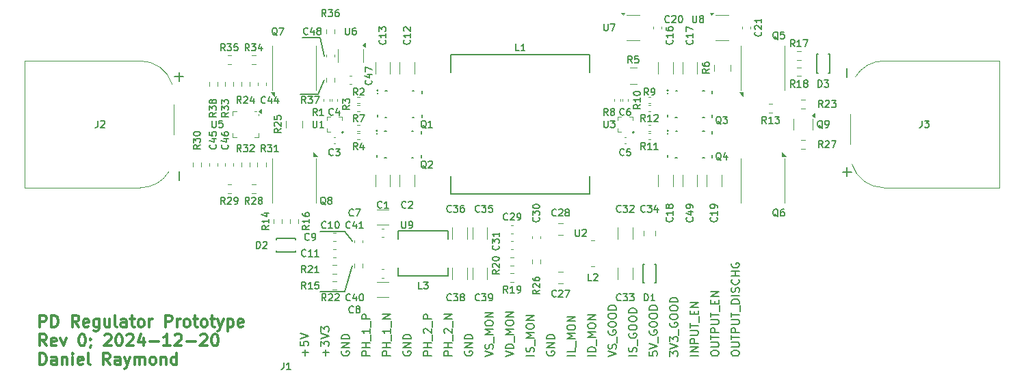
<source format=gbr>
%TF.GenerationSoftware,KiCad,Pcbnew,8.0.6*%
%TF.CreationDate,2024-12-20T12:02:23-05:00*%
%TF.ProjectId,PD Charger,50442043-6861-4726-9765-722e6b696361,0*%
%TF.SameCoordinates,Original*%
%TF.FileFunction,Legend,Top*%
%TF.FilePolarity,Positive*%
%FSLAX46Y46*%
G04 Gerber Fmt 4.6, Leading zero omitted, Abs format (unit mm)*
G04 Created by KiCad (PCBNEW 8.0.6) date 2024-12-20 12:02:23*
%MOMM*%
%LPD*%
G01*
G04 APERTURE LIST*
%ADD10C,0.300000*%
%ADD11C,0.150000*%
%ADD12C,0.120000*%
%ADD13C,0.200000*%
%ADD14C,0.152400*%
%ADD15C,0.127000*%
%ADD16C,0.254000*%
G04 APERTURE END LIST*
D10*
X40542606Y-125138109D02*
X40542606Y-123688109D01*
X40542606Y-123688109D02*
X41094987Y-123688109D01*
X41094987Y-123688109D02*
X41233082Y-123757157D01*
X41233082Y-123757157D02*
X41302129Y-123826204D01*
X41302129Y-123826204D02*
X41371177Y-123964300D01*
X41371177Y-123964300D02*
X41371177Y-124171442D01*
X41371177Y-124171442D02*
X41302129Y-124309538D01*
X41302129Y-124309538D02*
X41233082Y-124378585D01*
X41233082Y-124378585D02*
X41094987Y-124447633D01*
X41094987Y-124447633D02*
X40542606Y-124447633D01*
X41992606Y-125138109D02*
X41992606Y-123688109D01*
X41992606Y-123688109D02*
X42337844Y-123688109D01*
X42337844Y-123688109D02*
X42544987Y-123757157D01*
X42544987Y-123757157D02*
X42683082Y-123895252D01*
X42683082Y-123895252D02*
X42752129Y-124033347D01*
X42752129Y-124033347D02*
X42821177Y-124309538D01*
X42821177Y-124309538D02*
X42821177Y-124516681D01*
X42821177Y-124516681D02*
X42752129Y-124792871D01*
X42752129Y-124792871D02*
X42683082Y-124930966D01*
X42683082Y-124930966D02*
X42544987Y-125069062D01*
X42544987Y-125069062D02*
X42337844Y-125138109D01*
X42337844Y-125138109D02*
X41992606Y-125138109D01*
X45375939Y-125138109D02*
X44892606Y-124447633D01*
X44547368Y-125138109D02*
X44547368Y-123688109D01*
X44547368Y-123688109D02*
X45099749Y-123688109D01*
X45099749Y-123688109D02*
X45237844Y-123757157D01*
X45237844Y-123757157D02*
X45306891Y-123826204D01*
X45306891Y-123826204D02*
X45375939Y-123964300D01*
X45375939Y-123964300D02*
X45375939Y-124171442D01*
X45375939Y-124171442D02*
X45306891Y-124309538D01*
X45306891Y-124309538D02*
X45237844Y-124378585D01*
X45237844Y-124378585D02*
X45099749Y-124447633D01*
X45099749Y-124447633D02*
X44547368Y-124447633D01*
X46549749Y-125069062D02*
X46411653Y-125138109D01*
X46411653Y-125138109D02*
X46135463Y-125138109D01*
X46135463Y-125138109D02*
X45997368Y-125069062D01*
X45997368Y-125069062D02*
X45928320Y-124930966D01*
X45928320Y-124930966D02*
X45928320Y-124378585D01*
X45928320Y-124378585D02*
X45997368Y-124240490D01*
X45997368Y-124240490D02*
X46135463Y-124171442D01*
X46135463Y-124171442D02*
X46411653Y-124171442D01*
X46411653Y-124171442D02*
X46549749Y-124240490D01*
X46549749Y-124240490D02*
X46618796Y-124378585D01*
X46618796Y-124378585D02*
X46618796Y-124516681D01*
X46618796Y-124516681D02*
X45928320Y-124654776D01*
X47861653Y-124171442D02*
X47861653Y-125345252D01*
X47861653Y-125345252D02*
X47792606Y-125483347D01*
X47792606Y-125483347D02*
X47723558Y-125552395D01*
X47723558Y-125552395D02*
X47585463Y-125621442D01*
X47585463Y-125621442D02*
X47378320Y-125621442D01*
X47378320Y-125621442D02*
X47240225Y-125552395D01*
X47861653Y-125069062D02*
X47723558Y-125138109D01*
X47723558Y-125138109D02*
X47447367Y-125138109D01*
X47447367Y-125138109D02*
X47309272Y-125069062D01*
X47309272Y-125069062D02*
X47240225Y-125000014D01*
X47240225Y-125000014D02*
X47171177Y-124861919D01*
X47171177Y-124861919D02*
X47171177Y-124447633D01*
X47171177Y-124447633D02*
X47240225Y-124309538D01*
X47240225Y-124309538D02*
X47309272Y-124240490D01*
X47309272Y-124240490D02*
X47447367Y-124171442D01*
X47447367Y-124171442D02*
X47723558Y-124171442D01*
X47723558Y-124171442D02*
X47861653Y-124240490D01*
X49173558Y-124171442D02*
X49173558Y-125138109D01*
X48552130Y-124171442D02*
X48552130Y-124930966D01*
X48552130Y-124930966D02*
X48621177Y-125069062D01*
X48621177Y-125069062D02*
X48759272Y-125138109D01*
X48759272Y-125138109D02*
X48966415Y-125138109D01*
X48966415Y-125138109D02*
X49104511Y-125069062D01*
X49104511Y-125069062D02*
X49173558Y-125000014D01*
X50071177Y-125138109D02*
X49933082Y-125069062D01*
X49933082Y-125069062D02*
X49864035Y-124930966D01*
X49864035Y-124930966D02*
X49864035Y-123688109D01*
X51244987Y-125138109D02*
X51244987Y-124378585D01*
X51244987Y-124378585D02*
X51175940Y-124240490D01*
X51175940Y-124240490D02*
X51037844Y-124171442D01*
X51037844Y-124171442D02*
X50761654Y-124171442D01*
X50761654Y-124171442D02*
X50623559Y-124240490D01*
X51244987Y-125069062D02*
X51106892Y-125138109D01*
X51106892Y-125138109D02*
X50761654Y-125138109D01*
X50761654Y-125138109D02*
X50623559Y-125069062D01*
X50623559Y-125069062D02*
X50554511Y-124930966D01*
X50554511Y-124930966D02*
X50554511Y-124792871D01*
X50554511Y-124792871D02*
X50623559Y-124654776D01*
X50623559Y-124654776D02*
X50761654Y-124585728D01*
X50761654Y-124585728D02*
X51106892Y-124585728D01*
X51106892Y-124585728D02*
X51244987Y-124516681D01*
X51728321Y-124171442D02*
X52280702Y-124171442D01*
X51935464Y-123688109D02*
X51935464Y-124930966D01*
X51935464Y-124930966D02*
X52004511Y-125069062D01*
X52004511Y-125069062D02*
X52142606Y-125138109D01*
X52142606Y-125138109D02*
X52280702Y-125138109D01*
X52971177Y-125138109D02*
X52833082Y-125069062D01*
X52833082Y-125069062D02*
X52764035Y-125000014D01*
X52764035Y-125000014D02*
X52694987Y-124861919D01*
X52694987Y-124861919D02*
X52694987Y-124447633D01*
X52694987Y-124447633D02*
X52764035Y-124309538D01*
X52764035Y-124309538D02*
X52833082Y-124240490D01*
X52833082Y-124240490D02*
X52971177Y-124171442D01*
X52971177Y-124171442D02*
X53178320Y-124171442D01*
X53178320Y-124171442D02*
X53316416Y-124240490D01*
X53316416Y-124240490D02*
X53385463Y-124309538D01*
X53385463Y-124309538D02*
X53454511Y-124447633D01*
X53454511Y-124447633D02*
X53454511Y-124861919D01*
X53454511Y-124861919D02*
X53385463Y-125000014D01*
X53385463Y-125000014D02*
X53316416Y-125069062D01*
X53316416Y-125069062D02*
X53178320Y-125138109D01*
X53178320Y-125138109D02*
X52971177Y-125138109D01*
X54075940Y-125138109D02*
X54075940Y-124171442D01*
X54075940Y-124447633D02*
X54144987Y-124309538D01*
X54144987Y-124309538D02*
X54214035Y-124240490D01*
X54214035Y-124240490D02*
X54352130Y-124171442D01*
X54352130Y-124171442D02*
X54490225Y-124171442D01*
X56078321Y-125138109D02*
X56078321Y-123688109D01*
X56078321Y-123688109D02*
X56630702Y-123688109D01*
X56630702Y-123688109D02*
X56768797Y-123757157D01*
X56768797Y-123757157D02*
X56837844Y-123826204D01*
X56837844Y-123826204D02*
X56906892Y-123964300D01*
X56906892Y-123964300D02*
X56906892Y-124171442D01*
X56906892Y-124171442D02*
X56837844Y-124309538D01*
X56837844Y-124309538D02*
X56768797Y-124378585D01*
X56768797Y-124378585D02*
X56630702Y-124447633D01*
X56630702Y-124447633D02*
X56078321Y-124447633D01*
X57528321Y-125138109D02*
X57528321Y-124171442D01*
X57528321Y-124447633D02*
X57597368Y-124309538D01*
X57597368Y-124309538D02*
X57666416Y-124240490D01*
X57666416Y-124240490D02*
X57804511Y-124171442D01*
X57804511Y-124171442D02*
X57942606Y-124171442D01*
X58633082Y-125138109D02*
X58494987Y-125069062D01*
X58494987Y-125069062D02*
X58425940Y-125000014D01*
X58425940Y-125000014D02*
X58356892Y-124861919D01*
X58356892Y-124861919D02*
X58356892Y-124447633D01*
X58356892Y-124447633D02*
X58425940Y-124309538D01*
X58425940Y-124309538D02*
X58494987Y-124240490D01*
X58494987Y-124240490D02*
X58633082Y-124171442D01*
X58633082Y-124171442D02*
X58840225Y-124171442D01*
X58840225Y-124171442D02*
X58978321Y-124240490D01*
X58978321Y-124240490D02*
X59047368Y-124309538D01*
X59047368Y-124309538D02*
X59116416Y-124447633D01*
X59116416Y-124447633D02*
X59116416Y-124861919D01*
X59116416Y-124861919D02*
X59047368Y-125000014D01*
X59047368Y-125000014D02*
X58978321Y-125069062D01*
X58978321Y-125069062D02*
X58840225Y-125138109D01*
X58840225Y-125138109D02*
X58633082Y-125138109D01*
X59530702Y-124171442D02*
X60083083Y-124171442D01*
X59737845Y-123688109D02*
X59737845Y-124930966D01*
X59737845Y-124930966D02*
X59806892Y-125069062D01*
X59806892Y-125069062D02*
X59944987Y-125138109D01*
X59944987Y-125138109D02*
X60083083Y-125138109D01*
X60773558Y-125138109D02*
X60635463Y-125069062D01*
X60635463Y-125069062D02*
X60566416Y-125000014D01*
X60566416Y-125000014D02*
X60497368Y-124861919D01*
X60497368Y-124861919D02*
X60497368Y-124447633D01*
X60497368Y-124447633D02*
X60566416Y-124309538D01*
X60566416Y-124309538D02*
X60635463Y-124240490D01*
X60635463Y-124240490D02*
X60773558Y-124171442D01*
X60773558Y-124171442D02*
X60980701Y-124171442D01*
X60980701Y-124171442D02*
X61118797Y-124240490D01*
X61118797Y-124240490D02*
X61187844Y-124309538D01*
X61187844Y-124309538D02*
X61256892Y-124447633D01*
X61256892Y-124447633D02*
X61256892Y-124861919D01*
X61256892Y-124861919D02*
X61187844Y-125000014D01*
X61187844Y-125000014D02*
X61118797Y-125069062D01*
X61118797Y-125069062D02*
X60980701Y-125138109D01*
X60980701Y-125138109D02*
X60773558Y-125138109D01*
X61671178Y-124171442D02*
X62223559Y-124171442D01*
X61878321Y-123688109D02*
X61878321Y-124930966D01*
X61878321Y-124930966D02*
X61947368Y-125069062D01*
X61947368Y-125069062D02*
X62085463Y-125138109D01*
X62085463Y-125138109D02*
X62223559Y-125138109D01*
X62568796Y-124171442D02*
X62914034Y-125138109D01*
X63259273Y-124171442D02*
X62914034Y-125138109D01*
X62914034Y-125138109D02*
X62775939Y-125483347D01*
X62775939Y-125483347D02*
X62706892Y-125552395D01*
X62706892Y-125552395D02*
X62568796Y-125621442D01*
X63811654Y-124171442D02*
X63811654Y-125621442D01*
X63811654Y-124240490D02*
X63949749Y-124171442D01*
X63949749Y-124171442D02*
X64225939Y-124171442D01*
X64225939Y-124171442D02*
X64364035Y-124240490D01*
X64364035Y-124240490D02*
X64433082Y-124309538D01*
X64433082Y-124309538D02*
X64502130Y-124447633D01*
X64502130Y-124447633D02*
X64502130Y-124861919D01*
X64502130Y-124861919D02*
X64433082Y-125000014D01*
X64433082Y-125000014D02*
X64364035Y-125069062D01*
X64364035Y-125069062D02*
X64225939Y-125138109D01*
X64225939Y-125138109D02*
X63949749Y-125138109D01*
X63949749Y-125138109D02*
X63811654Y-125069062D01*
X65675940Y-125069062D02*
X65537844Y-125138109D01*
X65537844Y-125138109D02*
X65261654Y-125138109D01*
X65261654Y-125138109D02*
X65123559Y-125069062D01*
X65123559Y-125069062D02*
X65054511Y-124930966D01*
X65054511Y-124930966D02*
X65054511Y-124378585D01*
X65054511Y-124378585D02*
X65123559Y-124240490D01*
X65123559Y-124240490D02*
X65261654Y-124171442D01*
X65261654Y-124171442D02*
X65537844Y-124171442D01*
X65537844Y-124171442D02*
X65675940Y-124240490D01*
X65675940Y-124240490D02*
X65744987Y-124378585D01*
X65744987Y-124378585D02*
X65744987Y-124516681D01*
X65744987Y-124516681D02*
X65054511Y-124654776D01*
X41371177Y-127472528D02*
X40887844Y-126782052D01*
X40542606Y-127472528D02*
X40542606Y-126022528D01*
X40542606Y-126022528D02*
X41094987Y-126022528D01*
X41094987Y-126022528D02*
X41233082Y-126091576D01*
X41233082Y-126091576D02*
X41302129Y-126160623D01*
X41302129Y-126160623D02*
X41371177Y-126298719D01*
X41371177Y-126298719D02*
X41371177Y-126505861D01*
X41371177Y-126505861D02*
X41302129Y-126643957D01*
X41302129Y-126643957D02*
X41233082Y-126713004D01*
X41233082Y-126713004D02*
X41094987Y-126782052D01*
X41094987Y-126782052D02*
X40542606Y-126782052D01*
X42544987Y-127403481D02*
X42406891Y-127472528D01*
X42406891Y-127472528D02*
X42130701Y-127472528D01*
X42130701Y-127472528D02*
X41992606Y-127403481D01*
X41992606Y-127403481D02*
X41923558Y-127265385D01*
X41923558Y-127265385D02*
X41923558Y-126713004D01*
X41923558Y-126713004D02*
X41992606Y-126574909D01*
X41992606Y-126574909D02*
X42130701Y-126505861D01*
X42130701Y-126505861D02*
X42406891Y-126505861D01*
X42406891Y-126505861D02*
X42544987Y-126574909D01*
X42544987Y-126574909D02*
X42614034Y-126713004D01*
X42614034Y-126713004D02*
X42614034Y-126851100D01*
X42614034Y-126851100D02*
X41923558Y-126989195D01*
X43097367Y-126505861D02*
X43442605Y-127472528D01*
X43442605Y-127472528D02*
X43787844Y-126505861D01*
X45721177Y-126022528D02*
X45859272Y-126022528D01*
X45859272Y-126022528D02*
X45997368Y-126091576D01*
X45997368Y-126091576D02*
X46066415Y-126160623D01*
X46066415Y-126160623D02*
X46135463Y-126298719D01*
X46135463Y-126298719D02*
X46204510Y-126574909D01*
X46204510Y-126574909D02*
X46204510Y-126920147D01*
X46204510Y-126920147D02*
X46135463Y-127196338D01*
X46135463Y-127196338D02*
X46066415Y-127334433D01*
X46066415Y-127334433D02*
X45997368Y-127403481D01*
X45997368Y-127403481D02*
X45859272Y-127472528D01*
X45859272Y-127472528D02*
X45721177Y-127472528D01*
X45721177Y-127472528D02*
X45583082Y-127403481D01*
X45583082Y-127403481D02*
X45514034Y-127334433D01*
X45514034Y-127334433D02*
X45444987Y-127196338D01*
X45444987Y-127196338D02*
X45375939Y-126920147D01*
X45375939Y-126920147D02*
X45375939Y-126574909D01*
X45375939Y-126574909D02*
X45444987Y-126298719D01*
X45444987Y-126298719D02*
X45514034Y-126160623D01*
X45514034Y-126160623D02*
X45583082Y-126091576D01*
X45583082Y-126091576D02*
X45721177Y-126022528D01*
X46894986Y-127403481D02*
X46894986Y-127472528D01*
X46894986Y-127472528D02*
X46825939Y-127610623D01*
X46825939Y-127610623D02*
X46756891Y-127679671D01*
X46825939Y-126574909D02*
X46894986Y-126643957D01*
X46894986Y-126643957D02*
X46825939Y-126713004D01*
X46825939Y-126713004D02*
X46756891Y-126643957D01*
X46756891Y-126643957D02*
X46825939Y-126574909D01*
X46825939Y-126574909D02*
X46825939Y-126713004D01*
X48552129Y-126160623D02*
X48621177Y-126091576D01*
X48621177Y-126091576D02*
X48759272Y-126022528D01*
X48759272Y-126022528D02*
X49104510Y-126022528D01*
X49104510Y-126022528D02*
X49242605Y-126091576D01*
X49242605Y-126091576D02*
X49311653Y-126160623D01*
X49311653Y-126160623D02*
X49380700Y-126298719D01*
X49380700Y-126298719D02*
X49380700Y-126436814D01*
X49380700Y-126436814D02*
X49311653Y-126643957D01*
X49311653Y-126643957D02*
X48483081Y-127472528D01*
X48483081Y-127472528D02*
X49380700Y-127472528D01*
X50278319Y-126022528D02*
X50416414Y-126022528D01*
X50416414Y-126022528D02*
X50554510Y-126091576D01*
X50554510Y-126091576D02*
X50623557Y-126160623D01*
X50623557Y-126160623D02*
X50692605Y-126298719D01*
X50692605Y-126298719D02*
X50761652Y-126574909D01*
X50761652Y-126574909D02*
X50761652Y-126920147D01*
X50761652Y-126920147D02*
X50692605Y-127196338D01*
X50692605Y-127196338D02*
X50623557Y-127334433D01*
X50623557Y-127334433D02*
X50554510Y-127403481D01*
X50554510Y-127403481D02*
X50416414Y-127472528D01*
X50416414Y-127472528D02*
X50278319Y-127472528D01*
X50278319Y-127472528D02*
X50140224Y-127403481D01*
X50140224Y-127403481D02*
X50071176Y-127334433D01*
X50071176Y-127334433D02*
X50002129Y-127196338D01*
X50002129Y-127196338D02*
X49933081Y-126920147D01*
X49933081Y-126920147D02*
X49933081Y-126574909D01*
X49933081Y-126574909D02*
X50002129Y-126298719D01*
X50002129Y-126298719D02*
X50071176Y-126160623D01*
X50071176Y-126160623D02*
X50140224Y-126091576D01*
X50140224Y-126091576D02*
X50278319Y-126022528D01*
X51314033Y-126160623D02*
X51383081Y-126091576D01*
X51383081Y-126091576D02*
X51521176Y-126022528D01*
X51521176Y-126022528D02*
X51866414Y-126022528D01*
X51866414Y-126022528D02*
X52004509Y-126091576D01*
X52004509Y-126091576D02*
X52073557Y-126160623D01*
X52073557Y-126160623D02*
X52142604Y-126298719D01*
X52142604Y-126298719D02*
X52142604Y-126436814D01*
X52142604Y-126436814D02*
X52073557Y-126643957D01*
X52073557Y-126643957D02*
X51244985Y-127472528D01*
X51244985Y-127472528D02*
X52142604Y-127472528D01*
X53385461Y-126505861D02*
X53385461Y-127472528D01*
X53040223Y-125953481D02*
X52694985Y-126989195D01*
X52694985Y-126989195D02*
X53592604Y-126989195D01*
X54144985Y-126920147D02*
X55249747Y-126920147D01*
X56699746Y-127472528D02*
X55871175Y-127472528D01*
X56285461Y-127472528D02*
X56285461Y-126022528D01*
X56285461Y-126022528D02*
X56147365Y-126229671D01*
X56147365Y-126229671D02*
X56009270Y-126367766D01*
X56009270Y-126367766D02*
X55871175Y-126436814D01*
X57252127Y-126160623D02*
X57321175Y-126091576D01*
X57321175Y-126091576D02*
X57459270Y-126022528D01*
X57459270Y-126022528D02*
X57804508Y-126022528D01*
X57804508Y-126022528D02*
X57942603Y-126091576D01*
X57942603Y-126091576D02*
X58011651Y-126160623D01*
X58011651Y-126160623D02*
X58080698Y-126298719D01*
X58080698Y-126298719D02*
X58080698Y-126436814D01*
X58080698Y-126436814D02*
X58011651Y-126643957D01*
X58011651Y-126643957D02*
X57183079Y-127472528D01*
X57183079Y-127472528D02*
X58080698Y-127472528D01*
X58702127Y-126920147D02*
X59806889Y-126920147D01*
X60428317Y-126160623D02*
X60497365Y-126091576D01*
X60497365Y-126091576D02*
X60635460Y-126022528D01*
X60635460Y-126022528D02*
X60980698Y-126022528D01*
X60980698Y-126022528D02*
X61118793Y-126091576D01*
X61118793Y-126091576D02*
X61187841Y-126160623D01*
X61187841Y-126160623D02*
X61256888Y-126298719D01*
X61256888Y-126298719D02*
X61256888Y-126436814D01*
X61256888Y-126436814D02*
X61187841Y-126643957D01*
X61187841Y-126643957D02*
X60359269Y-127472528D01*
X60359269Y-127472528D02*
X61256888Y-127472528D01*
X62154507Y-126022528D02*
X62292602Y-126022528D01*
X62292602Y-126022528D02*
X62430698Y-126091576D01*
X62430698Y-126091576D02*
X62499745Y-126160623D01*
X62499745Y-126160623D02*
X62568793Y-126298719D01*
X62568793Y-126298719D02*
X62637840Y-126574909D01*
X62637840Y-126574909D02*
X62637840Y-126920147D01*
X62637840Y-126920147D02*
X62568793Y-127196338D01*
X62568793Y-127196338D02*
X62499745Y-127334433D01*
X62499745Y-127334433D02*
X62430698Y-127403481D01*
X62430698Y-127403481D02*
X62292602Y-127472528D01*
X62292602Y-127472528D02*
X62154507Y-127472528D01*
X62154507Y-127472528D02*
X62016412Y-127403481D01*
X62016412Y-127403481D02*
X61947364Y-127334433D01*
X61947364Y-127334433D02*
X61878317Y-127196338D01*
X61878317Y-127196338D02*
X61809269Y-126920147D01*
X61809269Y-126920147D02*
X61809269Y-126574909D01*
X61809269Y-126574909D02*
X61878317Y-126298719D01*
X61878317Y-126298719D02*
X61947364Y-126160623D01*
X61947364Y-126160623D02*
X62016412Y-126091576D01*
X62016412Y-126091576D02*
X62154507Y-126022528D01*
X40542606Y-129806947D02*
X40542606Y-128356947D01*
X40542606Y-128356947D02*
X40887844Y-128356947D01*
X40887844Y-128356947D02*
X41094987Y-128425995D01*
X41094987Y-128425995D02*
X41233082Y-128564090D01*
X41233082Y-128564090D02*
X41302129Y-128702185D01*
X41302129Y-128702185D02*
X41371177Y-128978376D01*
X41371177Y-128978376D02*
X41371177Y-129185519D01*
X41371177Y-129185519D02*
X41302129Y-129461709D01*
X41302129Y-129461709D02*
X41233082Y-129599804D01*
X41233082Y-129599804D02*
X41094987Y-129737900D01*
X41094987Y-129737900D02*
X40887844Y-129806947D01*
X40887844Y-129806947D02*
X40542606Y-129806947D01*
X42614034Y-129806947D02*
X42614034Y-129047423D01*
X42614034Y-129047423D02*
X42544987Y-128909328D01*
X42544987Y-128909328D02*
X42406891Y-128840280D01*
X42406891Y-128840280D02*
X42130701Y-128840280D01*
X42130701Y-128840280D02*
X41992606Y-128909328D01*
X42614034Y-129737900D02*
X42475939Y-129806947D01*
X42475939Y-129806947D02*
X42130701Y-129806947D01*
X42130701Y-129806947D02*
X41992606Y-129737900D01*
X41992606Y-129737900D02*
X41923558Y-129599804D01*
X41923558Y-129599804D02*
X41923558Y-129461709D01*
X41923558Y-129461709D02*
X41992606Y-129323614D01*
X41992606Y-129323614D02*
X42130701Y-129254566D01*
X42130701Y-129254566D02*
X42475939Y-129254566D01*
X42475939Y-129254566D02*
X42614034Y-129185519D01*
X43304511Y-128840280D02*
X43304511Y-129806947D01*
X43304511Y-128978376D02*
X43373558Y-128909328D01*
X43373558Y-128909328D02*
X43511653Y-128840280D01*
X43511653Y-128840280D02*
X43718796Y-128840280D01*
X43718796Y-128840280D02*
X43856892Y-128909328D01*
X43856892Y-128909328D02*
X43925939Y-129047423D01*
X43925939Y-129047423D02*
X43925939Y-129806947D01*
X44616416Y-129806947D02*
X44616416Y-128840280D01*
X44616416Y-128356947D02*
X44547368Y-128425995D01*
X44547368Y-128425995D02*
X44616416Y-128495042D01*
X44616416Y-128495042D02*
X44685463Y-128425995D01*
X44685463Y-128425995D02*
X44616416Y-128356947D01*
X44616416Y-128356947D02*
X44616416Y-128495042D01*
X45859273Y-129737900D02*
X45721177Y-129806947D01*
X45721177Y-129806947D02*
X45444987Y-129806947D01*
X45444987Y-129806947D02*
X45306892Y-129737900D01*
X45306892Y-129737900D02*
X45237844Y-129599804D01*
X45237844Y-129599804D02*
X45237844Y-129047423D01*
X45237844Y-129047423D02*
X45306892Y-128909328D01*
X45306892Y-128909328D02*
X45444987Y-128840280D01*
X45444987Y-128840280D02*
X45721177Y-128840280D01*
X45721177Y-128840280D02*
X45859273Y-128909328D01*
X45859273Y-128909328D02*
X45928320Y-129047423D01*
X45928320Y-129047423D02*
X45928320Y-129185519D01*
X45928320Y-129185519D02*
X45237844Y-129323614D01*
X46756891Y-129806947D02*
X46618796Y-129737900D01*
X46618796Y-129737900D02*
X46549749Y-129599804D01*
X46549749Y-129599804D02*
X46549749Y-128356947D01*
X49242606Y-129806947D02*
X48759273Y-129116471D01*
X48414035Y-129806947D02*
X48414035Y-128356947D01*
X48414035Y-128356947D02*
X48966416Y-128356947D01*
X48966416Y-128356947D02*
X49104511Y-128425995D01*
X49104511Y-128425995D02*
X49173558Y-128495042D01*
X49173558Y-128495042D02*
X49242606Y-128633138D01*
X49242606Y-128633138D02*
X49242606Y-128840280D01*
X49242606Y-128840280D02*
X49173558Y-128978376D01*
X49173558Y-128978376D02*
X49104511Y-129047423D01*
X49104511Y-129047423D02*
X48966416Y-129116471D01*
X48966416Y-129116471D02*
X48414035Y-129116471D01*
X50485463Y-129806947D02*
X50485463Y-129047423D01*
X50485463Y-129047423D02*
X50416416Y-128909328D01*
X50416416Y-128909328D02*
X50278320Y-128840280D01*
X50278320Y-128840280D02*
X50002130Y-128840280D01*
X50002130Y-128840280D02*
X49864035Y-128909328D01*
X50485463Y-129737900D02*
X50347368Y-129806947D01*
X50347368Y-129806947D02*
X50002130Y-129806947D01*
X50002130Y-129806947D02*
X49864035Y-129737900D01*
X49864035Y-129737900D02*
X49794987Y-129599804D01*
X49794987Y-129599804D02*
X49794987Y-129461709D01*
X49794987Y-129461709D02*
X49864035Y-129323614D01*
X49864035Y-129323614D02*
X50002130Y-129254566D01*
X50002130Y-129254566D02*
X50347368Y-129254566D01*
X50347368Y-129254566D02*
X50485463Y-129185519D01*
X51037844Y-128840280D02*
X51383082Y-129806947D01*
X51728321Y-128840280D02*
X51383082Y-129806947D01*
X51383082Y-129806947D02*
X51244987Y-130152185D01*
X51244987Y-130152185D02*
X51175940Y-130221233D01*
X51175940Y-130221233D02*
X51037844Y-130290280D01*
X52280702Y-129806947D02*
X52280702Y-128840280D01*
X52280702Y-128978376D02*
X52349749Y-128909328D01*
X52349749Y-128909328D02*
X52487844Y-128840280D01*
X52487844Y-128840280D02*
X52694987Y-128840280D01*
X52694987Y-128840280D02*
X52833083Y-128909328D01*
X52833083Y-128909328D02*
X52902130Y-129047423D01*
X52902130Y-129047423D02*
X52902130Y-129806947D01*
X52902130Y-129047423D02*
X52971178Y-128909328D01*
X52971178Y-128909328D02*
X53109273Y-128840280D01*
X53109273Y-128840280D02*
X53316416Y-128840280D01*
X53316416Y-128840280D02*
X53454511Y-128909328D01*
X53454511Y-128909328D02*
X53523559Y-129047423D01*
X53523559Y-129047423D02*
X53523559Y-129806947D01*
X54421177Y-129806947D02*
X54283082Y-129737900D01*
X54283082Y-129737900D02*
X54214035Y-129668852D01*
X54214035Y-129668852D02*
X54144987Y-129530757D01*
X54144987Y-129530757D02*
X54144987Y-129116471D01*
X54144987Y-129116471D02*
X54214035Y-128978376D01*
X54214035Y-128978376D02*
X54283082Y-128909328D01*
X54283082Y-128909328D02*
X54421177Y-128840280D01*
X54421177Y-128840280D02*
X54628320Y-128840280D01*
X54628320Y-128840280D02*
X54766416Y-128909328D01*
X54766416Y-128909328D02*
X54835463Y-128978376D01*
X54835463Y-128978376D02*
X54904511Y-129116471D01*
X54904511Y-129116471D02*
X54904511Y-129530757D01*
X54904511Y-129530757D02*
X54835463Y-129668852D01*
X54835463Y-129668852D02*
X54766416Y-129737900D01*
X54766416Y-129737900D02*
X54628320Y-129806947D01*
X54628320Y-129806947D02*
X54421177Y-129806947D01*
X55525940Y-128840280D02*
X55525940Y-129806947D01*
X55525940Y-128978376D02*
X55594987Y-128909328D01*
X55594987Y-128909328D02*
X55733082Y-128840280D01*
X55733082Y-128840280D02*
X55940225Y-128840280D01*
X55940225Y-128840280D02*
X56078321Y-128909328D01*
X56078321Y-128909328D02*
X56147368Y-129047423D01*
X56147368Y-129047423D02*
X56147368Y-129806947D01*
X57459273Y-129806947D02*
X57459273Y-128356947D01*
X57459273Y-129737900D02*
X57321178Y-129806947D01*
X57321178Y-129806947D02*
X57044987Y-129806947D01*
X57044987Y-129806947D02*
X56906892Y-129737900D01*
X56906892Y-129737900D02*
X56837845Y-129668852D01*
X56837845Y-129668852D02*
X56768797Y-129530757D01*
X56768797Y-129530757D02*
X56768797Y-129116471D01*
X56768797Y-129116471D02*
X56837845Y-128978376D01*
X56837845Y-128978376D02*
X56906892Y-128909328D01*
X56906892Y-128909328D02*
X57044987Y-128840280D01*
X57044987Y-128840280D02*
X57321178Y-128840280D01*
X57321178Y-128840280D02*
X57459273Y-128909328D01*
D11*
X126119819Y-128472744D02*
X126119819Y-128282268D01*
X126119819Y-128282268D02*
X126167438Y-128187030D01*
X126167438Y-128187030D02*
X126262676Y-128091792D01*
X126262676Y-128091792D02*
X126453152Y-128044173D01*
X126453152Y-128044173D02*
X126786485Y-128044173D01*
X126786485Y-128044173D02*
X126976961Y-128091792D01*
X126976961Y-128091792D02*
X127072200Y-128187030D01*
X127072200Y-128187030D02*
X127119819Y-128282268D01*
X127119819Y-128282268D02*
X127119819Y-128472744D01*
X127119819Y-128472744D02*
X127072200Y-128567982D01*
X127072200Y-128567982D02*
X126976961Y-128663220D01*
X126976961Y-128663220D02*
X126786485Y-128710839D01*
X126786485Y-128710839D02*
X126453152Y-128710839D01*
X126453152Y-128710839D02*
X126262676Y-128663220D01*
X126262676Y-128663220D02*
X126167438Y-128567982D01*
X126167438Y-128567982D02*
X126119819Y-128472744D01*
X126119819Y-127615601D02*
X126929342Y-127615601D01*
X126929342Y-127615601D02*
X127024580Y-127567982D01*
X127024580Y-127567982D02*
X127072200Y-127520363D01*
X127072200Y-127520363D02*
X127119819Y-127425125D01*
X127119819Y-127425125D02*
X127119819Y-127234649D01*
X127119819Y-127234649D02*
X127072200Y-127139411D01*
X127072200Y-127139411D02*
X127024580Y-127091792D01*
X127024580Y-127091792D02*
X126929342Y-127044173D01*
X126929342Y-127044173D02*
X126119819Y-127044173D01*
X126119819Y-126710839D02*
X126119819Y-126139411D01*
X127119819Y-126425125D02*
X126119819Y-126425125D01*
X127119819Y-125806077D02*
X126119819Y-125806077D01*
X126119819Y-125806077D02*
X126119819Y-125425125D01*
X126119819Y-125425125D02*
X126167438Y-125329887D01*
X126167438Y-125329887D02*
X126215057Y-125282268D01*
X126215057Y-125282268D02*
X126310295Y-125234649D01*
X126310295Y-125234649D02*
X126453152Y-125234649D01*
X126453152Y-125234649D02*
X126548390Y-125282268D01*
X126548390Y-125282268D02*
X126596009Y-125329887D01*
X126596009Y-125329887D02*
X126643628Y-125425125D01*
X126643628Y-125425125D02*
X126643628Y-125806077D01*
X126119819Y-124806077D02*
X126929342Y-124806077D01*
X126929342Y-124806077D02*
X127024580Y-124758458D01*
X127024580Y-124758458D02*
X127072200Y-124710839D01*
X127072200Y-124710839D02*
X127119819Y-124615601D01*
X127119819Y-124615601D02*
X127119819Y-124425125D01*
X127119819Y-124425125D02*
X127072200Y-124329887D01*
X127072200Y-124329887D02*
X127024580Y-124282268D01*
X127024580Y-124282268D02*
X126929342Y-124234649D01*
X126929342Y-124234649D02*
X126119819Y-124234649D01*
X126119819Y-123901315D02*
X126119819Y-123329887D01*
X127119819Y-123615601D02*
X126119819Y-123615601D01*
X127215057Y-123234649D02*
X127215057Y-122472744D01*
X127119819Y-122234648D02*
X126119819Y-122234648D01*
X126119819Y-122234648D02*
X126119819Y-121996553D01*
X126119819Y-121996553D02*
X126167438Y-121853696D01*
X126167438Y-121853696D02*
X126262676Y-121758458D01*
X126262676Y-121758458D02*
X126357914Y-121710839D01*
X126357914Y-121710839D02*
X126548390Y-121663220D01*
X126548390Y-121663220D02*
X126691247Y-121663220D01*
X126691247Y-121663220D02*
X126881723Y-121710839D01*
X126881723Y-121710839D02*
X126976961Y-121758458D01*
X126976961Y-121758458D02*
X127072200Y-121853696D01*
X127072200Y-121853696D02*
X127119819Y-121996553D01*
X127119819Y-121996553D02*
X127119819Y-122234648D01*
X127119819Y-121234648D02*
X126119819Y-121234648D01*
X127072200Y-120806077D02*
X127119819Y-120663220D01*
X127119819Y-120663220D02*
X127119819Y-120425125D01*
X127119819Y-120425125D02*
X127072200Y-120329887D01*
X127072200Y-120329887D02*
X127024580Y-120282268D01*
X127024580Y-120282268D02*
X126929342Y-120234649D01*
X126929342Y-120234649D02*
X126834104Y-120234649D01*
X126834104Y-120234649D02*
X126738866Y-120282268D01*
X126738866Y-120282268D02*
X126691247Y-120329887D01*
X126691247Y-120329887D02*
X126643628Y-120425125D01*
X126643628Y-120425125D02*
X126596009Y-120615601D01*
X126596009Y-120615601D02*
X126548390Y-120710839D01*
X126548390Y-120710839D02*
X126500771Y-120758458D01*
X126500771Y-120758458D02*
X126405533Y-120806077D01*
X126405533Y-120806077D02*
X126310295Y-120806077D01*
X126310295Y-120806077D02*
X126215057Y-120758458D01*
X126215057Y-120758458D02*
X126167438Y-120710839D01*
X126167438Y-120710839D02*
X126119819Y-120615601D01*
X126119819Y-120615601D02*
X126119819Y-120377506D01*
X126119819Y-120377506D02*
X126167438Y-120234649D01*
X127024580Y-119234649D02*
X127072200Y-119282268D01*
X127072200Y-119282268D02*
X127119819Y-119425125D01*
X127119819Y-119425125D02*
X127119819Y-119520363D01*
X127119819Y-119520363D02*
X127072200Y-119663220D01*
X127072200Y-119663220D02*
X126976961Y-119758458D01*
X126976961Y-119758458D02*
X126881723Y-119806077D01*
X126881723Y-119806077D02*
X126691247Y-119853696D01*
X126691247Y-119853696D02*
X126548390Y-119853696D01*
X126548390Y-119853696D02*
X126357914Y-119806077D01*
X126357914Y-119806077D02*
X126262676Y-119758458D01*
X126262676Y-119758458D02*
X126167438Y-119663220D01*
X126167438Y-119663220D02*
X126119819Y-119520363D01*
X126119819Y-119520363D02*
X126119819Y-119425125D01*
X126119819Y-119425125D02*
X126167438Y-119282268D01*
X126167438Y-119282268D02*
X126215057Y-119234649D01*
X127119819Y-118806077D02*
X126119819Y-118806077D01*
X126596009Y-118806077D02*
X126596009Y-118234649D01*
X127119819Y-118234649D02*
X126119819Y-118234649D01*
X126167438Y-117234649D02*
X126119819Y-117329887D01*
X126119819Y-117329887D02*
X126119819Y-117472744D01*
X126119819Y-117472744D02*
X126167438Y-117615601D01*
X126167438Y-117615601D02*
X126262676Y-117710839D01*
X126262676Y-117710839D02*
X126357914Y-117758458D01*
X126357914Y-117758458D02*
X126548390Y-117806077D01*
X126548390Y-117806077D02*
X126691247Y-117806077D01*
X126691247Y-117806077D02*
X126881723Y-117758458D01*
X126881723Y-117758458D02*
X126976961Y-117710839D01*
X126976961Y-117710839D02*
X127072200Y-117615601D01*
X127072200Y-117615601D02*
X127119819Y-117472744D01*
X127119819Y-117472744D02*
X127119819Y-117377506D01*
X127119819Y-117377506D02*
X127072200Y-117234649D01*
X127072200Y-117234649D02*
X127024580Y-117187030D01*
X127024580Y-117187030D02*
X126691247Y-117187030D01*
X126691247Y-117187030D02*
X126691247Y-117377506D01*
X123579819Y-128472744D02*
X123579819Y-128282268D01*
X123579819Y-128282268D02*
X123627438Y-128187030D01*
X123627438Y-128187030D02*
X123722676Y-128091792D01*
X123722676Y-128091792D02*
X123913152Y-128044173D01*
X123913152Y-128044173D02*
X124246485Y-128044173D01*
X124246485Y-128044173D02*
X124436961Y-128091792D01*
X124436961Y-128091792D02*
X124532200Y-128187030D01*
X124532200Y-128187030D02*
X124579819Y-128282268D01*
X124579819Y-128282268D02*
X124579819Y-128472744D01*
X124579819Y-128472744D02*
X124532200Y-128567982D01*
X124532200Y-128567982D02*
X124436961Y-128663220D01*
X124436961Y-128663220D02*
X124246485Y-128710839D01*
X124246485Y-128710839D02*
X123913152Y-128710839D01*
X123913152Y-128710839D02*
X123722676Y-128663220D01*
X123722676Y-128663220D02*
X123627438Y-128567982D01*
X123627438Y-128567982D02*
X123579819Y-128472744D01*
X123579819Y-127615601D02*
X124389342Y-127615601D01*
X124389342Y-127615601D02*
X124484580Y-127567982D01*
X124484580Y-127567982D02*
X124532200Y-127520363D01*
X124532200Y-127520363D02*
X124579819Y-127425125D01*
X124579819Y-127425125D02*
X124579819Y-127234649D01*
X124579819Y-127234649D02*
X124532200Y-127139411D01*
X124532200Y-127139411D02*
X124484580Y-127091792D01*
X124484580Y-127091792D02*
X124389342Y-127044173D01*
X124389342Y-127044173D02*
X123579819Y-127044173D01*
X123579819Y-126710839D02*
X123579819Y-126139411D01*
X124579819Y-126425125D02*
X123579819Y-126425125D01*
X124579819Y-125806077D02*
X123579819Y-125806077D01*
X123579819Y-125806077D02*
X123579819Y-125425125D01*
X123579819Y-125425125D02*
X123627438Y-125329887D01*
X123627438Y-125329887D02*
X123675057Y-125282268D01*
X123675057Y-125282268D02*
X123770295Y-125234649D01*
X123770295Y-125234649D02*
X123913152Y-125234649D01*
X123913152Y-125234649D02*
X124008390Y-125282268D01*
X124008390Y-125282268D02*
X124056009Y-125329887D01*
X124056009Y-125329887D02*
X124103628Y-125425125D01*
X124103628Y-125425125D02*
X124103628Y-125806077D01*
X123579819Y-124806077D02*
X124389342Y-124806077D01*
X124389342Y-124806077D02*
X124484580Y-124758458D01*
X124484580Y-124758458D02*
X124532200Y-124710839D01*
X124532200Y-124710839D02*
X124579819Y-124615601D01*
X124579819Y-124615601D02*
X124579819Y-124425125D01*
X124579819Y-124425125D02*
X124532200Y-124329887D01*
X124532200Y-124329887D02*
X124484580Y-124282268D01*
X124484580Y-124282268D02*
X124389342Y-124234649D01*
X124389342Y-124234649D02*
X123579819Y-124234649D01*
X123579819Y-123901315D02*
X123579819Y-123329887D01*
X124579819Y-123615601D02*
X123579819Y-123615601D01*
X124675057Y-123234649D02*
X124675057Y-122472744D01*
X124056009Y-122234648D02*
X124056009Y-121901315D01*
X124579819Y-121758458D02*
X124579819Y-122234648D01*
X124579819Y-122234648D02*
X123579819Y-122234648D01*
X123579819Y-122234648D02*
X123579819Y-121758458D01*
X124579819Y-121329886D02*
X123579819Y-121329886D01*
X123579819Y-121329886D02*
X124579819Y-120758458D01*
X124579819Y-120758458D02*
X123579819Y-120758458D01*
X122039819Y-128663220D02*
X121039819Y-128663220D01*
X122039819Y-128187030D02*
X121039819Y-128187030D01*
X121039819Y-128187030D02*
X122039819Y-127615602D01*
X122039819Y-127615602D02*
X121039819Y-127615602D01*
X122039819Y-127139411D02*
X121039819Y-127139411D01*
X121039819Y-127139411D02*
X121039819Y-126758459D01*
X121039819Y-126758459D02*
X121087438Y-126663221D01*
X121087438Y-126663221D02*
X121135057Y-126615602D01*
X121135057Y-126615602D02*
X121230295Y-126567983D01*
X121230295Y-126567983D02*
X121373152Y-126567983D01*
X121373152Y-126567983D02*
X121468390Y-126615602D01*
X121468390Y-126615602D02*
X121516009Y-126663221D01*
X121516009Y-126663221D02*
X121563628Y-126758459D01*
X121563628Y-126758459D02*
X121563628Y-127139411D01*
X121039819Y-126139411D02*
X121849342Y-126139411D01*
X121849342Y-126139411D02*
X121944580Y-126091792D01*
X121944580Y-126091792D02*
X121992200Y-126044173D01*
X121992200Y-126044173D02*
X122039819Y-125948935D01*
X122039819Y-125948935D02*
X122039819Y-125758459D01*
X122039819Y-125758459D02*
X121992200Y-125663221D01*
X121992200Y-125663221D02*
X121944580Y-125615602D01*
X121944580Y-125615602D02*
X121849342Y-125567983D01*
X121849342Y-125567983D02*
X121039819Y-125567983D01*
X121039819Y-125234649D02*
X121039819Y-124663221D01*
X122039819Y-124948935D02*
X121039819Y-124948935D01*
X122135057Y-124567983D02*
X122135057Y-123806078D01*
X121516009Y-123567982D02*
X121516009Y-123234649D01*
X122039819Y-123091792D02*
X122039819Y-123567982D01*
X122039819Y-123567982D02*
X121039819Y-123567982D01*
X121039819Y-123567982D02*
X121039819Y-123091792D01*
X122039819Y-122663220D02*
X121039819Y-122663220D01*
X121039819Y-122663220D02*
X122039819Y-122091792D01*
X122039819Y-122091792D02*
X121039819Y-122091792D01*
X118499819Y-128758458D02*
X118499819Y-128139411D01*
X118499819Y-128139411D02*
X118880771Y-128472744D01*
X118880771Y-128472744D02*
X118880771Y-128329887D01*
X118880771Y-128329887D02*
X118928390Y-128234649D01*
X118928390Y-128234649D02*
X118976009Y-128187030D01*
X118976009Y-128187030D02*
X119071247Y-128139411D01*
X119071247Y-128139411D02*
X119309342Y-128139411D01*
X119309342Y-128139411D02*
X119404580Y-128187030D01*
X119404580Y-128187030D02*
X119452200Y-128234649D01*
X119452200Y-128234649D02*
X119499819Y-128329887D01*
X119499819Y-128329887D02*
X119499819Y-128615601D01*
X119499819Y-128615601D02*
X119452200Y-128710839D01*
X119452200Y-128710839D02*
X119404580Y-128758458D01*
X118499819Y-127853696D02*
X119499819Y-127520363D01*
X119499819Y-127520363D02*
X118499819Y-127187030D01*
X118499819Y-126948934D02*
X118499819Y-126329887D01*
X118499819Y-126329887D02*
X118880771Y-126663220D01*
X118880771Y-126663220D02*
X118880771Y-126520363D01*
X118880771Y-126520363D02*
X118928390Y-126425125D01*
X118928390Y-126425125D02*
X118976009Y-126377506D01*
X118976009Y-126377506D02*
X119071247Y-126329887D01*
X119071247Y-126329887D02*
X119309342Y-126329887D01*
X119309342Y-126329887D02*
X119404580Y-126377506D01*
X119404580Y-126377506D02*
X119452200Y-126425125D01*
X119452200Y-126425125D02*
X119499819Y-126520363D01*
X119499819Y-126520363D02*
X119499819Y-126806077D01*
X119499819Y-126806077D02*
X119452200Y-126901315D01*
X119452200Y-126901315D02*
X119404580Y-126948934D01*
X119595057Y-126139411D02*
X119595057Y-125377506D01*
X118547438Y-124615601D02*
X118499819Y-124710839D01*
X118499819Y-124710839D02*
X118499819Y-124853696D01*
X118499819Y-124853696D02*
X118547438Y-124996553D01*
X118547438Y-124996553D02*
X118642676Y-125091791D01*
X118642676Y-125091791D02*
X118737914Y-125139410D01*
X118737914Y-125139410D02*
X118928390Y-125187029D01*
X118928390Y-125187029D02*
X119071247Y-125187029D01*
X119071247Y-125187029D02*
X119261723Y-125139410D01*
X119261723Y-125139410D02*
X119356961Y-125091791D01*
X119356961Y-125091791D02*
X119452200Y-124996553D01*
X119452200Y-124996553D02*
X119499819Y-124853696D01*
X119499819Y-124853696D02*
X119499819Y-124758458D01*
X119499819Y-124758458D02*
X119452200Y-124615601D01*
X119452200Y-124615601D02*
X119404580Y-124567982D01*
X119404580Y-124567982D02*
X119071247Y-124567982D01*
X119071247Y-124567982D02*
X119071247Y-124758458D01*
X118499819Y-123948934D02*
X118499819Y-123758458D01*
X118499819Y-123758458D02*
X118547438Y-123663220D01*
X118547438Y-123663220D02*
X118642676Y-123567982D01*
X118642676Y-123567982D02*
X118833152Y-123520363D01*
X118833152Y-123520363D02*
X119166485Y-123520363D01*
X119166485Y-123520363D02*
X119356961Y-123567982D01*
X119356961Y-123567982D02*
X119452200Y-123663220D01*
X119452200Y-123663220D02*
X119499819Y-123758458D01*
X119499819Y-123758458D02*
X119499819Y-123948934D01*
X119499819Y-123948934D02*
X119452200Y-124044172D01*
X119452200Y-124044172D02*
X119356961Y-124139410D01*
X119356961Y-124139410D02*
X119166485Y-124187029D01*
X119166485Y-124187029D02*
X118833152Y-124187029D01*
X118833152Y-124187029D02*
X118642676Y-124139410D01*
X118642676Y-124139410D02*
X118547438Y-124044172D01*
X118547438Y-124044172D02*
X118499819Y-123948934D01*
X118499819Y-122901315D02*
X118499819Y-122710839D01*
X118499819Y-122710839D02*
X118547438Y-122615601D01*
X118547438Y-122615601D02*
X118642676Y-122520363D01*
X118642676Y-122520363D02*
X118833152Y-122472744D01*
X118833152Y-122472744D02*
X119166485Y-122472744D01*
X119166485Y-122472744D02*
X119356961Y-122520363D01*
X119356961Y-122520363D02*
X119452200Y-122615601D01*
X119452200Y-122615601D02*
X119499819Y-122710839D01*
X119499819Y-122710839D02*
X119499819Y-122901315D01*
X119499819Y-122901315D02*
X119452200Y-122996553D01*
X119452200Y-122996553D02*
X119356961Y-123091791D01*
X119356961Y-123091791D02*
X119166485Y-123139410D01*
X119166485Y-123139410D02*
X118833152Y-123139410D01*
X118833152Y-123139410D02*
X118642676Y-123091791D01*
X118642676Y-123091791D02*
X118547438Y-122996553D01*
X118547438Y-122996553D02*
X118499819Y-122901315D01*
X119499819Y-122044172D02*
X118499819Y-122044172D01*
X118499819Y-122044172D02*
X118499819Y-121806077D01*
X118499819Y-121806077D02*
X118547438Y-121663220D01*
X118547438Y-121663220D02*
X118642676Y-121567982D01*
X118642676Y-121567982D02*
X118737914Y-121520363D01*
X118737914Y-121520363D02*
X118928390Y-121472744D01*
X118928390Y-121472744D02*
X119071247Y-121472744D01*
X119071247Y-121472744D02*
X119261723Y-121520363D01*
X119261723Y-121520363D02*
X119356961Y-121567982D01*
X119356961Y-121567982D02*
X119452200Y-121663220D01*
X119452200Y-121663220D02*
X119499819Y-121806077D01*
X119499819Y-121806077D02*
X119499819Y-122044172D01*
X115959819Y-128187030D02*
X115959819Y-128663220D01*
X115959819Y-128663220D02*
X116436009Y-128710839D01*
X116436009Y-128710839D02*
X116388390Y-128663220D01*
X116388390Y-128663220D02*
X116340771Y-128567982D01*
X116340771Y-128567982D02*
X116340771Y-128329887D01*
X116340771Y-128329887D02*
X116388390Y-128234649D01*
X116388390Y-128234649D02*
X116436009Y-128187030D01*
X116436009Y-128187030D02*
X116531247Y-128139411D01*
X116531247Y-128139411D02*
X116769342Y-128139411D01*
X116769342Y-128139411D02*
X116864580Y-128187030D01*
X116864580Y-128187030D02*
X116912200Y-128234649D01*
X116912200Y-128234649D02*
X116959819Y-128329887D01*
X116959819Y-128329887D02*
X116959819Y-128567982D01*
X116959819Y-128567982D02*
X116912200Y-128663220D01*
X116912200Y-128663220D02*
X116864580Y-128710839D01*
X115959819Y-127853696D02*
X116959819Y-127520363D01*
X116959819Y-127520363D02*
X115959819Y-127187030D01*
X117055057Y-127091792D02*
X117055057Y-126329887D01*
X116007438Y-125567982D02*
X115959819Y-125663220D01*
X115959819Y-125663220D02*
X115959819Y-125806077D01*
X115959819Y-125806077D02*
X116007438Y-125948934D01*
X116007438Y-125948934D02*
X116102676Y-126044172D01*
X116102676Y-126044172D02*
X116197914Y-126091791D01*
X116197914Y-126091791D02*
X116388390Y-126139410D01*
X116388390Y-126139410D02*
X116531247Y-126139410D01*
X116531247Y-126139410D02*
X116721723Y-126091791D01*
X116721723Y-126091791D02*
X116816961Y-126044172D01*
X116816961Y-126044172D02*
X116912200Y-125948934D01*
X116912200Y-125948934D02*
X116959819Y-125806077D01*
X116959819Y-125806077D02*
X116959819Y-125710839D01*
X116959819Y-125710839D02*
X116912200Y-125567982D01*
X116912200Y-125567982D02*
X116864580Y-125520363D01*
X116864580Y-125520363D02*
X116531247Y-125520363D01*
X116531247Y-125520363D02*
X116531247Y-125710839D01*
X115959819Y-124901315D02*
X115959819Y-124710839D01*
X115959819Y-124710839D02*
X116007438Y-124615601D01*
X116007438Y-124615601D02*
X116102676Y-124520363D01*
X116102676Y-124520363D02*
X116293152Y-124472744D01*
X116293152Y-124472744D02*
X116626485Y-124472744D01*
X116626485Y-124472744D02*
X116816961Y-124520363D01*
X116816961Y-124520363D02*
X116912200Y-124615601D01*
X116912200Y-124615601D02*
X116959819Y-124710839D01*
X116959819Y-124710839D02*
X116959819Y-124901315D01*
X116959819Y-124901315D02*
X116912200Y-124996553D01*
X116912200Y-124996553D02*
X116816961Y-125091791D01*
X116816961Y-125091791D02*
X116626485Y-125139410D01*
X116626485Y-125139410D02*
X116293152Y-125139410D01*
X116293152Y-125139410D02*
X116102676Y-125091791D01*
X116102676Y-125091791D02*
X116007438Y-124996553D01*
X116007438Y-124996553D02*
X115959819Y-124901315D01*
X115959819Y-123853696D02*
X115959819Y-123663220D01*
X115959819Y-123663220D02*
X116007438Y-123567982D01*
X116007438Y-123567982D02*
X116102676Y-123472744D01*
X116102676Y-123472744D02*
X116293152Y-123425125D01*
X116293152Y-123425125D02*
X116626485Y-123425125D01*
X116626485Y-123425125D02*
X116816961Y-123472744D01*
X116816961Y-123472744D02*
X116912200Y-123567982D01*
X116912200Y-123567982D02*
X116959819Y-123663220D01*
X116959819Y-123663220D02*
X116959819Y-123853696D01*
X116959819Y-123853696D02*
X116912200Y-123948934D01*
X116912200Y-123948934D02*
X116816961Y-124044172D01*
X116816961Y-124044172D02*
X116626485Y-124091791D01*
X116626485Y-124091791D02*
X116293152Y-124091791D01*
X116293152Y-124091791D02*
X116102676Y-124044172D01*
X116102676Y-124044172D02*
X116007438Y-123948934D01*
X116007438Y-123948934D02*
X115959819Y-123853696D01*
X116959819Y-122996553D02*
X115959819Y-122996553D01*
X115959819Y-122996553D02*
X115959819Y-122758458D01*
X115959819Y-122758458D02*
X116007438Y-122615601D01*
X116007438Y-122615601D02*
X116102676Y-122520363D01*
X116102676Y-122520363D02*
X116197914Y-122472744D01*
X116197914Y-122472744D02*
X116388390Y-122425125D01*
X116388390Y-122425125D02*
X116531247Y-122425125D01*
X116531247Y-122425125D02*
X116721723Y-122472744D01*
X116721723Y-122472744D02*
X116816961Y-122520363D01*
X116816961Y-122520363D02*
X116912200Y-122615601D01*
X116912200Y-122615601D02*
X116959819Y-122758458D01*
X116959819Y-122758458D02*
X116959819Y-122996553D01*
X114419819Y-128663220D02*
X113419819Y-128663220D01*
X114372200Y-128234649D02*
X114419819Y-128091792D01*
X114419819Y-128091792D02*
X114419819Y-127853697D01*
X114419819Y-127853697D02*
X114372200Y-127758459D01*
X114372200Y-127758459D02*
X114324580Y-127710840D01*
X114324580Y-127710840D02*
X114229342Y-127663221D01*
X114229342Y-127663221D02*
X114134104Y-127663221D01*
X114134104Y-127663221D02*
X114038866Y-127710840D01*
X114038866Y-127710840D02*
X113991247Y-127758459D01*
X113991247Y-127758459D02*
X113943628Y-127853697D01*
X113943628Y-127853697D02*
X113896009Y-128044173D01*
X113896009Y-128044173D02*
X113848390Y-128139411D01*
X113848390Y-128139411D02*
X113800771Y-128187030D01*
X113800771Y-128187030D02*
X113705533Y-128234649D01*
X113705533Y-128234649D02*
X113610295Y-128234649D01*
X113610295Y-128234649D02*
X113515057Y-128187030D01*
X113515057Y-128187030D02*
X113467438Y-128139411D01*
X113467438Y-128139411D02*
X113419819Y-128044173D01*
X113419819Y-128044173D02*
X113419819Y-127806078D01*
X113419819Y-127806078D02*
X113467438Y-127663221D01*
X114515057Y-127472745D02*
X114515057Y-126710840D01*
X113467438Y-125948935D02*
X113419819Y-126044173D01*
X113419819Y-126044173D02*
X113419819Y-126187030D01*
X113419819Y-126187030D02*
X113467438Y-126329887D01*
X113467438Y-126329887D02*
X113562676Y-126425125D01*
X113562676Y-126425125D02*
X113657914Y-126472744D01*
X113657914Y-126472744D02*
X113848390Y-126520363D01*
X113848390Y-126520363D02*
X113991247Y-126520363D01*
X113991247Y-126520363D02*
X114181723Y-126472744D01*
X114181723Y-126472744D02*
X114276961Y-126425125D01*
X114276961Y-126425125D02*
X114372200Y-126329887D01*
X114372200Y-126329887D02*
X114419819Y-126187030D01*
X114419819Y-126187030D02*
X114419819Y-126091792D01*
X114419819Y-126091792D02*
X114372200Y-125948935D01*
X114372200Y-125948935D02*
X114324580Y-125901316D01*
X114324580Y-125901316D02*
X113991247Y-125901316D01*
X113991247Y-125901316D02*
X113991247Y-126091792D01*
X113419819Y-125282268D02*
X113419819Y-125091792D01*
X113419819Y-125091792D02*
X113467438Y-124996554D01*
X113467438Y-124996554D02*
X113562676Y-124901316D01*
X113562676Y-124901316D02*
X113753152Y-124853697D01*
X113753152Y-124853697D02*
X114086485Y-124853697D01*
X114086485Y-124853697D02*
X114276961Y-124901316D01*
X114276961Y-124901316D02*
X114372200Y-124996554D01*
X114372200Y-124996554D02*
X114419819Y-125091792D01*
X114419819Y-125091792D02*
X114419819Y-125282268D01*
X114419819Y-125282268D02*
X114372200Y-125377506D01*
X114372200Y-125377506D02*
X114276961Y-125472744D01*
X114276961Y-125472744D02*
X114086485Y-125520363D01*
X114086485Y-125520363D02*
X113753152Y-125520363D01*
X113753152Y-125520363D02*
X113562676Y-125472744D01*
X113562676Y-125472744D02*
X113467438Y-125377506D01*
X113467438Y-125377506D02*
X113419819Y-125282268D01*
X113419819Y-124234649D02*
X113419819Y-124044173D01*
X113419819Y-124044173D02*
X113467438Y-123948935D01*
X113467438Y-123948935D02*
X113562676Y-123853697D01*
X113562676Y-123853697D02*
X113753152Y-123806078D01*
X113753152Y-123806078D02*
X114086485Y-123806078D01*
X114086485Y-123806078D02*
X114276961Y-123853697D01*
X114276961Y-123853697D02*
X114372200Y-123948935D01*
X114372200Y-123948935D02*
X114419819Y-124044173D01*
X114419819Y-124044173D02*
X114419819Y-124234649D01*
X114419819Y-124234649D02*
X114372200Y-124329887D01*
X114372200Y-124329887D02*
X114276961Y-124425125D01*
X114276961Y-124425125D02*
X114086485Y-124472744D01*
X114086485Y-124472744D02*
X113753152Y-124472744D01*
X113753152Y-124472744D02*
X113562676Y-124425125D01*
X113562676Y-124425125D02*
X113467438Y-124329887D01*
X113467438Y-124329887D02*
X113419819Y-124234649D01*
X114419819Y-123377506D02*
X113419819Y-123377506D01*
X113419819Y-123377506D02*
X113419819Y-123139411D01*
X113419819Y-123139411D02*
X113467438Y-122996554D01*
X113467438Y-122996554D02*
X113562676Y-122901316D01*
X113562676Y-122901316D02*
X113657914Y-122853697D01*
X113657914Y-122853697D02*
X113848390Y-122806078D01*
X113848390Y-122806078D02*
X113991247Y-122806078D01*
X113991247Y-122806078D02*
X114181723Y-122853697D01*
X114181723Y-122853697D02*
X114276961Y-122901316D01*
X114276961Y-122901316D02*
X114372200Y-122996554D01*
X114372200Y-122996554D02*
X114419819Y-123139411D01*
X114419819Y-123139411D02*
X114419819Y-123377506D01*
X110879819Y-128806077D02*
X111879819Y-128472744D01*
X111879819Y-128472744D02*
X110879819Y-128139411D01*
X111832200Y-127853696D02*
X111879819Y-127710839D01*
X111879819Y-127710839D02*
X111879819Y-127472744D01*
X111879819Y-127472744D02*
X111832200Y-127377506D01*
X111832200Y-127377506D02*
X111784580Y-127329887D01*
X111784580Y-127329887D02*
X111689342Y-127282268D01*
X111689342Y-127282268D02*
X111594104Y-127282268D01*
X111594104Y-127282268D02*
X111498866Y-127329887D01*
X111498866Y-127329887D02*
X111451247Y-127377506D01*
X111451247Y-127377506D02*
X111403628Y-127472744D01*
X111403628Y-127472744D02*
X111356009Y-127663220D01*
X111356009Y-127663220D02*
X111308390Y-127758458D01*
X111308390Y-127758458D02*
X111260771Y-127806077D01*
X111260771Y-127806077D02*
X111165533Y-127853696D01*
X111165533Y-127853696D02*
X111070295Y-127853696D01*
X111070295Y-127853696D02*
X110975057Y-127806077D01*
X110975057Y-127806077D02*
X110927438Y-127758458D01*
X110927438Y-127758458D02*
X110879819Y-127663220D01*
X110879819Y-127663220D02*
X110879819Y-127425125D01*
X110879819Y-127425125D02*
X110927438Y-127282268D01*
X111975057Y-127091792D02*
X111975057Y-126329887D01*
X110927438Y-125567982D02*
X110879819Y-125663220D01*
X110879819Y-125663220D02*
X110879819Y-125806077D01*
X110879819Y-125806077D02*
X110927438Y-125948934D01*
X110927438Y-125948934D02*
X111022676Y-126044172D01*
X111022676Y-126044172D02*
X111117914Y-126091791D01*
X111117914Y-126091791D02*
X111308390Y-126139410D01*
X111308390Y-126139410D02*
X111451247Y-126139410D01*
X111451247Y-126139410D02*
X111641723Y-126091791D01*
X111641723Y-126091791D02*
X111736961Y-126044172D01*
X111736961Y-126044172D02*
X111832200Y-125948934D01*
X111832200Y-125948934D02*
X111879819Y-125806077D01*
X111879819Y-125806077D02*
X111879819Y-125710839D01*
X111879819Y-125710839D02*
X111832200Y-125567982D01*
X111832200Y-125567982D02*
X111784580Y-125520363D01*
X111784580Y-125520363D02*
X111451247Y-125520363D01*
X111451247Y-125520363D02*
X111451247Y-125710839D01*
X110879819Y-124901315D02*
X110879819Y-124710839D01*
X110879819Y-124710839D02*
X110927438Y-124615601D01*
X110927438Y-124615601D02*
X111022676Y-124520363D01*
X111022676Y-124520363D02*
X111213152Y-124472744D01*
X111213152Y-124472744D02*
X111546485Y-124472744D01*
X111546485Y-124472744D02*
X111736961Y-124520363D01*
X111736961Y-124520363D02*
X111832200Y-124615601D01*
X111832200Y-124615601D02*
X111879819Y-124710839D01*
X111879819Y-124710839D02*
X111879819Y-124901315D01*
X111879819Y-124901315D02*
X111832200Y-124996553D01*
X111832200Y-124996553D02*
X111736961Y-125091791D01*
X111736961Y-125091791D02*
X111546485Y-125139410D01*
X111546485Y-125139410D02*
X111213152Y-125139410D01*
X111213152Y-125139410D02*
X111022676Y-125091791D01*
X111022676Y-125091791D02*
X110927438Y-124996553D01*
X110927438Y-124996553D02*
X110879819Y-124901315D01*
X110879819Y-123853696D02*
X110879819Y-123663220D01*
X110879819Y-123663220D02*
X110927438Y-123567982D01*
X110927438Y-123567982D02*
X111022676Y-123472744D01*
X111022676Y-123472744D02*
X111213152Y-123425125D01*
X111213152Y-123425125D02*
X111546485Y-123425125D01*
X111546485Y-123425125D02*
X111736961Y-123472744D01*
X111736961Y-123472744D02*
X111832200Y-123567982D01*
X111832200Y-123567982D02*
X111879819Y-123663220D01*
X111879819Y-123663220D02*
X111879819Y-123853696D01*
X111879819Y-123853696D02*
X111832200Y-123948934D01*
X111832200Y-123948934D02*
X111736961Y-124044172D01*
X111736961Y-124044172D02*
X111546485Y-124091791D01*
X111546485Y-124091791D02*
X111213152Y-124091791D01*
X111213152Y-124091791D02*
X111022676Y-124044172D01*
X111022676Y-124044172D02*
X110927438Y-123948934D01*
X110927438Y-123948934D02*
X110879819Y-123853696D01*
X111879819Y-122996553D02*
X110879819Y-122996553D01*
X110879819Y-122996553D02*
X110879819Y-122758458D01*
X110879819Y-122758458D02*
X110927438Y-122615601D01*
X110927438Y-122615601D02*
X111022676Y-122520363D01*
X111022676Y-122520363D02*
X111117914Y-122472744D01*
X111117914Y-122472744D02*
X111308390Y-122425125D01*
X111308390Y-122425125D02*
X111451247Y-122425125D01*
X111451247Y-122425125D02*
X111641723Y-122472744D01*
X111641723Y-122472744D02*
X111736961Y-122520363D01*
X111736961Y-122520363D02*
X111832200Y-122615601D01*
X111832200Y-122615601D02*
X111879819Y-122758458D01*
X111879819Y-122758458D02*
X111879819Y-122996553D01*
X109339819Y-128663220D02*
X108339819Y-128663220D01*
X109339819Y-128187030D02*
X108339819Y-128187030D01*
X108339819Y-128187030D02*
X108339819Y-127948935D01*
X108339819Y-127948935D02*
X108387438Y-127806078D01*
X108387438Y-127806078D02*
X108482676Y-127710840D01*
X108482676Y-127710840D02*
X108577914Y-127663221D01*
X108577914Y-127663221D02*
X108768390Y-127615602D01*
X108768390Y-127615602D02*
X108911247Y-127615602D01*
X108911247Y-127615602D02*
X109101723Y-127663221D01*
X109101723Y-127663221D02*
X109196961Y-127710840D01*
X109196961Y-127710840D02*
X109292200Y-127806078D01*
X109292200Y-127806078D02*
X109339819Y-127948935D01*
X109339819Y-127948935D02*
X109339819Y-128187030D01*
X109435057Y-127425126D02*
X109435057Y-126663221D01*
X109339819Y-126425125D02*
X108339819Y-126425125D01*
X108339819Y-126425125D02*
X109054104Y-126091792D01*
X109054104Y-126091792D02*
X108339819Y-125758459D01*
X108339819Y-125758459D02*
X109339819Y-125758459D01*
X108339819Y-125091792D02*
X108339819Y-124901316D01*
X108339819Y-124901316D02*
X108387438Y-124806078D01*
X108387438Y-124806078D02*
X108482676Y-124710840D01*
X108482676Y-124710840D02*
X108673152Y-124663221D01*
X108673152Y-124663221D02*
X109006485Y-124663221D01*
X109006485Y-124663221D02*
X109196961Y-124710840D01*
X109196961Y-124710840D02*
X109292200Y-124806078D01*
X109292200Y-124806078D02*
X109339819Y-124901316D01*
X109339819Y-124901316D02*
X109339819Y-125091792D01*
X109339819Y-125091792D02*
X109292200Y-125187030D01*
X109292200Y-125187030D02*
X109196961Y-125282268D01*
X109196961Y-125282268D02*
X109006485Y-125329887D01*
X109006485Y-125329887D02*
X108673152Y-125329887D01*
X108673152Y-125329887D02*
X108482676Y-125282268D01*
X108482676Y-125282268D02*
X108387438Y-125187030D01*
X108387438Y-125187030D02*
X108339819Y-125091792D01*
X109339819Y-124234649D02*
X108339819Y-124234649D01*
X108339819Y-124234649D02*
X109339819Y-123663221D01*
X109339819Y-123663221D02*
X108339819Y-123663221D01*
X106799819Y-128663220D02*
X105799819Y-128663220D01*
X106799819Y-127710840D02*
X106799819Y-128187030D01*
X106799819Y-128187030D02*
X105799819Y-128187030D01*
X106895057Y-127615602D02*
X106895057Y-126853697D01*
X106799819Y-126615601D02*
X105799819Y-126615601D01*
X105799819Y-126615601D02*
X106514104Y-126282268D01*
X106514104Y-126282268D02*
X105799819Y-125948935D01*
X105799819Y-125948935D02*
X106799819Y-125948935D01*
X105799819Y-125282268D02*
X105799819Y-125091792D01*
X105799819Y-125091792D02*
X105847438Y-124996554D01*
X105847438Y-124996554D02*
X105942676Y-124901316D01*
X105942676Y-124901316D02*
X106133152Y-124853697D01*
X106133152Y-124853697D02*
X106466485Y-124853697D01*
X106466485Y-124853697D02*
X106656961Y-124901316D01*
X106656961Y-124901316D02*
X106752200Y-124996554D01*
X106752200Y-124996554D02*
X106799819Y-125091792D01*
X106799819Y-125091792D02*
X106799819Y-125282268D01*
X106799819Y-125282268D02*
X106752200Y-125377506D01*
X106752200Y-125377506D02*
X106656961Y-125472744D01*
X106656961Y-125472744D02*
X106466485Y-125520363D01*
X106466485Y-125520363D02*
X106133152Y-125520363D01*
X106133152Y-125520363D02*
X105942676Y-125472744D01*
X105942676Y-125472744D02*
X105847438Y-125377506D01*
X105847438Y-125377506D02*
X105799819Y-125282268D01*
X106799819Y-124425125D02*
X105799819Y-124425125D01*
X105799819Y-124425125D02*
X106799819Y-123853697D01*
X106799819Y-123853697D02*
X105799819Y-123853697D01*
X103307438Y-128139411D02*
X103259819Y-128234649D01*
X103259819Y-128234649D02*
X103259819Y-128377506D01*
X103259819Y-128377506D02*
X103307438Y-128520363D01*
X103307438Y-128520363D02*
X103402676Y-128615601D01*
X103402676Y-128615601D02*
X103497914Y-128663220D01*
X103497914Y-128663220D02*
X103688390Y-128710839D01*
X103688390Y-128710839D02*
X103831247Y-128710839D01*
X103831247Y-128710839D02*
X104021723Y-128663220D01*
X104021723Y-128663220D02*
X104116961Y-128615601D01*
X104116961Y-128615601D02*
X104212200Y-128520363D01*
X104212200Y-128520363D02*
X104259819Y-128377506D01*
X104259819Y-128377506D02*
X104259819Y-128282268D01*
X104259819Y-128282268D02*
X104212200Y-128139411D01*
X104212200Y-128139411D02*
X104164580Y-128091792D01*
X104164580Y-128091792D02*
X103831247Y-128091792D01*
X103831247Y-128091792D02*
X103831247Y-128282268D01*
X104259819Y-127663220D02*
X103259819Y-127663220D01*
X103259819Y-127663220D02*
X104259819Y-127091792D01*
X104259819Y-127091792D02*
X103259819Y-127091792D01*
X104259819Y-126615601D02*
X103259819Y-126615601D01*
X103259819Y-126615601D02*
X103259819Y-126377506D01*
X103259819Y-126377506D02*
X103307438Y-126234649D01*
X103307438Y-126234649D02*
X103402676Y-126139411D01*
X103402676Y-126139411D02*
X103497914Y-126091792D01*
X103497914Y-126091792D02*
X103688390Y-126044173D01*
X103688390Y-126044173D02*
X103831247Y-126044173D01*
X103831247Y-126044173D02*
X104021723Y-126091792D01*
X104021723Y-126091792D02*
X104116961Y-126139411D01*
X104116961Y-126139411D02*
X104212200Y-126234649D01*
X104212200Y-126234649D02*
X104259819Y-126377506D01*
X104259819Y-126377506D02*
X104259819Y-126615601D01*
X101719819Y-128663220D02*
X100719819Y-128663220D01*
X101672200Y-128234649D02*
X101719819Y-128091792D01*
X101719819Y-128091792D02*
X101719819Y-127853697D01*
X101719819Y-127853697D02*
X101672200Y-127758459D01*
X101672200Y-127758459D02*
X101624580Y-127710840D01*
X101624580Y-127710840D02*
X101529342Y-127663221D01*
X101529342Y-127663221D02*
X101434104Y-127663221D01*
X101434104Y-127663221D02*
X101338866Y-127710840D01*
X101338866Y-127710840D02*
X101291247Y-127758459D01*
X101291247Y-127758459D02*
X101243628Y-127853697D01*
X101243628Y-127853697D02*
X101196009Y-128044173D01*
X101196009Y-128044173D02*
X101148390Y-128139411D01*
X101148390Y-128139411D02*
X101100771Y-128187030D01*
X101100771Y-128187030D02*
X101005533Y-128234649D01*
X101005533Y-128234649D02*
X100910295Y-128234649D01*
X100910295Y-128234649D02*
X100815057Y-128187030D01*
X100815057Y-128187030D02*
X100767438Y-128139411D01*
X100767438Y-128139411D02*
X100719819Y-128044173D01*
X100719819Y-128044173D02*
X100719819Y-127806078D01*
X100719819Y-127806078D02*
X100767438Y-127663221D01*
X101815057Y-127472745D02*
X101815057Y-126710840D01*
X101719819Y-126472744D02*
X100719819Y-126472744D01*
X100719819Y-126472744D02*
X101434104Y-126139411D01*
X101434104Y-126139411D02*
X100719819Y-125806078D01*
X100719819Y-125806078D02*
X101719819Y-125806078D01*
X100719819Y-125139411D02*
X100719819Y-124948935D01*
X100719819Y-124948935D02*
X100767438Y-124853697D01*
X100767438Y-124853697D02*
X100862676Y-124758459D01*
X100862676Y-124758459D02*
X101053152Y-124710840D01*
X101053152Y-124710840D02*
X101386485Y-124710840D01*
X101386485Y-124710840D02*
X101576961Y-124758459D01*
X101576961Y-124758459D02*
X101672200Y-124853697D01*
X101672200Y-124853697D02*
X101719819Y-124948935D01*
X101719819Y-124948935D02*
X101719819Y-125139411D01*
X101719819Y-125139411D02*
X101672200Y-125234649D01*
X101672200Y-125234649D02*
X101576961Y-125329887D01*
X101576961Y-125329887D02*
X101386485Y-125377506D01*
X101386485Y-125377506D02*
X101053152Y-125377506D01*
X101053152Y-125377506D02*
X100862676Y-125329887D01*
X100862676Y-125329887D02*
X100767438Y-125234649D01*
X100767438Y-125234649D02*
X100719819Y-125139411D01*
X101719819Y-124282268D02*
X100719819Y-124282268D01*
X100719819Y-124282268D02*
X101719819Y-123710840D01*
X101719819Y-123710840D02*
X100719819Y-123710840D01*
X98179819Y-128806077D02*
X99179819Y-128472744D01*
X99179819Y-128472744D02*
X98179819Y-128139411D01*
X99179819Y-127806077D02*
X98179819Y-127806077D01*
X98179819Y-127806077D02*
X98179819Y-127567982D01*
X98179819Y-127567982D02*
X98227438Y-127425125D01*
X98227438Y-127425125D02*
X98322676Y-127329887D01*
X98322676Y-127329887D02*
X98417914Y-127282268D01*
X98417914Y-127282268D02*
X98608390Y-127234649D01*
X98608390Y-127234649D02*
X98751247Y-127234649D01*
X98751247Y-127234649D02*
X98941723Y-127282268D01*
X98941723Y-127282268D02*
X99036961Y-127329887D01*
X99036961Y-127329887D02*
X99132200Y-127425125D01*
X99132200Y-127425125D02*
X99179819Y-127567982D01*
X99179819Y-127567982D02*
X99179819Y-127806077D01*
X99275057Y-127044173D02*
X99275057Y-126282268D01*
X99179819Y-126044172D02*
X98179819Y-126044172D01*
X98179819Y-126044172D02*
X98894104Y-125710839D01*
X98894104Y-125710839D02*
X98179819Y-125377506D01*
X98179819Y-125377506D02*
X99179819Y-125377506D01*
X98179819Y-124710839D02*
X98179819Y-124520363D01*
X98179819Y-124520363D02*
X98227438Y-124425125D01*
X98227438Y-124425125D02*
X98322676Y-124329887D01*
X98322676Y-124329887D02*
X98513152Y-124282268D01*
X98513152Y-124282268D02*
X98846485Y-124282268D01*
X98846485Y-124282268D02*
X99036961Y-124329887D01*
X99036961Y-124329887D02*
X99132200Y-124425125D01*
X99132200Y-124425125D02*
X99179819Y-124520363D01*
X99179819Y-124520363D02*
X99179819Y-124710839D01*
X99179819Y-124710839D02*
X99132200Y-124806077D01*
X99132200Y-124806077D02*
X99036961Y-124901315D01*
X99036961Y-124901315D02*
X98846485Y-124948934D01*
X98846485Y-124948934D02*
X98513152Y-124948934D01*
X98513152Y-124948934D02*
X98322676Y-124901315D01*
X98322676Y-124901315D02*
X98227438Y-124806077D01*
X98227438Y-124806077D02*
X98179819Y-124710839D01*
X99179819Y-123853696D02*
X98179819Y-123853696D01*
X98179819Y-123853696D02*
X99179819Y-123282268D01*
X99179819Y-123282268D02*
X98179819Y-123282268D01*
X95639819Y-128806077D02*
X96639819Y-128472744D01*
X96639819Y-128472744D02*
X95639819Y-128139411D01*
X96592200Y-127853696D02*
X96639819Y-127710839D01*
X96639819Y-127710839D02*
X96639819Y-127472744D01*
X96639819Y-127472744D02*
X96592200Y-127377506D01*
X96592200Y-127377506D02*
X96544580Y-127329887D01*
X96544580Y-127329887D02*
X96449342Y-127282268D01*
X96449342Y-127282268D02*
X96354104Y-127282268D01*
X96354104Y-127282268D02*
X96258866Y-127329887D01*
X96258866Y-127329887D02*
X96211247Y-127377506D01*
X96211247Y-127377506D02*
X96163628Y-127472744D01*
X96163628Y-127472744D02*
X96116009Y-127663220D01*
X96116009Y-127663220D02*
X96068390Y-127758458D01*
X96068390Y-127758458D02*
X96020771Y-127806077D01*
X96020771Y-127806077D02*
X95925533Y-127853696D01*
X95925533Y-127853696D02*
X95830295Y-127853696D01*
X95830295Y-127853696D02*
X95735057Y-127806077D01*
X95735057Y-127806077D02*
X95687438Y-127758458D01*
X95687438Y-127758458D02*
X95639819Y-127663220D01*
X95639819Y-127663220D02*
X95639819Y-127425125D01*
X95639819Y-127425125D02*
X95687438Y-127282268D01*
X96735057Y-127091792D02*
X96735057Y-126329887D01*
X96639819Y-126091791D02*
X95639819Y-126091791D01*
X95639819Y-126091791D02*
X96354104Y-125758458D01*
X96354104Y-125758458D02*
X95639819Y-125425125D01*
X95639819Y-125425125D02*
X96639819Y-125425125D01*
X95639819Y-124758458D02*
X95639819Y-124567982D01*
X95639819Y-124567982D02*
X95687438Y-124472744D01*
X95687438Y-124472744D02*
X95782676Y-124377506D01*
X95782676Y-124377506D02*
X95973152Y-124329887D01*
X95973152Y-124329887D02*
X96306485Y-124329887D01*
X96306485Y-124329887D02*
X96496961Y-124377506D01*
X96496961Y-124377506D02*
X96592200Y-124472744D01*
X96592200Y-124472744D02*
X96639819Y-124567982D01*
X96639819Y-124567982D02*
X96639819Y-124758458D01*
X96639819Y-124758458D02*
X96592200Y-124853696D01*
X96592200Y-124853696D02*
X96496961Y-124948934D01*
X96496961Y-124948934D02*
X96306485Y-124996553D01*
X96306485Y-124996553D02*
X95973152Y-124996553D01*
X95973152Y-124996553D02*
X95782676Y-124948934D01*
X95782676Y-124948934D02*
X95687438Y-124853696D01*
X95687438Y-124853696D02*
X95639819Y-124758458D01*
X96639819Y-123901315D02*
X95639819Y-123901315D01*
X95639819Y-123901315D02*
X96639819Y-123329887D01*
X96639819Y-123329887D02*
X95639819Y-123329887D01*
X93147438Y-128139411D02*
X93099819Y-128234649D01*
X93099819Y-128234649D02*
X93099819Y-128377506D01*
X93099819Y-128377506D02*
X93147438Y-128520363D01*
X93147438Y-128520363D02*
X93242676Y-128615601D01*
X93242676Y-128615601D02*
X93337914Y-128663220D01*
X93337914Y-128663220D02*
X93528390Y-128710839D01*
X93528390Y-128710839D02*
X93671247Y-128710839D01*
X93671247Y-128710839D02*
X93861723Y-128663220D01*
X93861723Y-128663220D02*
X93956961Y-128615601D01*
X93956961Y-128615601D02*
X94052200Y-128520363D01*
X94052200Y-128520363D02*
X94099819Y-128377506D01*
X94099819Y-128377506D02*
X94099819Y-128282268D01*
X94099819Y-128282268D02*
X94052200Y-128139411D01*
X94052200Y-128139411D02*
X94004580Y-128091792D01*
X94004580Y-128091792D02*
X93671247Y-128091792D01*
X93671247Y-128091792D02*
X93671247Y-128282268D01*
X94099819Y-127663220D02*
X93099819Y-127663220D01*
X93099819Y-127663220D02*
X94099819Y-127091792D01*
X94099819Y-127091792D02*
X93099819Y-127091792D01*
X94099819Y-126615601D02*
X93099819Y-126615601D01*
X93099819Y-126615601D02*
X93099819Y-126377506D01*
X93099819Y-126377506D02*
X93147438Y-126234649D01*
X93147438Y-126234649D02*
X93242676Y-126139411D01*
X93242676Y-126139411D02*
X93337914Y-126091792D01*
X93337914Y-126091792D02*
X93528390Y-126044173D01*
X93528390Y-126044173D02*
X93671247Y-126044173D01*
X93671247Y-126044173D02*
X93861723Y-126091792D01*
X93861723Y-126091792D02*
X93956961Y-126139411D01*
X93956961Y-126139411D02*
X94052200Y-126234649D01*
X94052200Y-126234649D02*
X94099819Y-126377506D01*
X94099819Y-126377506D02*
X94099819Y-126615601D01*
X91559819Y-128663220D02*
X90559819Y-128663220D01*
X90559819Y-128663220D02*
X90559819Y-128282268D01*
X90559819Y-128282268D02*
X90607438Y-128187030D01*
X90607438Y-128187030D02*
X90655057Y-128139411D01*
X90655057Y-128139411D02*
X90750295Y-128091792D01*
X90750295Y-128091792D02*
X90893152Y-128091792D01*
X90893152Y-128091792D02*
X90988390Y-128139411D01*
X90988390Y-128139411D02*
X91036009Y-128187030D01*
X91036009Y-128187030D02*
X91083628Y-128282268D01*
X91083628Y-128282268D02*
X91083628Y-128663220D01*
X91559819Y-127663220D02*
X90559819Y-127663220D01*
X91036009Y-127663220D02*
X91036009Y-127091792D01*
X91559819Y-127091792D02*
X90559819Y-127091792D01*
X91655057Y-126853697D02*
X91655057Y-126091792D01*
X90655057Y-125901315D02*
X90607438Y-125853696D01*
X90607438Y-125853696D02*
X90559819Y-125758458D01*
X90559819Y-125758458D02*
X90559819Y-125520363D01*
X90559819Y-125520363D02*
X90607438Y-125425125D01*
X90607438Y-125425125D02*
X90655057Y-125377506D01*
X90655057Y-125377506D02*
X90750295Y-125329887D01*
X90750295Y-125329887D02*
X90845533Y-125329887D01*
X90845533Y-125329887D02*
X90988390Y-125377506D01*
X90988390Y-125377506D02*
X91559819Y-125948934D01*
X91559819Y-125948934D02*
X91559819Y-125329887D01*
X91655057Y-125139411D02*
X91655057Y-124377506D01*
X91559819Y-124139410D02*
X90559819Y-124139410D01*
X90559819Y-124139410D02*
X91559819Y-123567982D01*
X91559819Y-123567982D02*
X90559819Y-123567982D01*
X89019819Y-128663220D02*
X88019819Y-128663220D01*
X88019819Y-128663220D02*
X88019819Y-128282268D01*
X88019819Y-128282268D02*
X88067438Y-128187030D01*
X88067438Y-128187030D02*
X88115057Y-128139411D01*
X88115057Y-128139411D02*
X88210295Y-128091792D01*
X88210295Y-128091792D02*
X88353152Y-128091792D01*
X88353152Y-128091792D02*
X88448390Y-128139411D01*
X88448390Y-128139411D02*
X88496009Y-128187030D01*
X88496009Y-128187030D02*
X88543628Y-128282268D01*
X88543628Y-128282268D02*
X88543628Y-128663220D01*
X89019819Y-127663220D02*
X88019819Y-127663220D01*
X88496009Y-127663220D02*
X88496009Y-127091792D01*
X89019819Y-127091792D02*
X88019819Y-127091792D01*
X89115057Y-126853697D02*
X89115057Y-126091792D01*
X88115057Y-125901315D02*
X88067438Y-125853696D01*
X88067438Y-125853696D02*
X88019819Y-125758458D01*
X88019819Y-125758458D02*
X88019819Y-125520363D01*
X88019819Y-125520363D02*
X88067438Y-125425125D01*
X88067438Y-125425125D02*
X88115057Y-125377506D01*
X88115057Y-125377506D02*
X88210295Y-125329887D01*
X88210295Y-125329887D02*
X88305533Y-125329887D01*
X88305533Y-125329887D02*
X88448390Y-125377506D01*
X88448390Y-125377506D02*
X89019819Y-125948934D01*
X89019819Y-125948934D02*
X89019819Y-125329887D01*
X89115057Y-125139411D02*
X89115057Y-124377506D01*
X89019819Y-124139410D02*
X88019819Y-124139410D01*
X88019819Y-124139410D02*
X88019819Y-123758458D01*
X88019819Y-123758458D02*
X88067438Y-123663220D01*
X88067438Y-123663220D02*
X88115057Y-123615601D01*
X88115057Y-123615601D02*
X88210295Y-123567982D01*
X88210295Y-123567982D02*
X88353152Y-123567982D01*
X88353152Y-123567982D02*
X88448390Y-123615601D01*
X88448390Y-123615601D02*
X88496009Y-123663220D01*
X88496009Y-123663220D02*
X88543628Y-123758458D01*
X88543628Y-123758458D02*
X88543628Y-124139410D01*
X85527438Y-128139411D02*
X85479819Y-128234649D01*
X85479819Y-128234649D02*
X85479819Y-128377506D01*
X85479819Y-128377506D02*
X85527438Y-128520363D01*
X85527438Y-128520363D02*
X85622676Y-128615601D01*
X85622676Y-128615601D02*
X85717914Y-128663220D01*
X85717914Y-128663220D02*
X85908390Y-128710839D01*
X85908390Y-128710839D02*
X86051247Y-128710839D01*
X86051247Y-128710839D02*
X86241723Y-128663220D01*
X86241723Y-128663220D02*
X86336961Y-128615601D01*
X86336961Y-128615601D02*
X86432200Y-128520363D01*
X86432200Y-128520363D02*
X86479819Y-128377506D01*
X86479819Y-128377506D02*
X86479819Y-128282268D01*
X86479819Y-128282268D02*
X86432200Y-128139411D01*
X86432200Y-128139411D02*
X86384580Y-128091792D01*
X86384580Y-128091792D02*
X86051247Y-128091792D01*
X86051247Y-128091792D02*
X86051247Y-128282268D01*
X86479819Y-127663220D02*
X85479819Y-127663220D01*
X85479819Y-127663220D02*
X86479819Y-127091792D01*
X86479819Y-127091792D02*
X85479819Y-127091792D01*
X86479819Y-126615601D02*
X85479819Y-126615601D01*
X85479819Y-126615601D02*
X85479819Y-126377506D01*
X85479819Y-126377506D02*
X85527438Y-126234649D01*
X85527438Y-126234649D02*
X85622676Y-126139411D01*
X85622676Y-126139411D02*
X85717914Y-126091792D01*
X85717914Y-126091792D02*
X85908390Y-126044173D01*
X85908390Y-126044173D02*
X86051247Y-126044173D01*
X86051247Y-126044173D02*
X86241723Y-126091792D01*
X86241723Y-126091792D02*
X86336961Y-126139411D01*
X86336961Y-126139411D02*
X86432200Y-126234649D01*
X86432200Y-126234649D02*
X86479819Y-126377506D01*
X86479819Y-126377506D02*
X86479819Y-126615601D01*
X83939819Y-128663220D02*
X82939819Y-128663220D01*
X82939819Y-128663220D02*
X82939819Y-128282268D01*
X82939819Y-128282268D02*
X82987438Y-128187030D01*
X82987438Y-128187030D02*
X83035057Y-128139411D01*
X83035057Y-128139411D02*
X83130295Y-128091792D01*
X83130295Y-128091792D02*
X83273152Y-128091792D01*
X83273152Y-128091792D02*
X83368390Y-128139411D01*
X83368390Y-128139411D02*
X83416009Y-128187030D01*
X83416009Y-128187030D02*
X83463628Y-128282268D01*
X83463628Y-128282268D02*
X83463628Y-128663220D01*
X83939819Y-127663220D02*
X82939819Y-127663220D01*
X83416009Y-127663220D02*
X83416009Y-127091792D01*
X83939819Y-127091792D02*
X82939819Y-127091792D01*
X84035057Y-126853697D02*
X84035057Y-126091792D01*
X83939819Y-125329887D02*
X83939819Y-125901315D01*
X83939819Y-125615601D02*
X82939819Y-125615601D01*
X82939819Y-125615601D02*
X83082676Y-125710839D01*
X83082676Y-125710839D02*
X83177914Y-125806077D01*
X83177914Y-125806077D02*
X83225533Y-125901315D01*
X84035057Y-125139411D02*
X84035057Y-124377506D01*
X83939819Y-124139410D02*
X82939819Y-124139410D01*
X82939819Y-124139410D02*
X83939819Y-123567982D01*
X83939819Y-123567982D02*
X82939819Y-123567982D01*
X81399819Y-128663220D02*
X80399819Y-128663220D01*
X80399819Y-128663220D02*
X80399819Y-128282268D01*
X80399819Y-128282268D02*
X80447438Y-128187030D01*
X80447438Y-128187030D02*
X80495057Y-128139411D01*
X80495057Y-128139411D02*
X80590295Y-128091792D01*
X80590295Y-128091792D02*
X80733152Y-128091792D01*
X80733152Y-128091792D02*
X80828390Y-128139411D01*
X80828390Y-128139411D02*
X80876009Y-128187030D01*
X80876009Y-128187030D02*
X80923628Y-128282268D01*
X80923628Y-128282268D02*
X80923628Y-128663220D01*
X81399819Y-127663220D02*
X80399819Y-127663220D01*
X80876009Y-127663220D02*
X80876009Y-127091792D01*
X81399819Y-127091792D02*
X80399819Y-127091792D01*
X81495057Y-126853697D02*
X81495057Y-126091792D01*
X81399819Y-125329887D02*
X81399819Y-125901315D01*
X81399819Y-125615601D02*
X80399819Y-125615601D01*
X80399819Y-125615601D02*
X80542676Y-125710839D01*
X80542676Y-125710839D02*
X80637914Y-125806077D01*
X80637914Y-125806077D02*
X80685533Y-125901315D01*
X81495057Y-125139411D02*
X81495057Y-124377506D01*
X81399819Y-124139410D02*
X80399819Y-124139410D01*
X80399819Y-124139410D02*
X80399819Y-123758458D01*
X80399819Y-123758458D02*
X80447438Y-123663220D01*
X80447438Y-123663220D02*
X80495057Y-123615601D01*
X80495057Y-123615601D02*
X80590295Y-123567982D01*
X80590295Y-123567982D02*
X80733152Y-123567982D01*
X80733152Y-123567982D02*
X80828390Y-123615601D01*
X80828390Y-123615601D02*
X80876009Y-123663220D01*
X80876009Y-123663220D02*
X80923628Y-123758458D01*
X80923628Y-123758458D02*
X80923628Y-124139410D01*
X77907438Y-128139411D02*
X77859819Y-128234649D01*
X77859819Y-128234649D02*
X77859819Y-128377506D01*
X77859819Y-128377506D02*
X77907438Y-128520363D01*
X77907438Y-128520363D02*
X78002676Y-128615601D01*
X78002676Y-128615601D02*
X78097914Y-128663220D01*
X78097914Y-128663220D02*
X78288390Y-128710839D01*
X78288390Y-128710839D02*
X78431247Y-128710839D01*
X78431247Y-128710839D02*
X78621723Y-128663220D01*
X78621723Y-128663220D02*
X78716961Y-128615601D01*
X78716961Y-128615601D02*
X78812200Y-128520363D01*
X78812200Y-128520363D02*
X78859819Y-128377506D01*
X78859819Y-128377506D02*
X78859819Y-128282268D01*
X78859819Y-128282268D02*
X78812200Y-128139411D01*
X78812200Y-128139411D02*
X78764580Y-128091792D01*
X78764580Y-128091792D02*
X78431247Y-128091792D01*
X78431247Y-128091792D02*
X78431247Y-128282268D01*
X78859819Y-127663220D02*
X77859819Y-127663220D01*
X77859819Y-127663220D02*
X78859819Y-127091792D01*
X78859819Y-127091792D02*
X77859819Y-127091792D01*
X78859819Y-126615601D02*
X77859819Y-126615601D01*
X77859819Y-126615601D02*
X77859819Y-126377506D01*
X77859819Y-126377506D02*
X77907438Y-126234649D01*
X77907438Y-126234649D02*
X78002676Y-126139411D01*
X78002676Y-126139411D02*
X78097914Y-126091792D01*
X78097914Y-126091792D02*
X78288390Y-126044173D01*
X78288390Y-126044173D02*
X78431247Y-126044173D01*
X78431247Y-126044173D02*
X78621723Y-126091792D01*
X78621723Y-126091792D02*
X78716961Y-126139411D01*
X78716961Y-126139411D02*
X78812200Y-126234649D01*
X78812200Y-126234649D02*
X78859819Y-126377506D01*
X78859819Y-126377506D02*
X78859819Y-126615601D01*
X75938866Y-128663220D02*
X75938866Y-127901316D01*
X76319819Y-128282268D02*
X75557914Y-128282268D01*
X75319819Y-127520363D02*
X75319819Y-126901316D01*
X75319819Y-126901316D02*
X75700771Y-127234649D01*
X75700771Y-127234649D02*
X75700771Y-127091792D01*
X75700771Y-127091792D02*
X75748390Y-126996554D01*
X75748390Y-126996554D02*
X75796009Y-126948935D01*
X75796009Y-126948935D02*
X75891247Y-126901316D01*
X75891247Y-126901316D02*
X76129342Y-126901316D01*
X76129342Y-126901316D02*
X76224580Y-126948935D01*
X76224580Y-126948935D02*
X76272200Y-126996554D01*
X76272200Y-126996554D02*
X76319819Y-127091792D01*
X76319819Y-127091792D02*
X76319819Y-127377506D01*
X76319819Y-127377506D02*
X76272200Y-127472744D01*
X76272200Y-127472744D02*
X76224580Y-127520363D01*
X75319819Y-126615601D02*
X76319819Y-126282268D01*
X76319819Y-126282268D02*
X75319819Y-125948935D01*
X75319819Y-125710839D02*
X75319819Y-125091792D01*
X75319819Y-125091792D02*
X75700771Y-125425125D01*
X75700771Y-125425125D02*
X75700771Y-125282268D01*
X75700771Y-125282268D02*
X75748390Y-125187030D01*
X75748390Y-125187030D02*
X75796009Y-125139411D01*
X75796009Y-125139411D02*
X75891247Y-125091792D01*
X75891247Y-125091792D02*
X76129342Y-125091792D01*
X76129342Y-125091792D02*
X76224580Y-125139411D01*
X76224580Y-125139411D02*
X76272200Y-125187030D01*
X76272200Y-125187030D02*
X76319819Y-125282268D01*
X76319819Y-125282268D02*
X76319819Y-125567982D01*
X76319819Y-125567982D02*
X76272200Y-125663220D01*
X76272200Y-125663220D02*
X76224580Y-125710839D01*
X73398866Y-128663220D02*
X73398866Y-127901316D01*
X73779819Y-128282268D02*
X73017914Y-128282268D01*
X72779819Y-126948935D02*
X72779819Y-127425125D01*
X72779819Y-127425125D02*
X73256009Y-127472744D01*
X73256009Y-127472744D02*
X73208390Y-127425125D01*
X73208390Y-127425125D02*
X73160771Y-127329887D01*
X73160771Y-127329887D02*
X73160771Y-127091792D01*
X73160771Y-127091792D02*
X73208390Y-126996554D01*
X73208390Y-126996554D02*
X73256009Y-126948935D01*
X73256009Y-126948935D02*
X73351247Y-126901316D01*
X73351247Y-126901316D02*
X73589342Y-126901316D01*
X73589342Y-126901316D02*
X73684580Y-126948935D01*
X73684580Y-126948935D02*
X73732200Y-126996554D01*
X73732200Y-126996554D02*
X73779819Y-127091792D01*
X73779819Y-127091792D02*
X73779819Y-127329887D01*
X73779819Y-127329887D02*
X73732200Y-127425125D01*
X73732200Y-127425125D02*
X73684580Y-127472744D01*
X72779819Y-126615601D02*
X73779819Y-126282268D01*
X73779819Y-126282268D02*
X72779819Y-125948935D01*
X79250000Y-114500000D02*
X78250000Y-113250000D01*
X75000000Y-96250000D02*
X72750000Y-96250000D01*
X78250000Y-113250000D02*
X75250000Y-113250000D01*
X75750000Y-91500000D02*
X75250000Y-89250000D01*
X79250000Y-117500000D02*
X78250000Y-120750000D01*
X75250000Y-89250000D02*
X73000000Y-89250000D01*
X78250000Y-120750000D02*
X75250000Y-120750000D01*
X75750000Y-94500000D02*
X75000000Y-96250000D01*
X137453571Y-102885427D02*
X137170237Y-102480665D01*
X136967856Y-102885427D02*
X136967856Y-102035427D01*
X136967856Y-102035427D02*
X137291666Y-102035427D01*
X137291666Y-102035427D02*
X137372618Y-102075903D01*
X137372618Y-102075903D02*
X137413095Y-102116379D01*
X137413095Y-102116379D02*
X137453571Y-102197331D01*
X137453571Y-102197331D02*
X137453571Y-102318760D01*
X137453571Y-102318760D02*
X137413095Y-102399712D01*
X137413095Y-102399712D02*
X137372618Y-102440189D01*
X137372618Y-102440189D02*
X137291666Y-102480665D01*
X137291666Y-102480665D02*
X136967856Y-102480665D01*
X137777380Y-102116379D02*
X137817856Y-102075903D01*
X137817856Y-102075903D02*
X137898809Y-102035427D01*
X137898809Y-102035427D02*
X138101190Y-102035427D01*
X138101190Y-102035427D02*
X138182142Y-102075903D01*
X138182142Y-102075903D02*
X138222618Y-102116379D01*
X138222618Y-102116379D02*
X138263095Y-102197331D01*
X138263095Y-102197331D02*
X138263095Y-102278284D01*
X138263095Y-102278284D02*
X138222618Y-102399712D01*
X138222618Y-102399712D02*
X137736904Y-102885427D01*
X137736904Y-102885427D02*
X138263095Y-102885427D01*
X138546428Y-102035427D02*
X139113095Y-102035427D01*
X139113095Y-102035427D02*
X138748809Y-102885427D01*
X137419047Y-100466379D02*
X137338095Y-100425903D01*
X137338095Y-100425903D02*
X137257142Y-100344951D01*
X137257142Y-100344951D02*
X137135714Y-100223522D01*
X137135714Y-100223522D02*
X137054761Y-100183046D01*
X137054761Y-100183046D02*
X136973809Y-100183046D01*
X137014285Y-100385427D02*
X136933333Y-100344951D01*
X136933333Y-100344951D02*
X136852380Y-100263998D01*
X136852380Y-100263998D02*
X136811904Y-100102093D01*
X136811904Y-100102093D02*
X136811904Y-99818760D01*
X136811904Y-99818760D02*
X136852380Y-99656855D01*
X136852380Y-99656855D02*
X136933333Y-99575903D01*
X136933333Y-99575903D02*
X137014285Y-99535427D01*
X137014285Y-99535427D02*
X137176190Y-99535427D01*
X137176190Y-99535427D02*
X137257142Y-99575903D01*
X137257142Y-99575903D02*
X137338095Y-99656855D01*
X137338095Y-99656855D02*
X137378571Y-99818760D01*
X137378571Y-99818760D02*
X137378571Y-100102093D01*
X137378571Y-100102093D02*
X137338095Y-100263998D01*
X137338095Y-100263998D02*
X137257142Y-100344951D01*
X137257142Y-100344951D02*
X137176190Y-100385427D01*
X137176190Y-100385427D02*
X137014285Y-100385427D01*
X137783333Y-100385427D02*
X137945237Y-100385427D01*
X137945237Y-100385427D02*
X138026190Y-100344951D01*
X138026190Y-100344951D02*
X138066666Y-100304474D01*
X138066666Y-100304474D02*
X138147618Y-100183046D01*
X138147618Y-100183046D02*
X138188095Y-100021141D01*
X138188095Y-100021141D02*
X138188095Y-99697331D01*
X138188095Y-99697331D02*
X138147618Y-99616379D01*
X138147618Y-99616379D02*
X138107142Y-99575903D01*
X138107142Y-99575903D02*
X138026190Y-99535427D01*
X138026190Y-99535427D02*
X137864285Y-99535427D01*
X137864285Y-99535427D02*
X137783333Y-99575903D01*
X137783333Y-99575903D02*
X137742856Y-99616379D01*
X137742856Y-99616379D02*
X137702380Y-99697331D01*
X137702380Y-99697331D02*
X137702380Y-99899712D01*
X137702380Y-99899712D02*
X137742856Y-99980665D01*
X137742856Y-99980665D02*
X137783333Y-100021141D01*
X137783333Y-100021141D02*
X137864285Y-100061617D01*
X137864285Y-100061617D02*
X138026190Y-100061617D01*
X138026190Y-100061617D02*
X138107142Y-100021141D01*
X138107142Y-100021141D02*
X138147618Y-99980665D01*
X138147618Y-99980665D02*
X138188095Y-99899712D01*
X98453571Y-120885427D02*
X98170237Y-120480665D01*
X97967856Y-120885427D02*
X97967856Y-120035427D01*
X97967856Y-120035427D02*
X98291666Y-120035427D01*
X98291666Y-120035427D02*
X98372618Y-120075903D01*
X98372618Y-120075903D02*
X98413095Y-120116379D01*
X98413095Y-120116379D02*
X98453571Y-120197331D01*
X98453571Y-120197331D02*
X98453571Y-120318760D01*
X98453571Y-120318760D02*
X98413095Y-120399712D01*
X98413095Y-120399712D02*
X98372618Y-120440189D01*
X98372618Y-120440189D02*
X98291666Y-120480665D01*
X98291666Y-120480665D02*
X97967856Y-120480665D01*
X99263095Y-120885427D02*
X98777380Y-120885427D01*
X99020237Y-120885427D02*
X99020237Y-120035427D01*
X99020237Y-120035427D02*
X98939285Y-120156855D01*
X98939285Y-120156855D02*
X98858333Y-120237808D01*
X98858333Y-120237808D02*
X98777380Y-120278284D01*
X99667857Y-120885427D02*
X99829761Y-120885427D01*
X99829761Y-120885427D02*
X99910714Y-120844951D01*
X99910714Y-120844951D02*
X99951190Y-120804474D01*
X99951190Y-120804474D02*
X100032142Y-120683046D01*
X100032142Y-120683046D02*
X100072619Y-120521141D01*
X100072619Y-120521141D02*
X100072619Y-120197331D01*
X100072619Y-120197331D02*
X100032142Y-120116379D01*
X100032142Y-120116379D02*
X99991666Y-120075903D01*
X99991666Y-120075903D02*
X99910714Y-120035427D01*
X99910714Y-120035427D02*
X99748809Y-120035427D01*
X99748809Y-120035427D02*
X99667857Y-120075903D01*
X99667857Y-120075903D02*
X99627380Y-120116379D01*
X99627380Y-120116379D02*
X99586904Y-120197331D01*
X99586904Y-120197331D02*
X99586904Y-120399712D01*
X99586904Y-120399712D02*
X99627380Y-120480665D01*
X99627380Y-120480665D02*
X99667857Y-120521141D01*
X99667857Y-120521141D02*
X99748809Y-120561617D01*
X99748809Y-120561617D02*
X99910714Y-120561617D01*
X99910714Y-120561617D02*
X99991666Y-120521141D01*
X99991666Y-120521141D02*
X100032142Y-120480665D01*
X100032142Y-120480665D02*
X100072619Y-120399712D01*
X74352380Y-99535427D02*
X74352380Y-100223522D01*
X74352380Y-100223522D02*
X74392857Y-100304474D01*
X74392857Y-100304474D02*
X74433333Y-100344951D01*
X74433333Y-100344951D02*
X74514285Y-100385427D01*
X74514285Y-100385427D02*
X74676190Y-100385427D01*
X74676190Y-100385427D02*
X74757142Y-100344951D01*
X74757142Y-100344951D02*
X74797619Y-100304474D01*
X74797619Y-100304474D02*
X74838095Y-100223522D01*
X74838095Y-100223522D02*
X74838095Y-99535427D01*
X75688095Y-100385427D02*
X75202380Y-100385427D01*
X75445237Y-100385427D02*
X75445237Y-99535427D01*
X75445237Y-99535427D02*
X75364285Y-99656855D01*
X75364285Y-99656855D02*
X75283333Y-99737808D01*
X75283333Y-99737808D02*
X75202380Y-99778284D01*
X79358333Y-111304474D02*
X79317857Y-111344951D01*
X79317857Y-111344951D02*
X79196428Y-111385427D01*
X79196428Y-111385427D02*
X79115476Y-111385427D01*
X79115476Y-111385427D02*
X78994047Y-111344951D01*
X78994047Y-111344951D02*
X78913095Y-111263998D01*
X78913095Y-111263998D02*
X78872618Y-111183046D01*
X78872618Y-111183046D02*
X78832142Y-111021141D01*
X78832142Y-111021141D02*
X78832142Y-110899712D01*
X78832142Y-110899712D02*
X78872618Y-110737808D01*
X78872618Y-110737808D02*
X78913095Y-110656855D01*
X78913095Y-110656855D02*
X78994047Y-110575903D01*
X78994047Y-110575903D02*
X79115476Y-110535427D01*
X79115476Y-110535427D02*
X79196428Y-110535427D01*
X79196428Y-110535427D02*
X79317857Y-110575903D01*
X79317857Y-110575903D02*
X79358333Y-110616379D01*
X79641666Y-110535427D02*
X80208333Y-110535427D01*
X80208333Y-110535427D02*
X79844047Y-111385427D01*
X76858333Y-103804474D02*
X76817857Y-103844951D01*
X76817857Y-103844951D02*
X76696428Y-103885427D01*
X76696428Y-103885427D02*
X76615476Y-103885427D01*
X76615476Y-103885427D02*
X76494047Y-103844951D01*
X76494047Y-103844951D02*
X76413095Y-103763998D01*
X76413095Y-103763998D02*
X76372618Y-103683046D01*
X76372618Y-103683046D02*
X76332142Y-103521141D01*
X76332142Y-103521141D02*
X76332142Y-103399712D01*
X76332142Y-103399712D02*
X76372618Y-103237808D01*
X76372618Y-103237808D02*
X76413095Y-103156855D01*
X76413095Y-103156855D02*
X76494047Y-103075903D01*
X76494047Y-103075903D02*
X76615476Y-103035427D01*
X76615476Y-103035427D02*
X76696428Y-103035427D01*
X76696428Y-103035427D02*
X76817857Y-103075903D01*
X76817857Y-103075903D02*
X76858333Y-103116379D01*
X77141666Y-103035427D02*
X77667857Y-103035427D01*
X77667857Y-103035427D02*
X77384523Y-103359236D01*
X77384523Y-103359236D02*
X77505952Y-103359236D01*
X77505952Y-103359236D02*
X77586904Y-103399712D01*
X77586904Y-103399712D02*
X77627380Y-103440189D01*
X77627380Y-103440189D02*
X77667857Y-103521141D01*
X77667857Y-103521141D02*
X77667857Y-103723522D01*
X77667857Y-103723522D02*
X77627380Y-103804474D01*
X77627380Y-103804474D02*
X77586904Y-103844951D01*
X77586904Y-103844951D02*
X77505952Y-103885427D01*
X77505952Y-103885427D02*
X77263095Y-103885427D01*
X77263095Y-103885427D02*
X77182142Y-103844951D01*
X77182142Y-103844951D02*
X77141666Y-103804474D01*
X110352380Y-99535427D02*
X110352380Y-100223522D01*
X110352380Y-100223522D02*
X110392857Y-100304474D01*
X110392857Y-100304474D02*
X110433333Y-100344951D01*
X110433333Y-100344951D02*
X110514285Y-100385427D01*
X110514285Y-100385427D02*
X110676190Y-100385427D01*
X110676190Y-100385427D02*
X110757142Y-100344951D01*
X110757142Y-100344951D02*
X110797619Y-100304474D01*
X110797619Y-100304474D02*
X110838095Y-100223522D01*
X110838095Y-100223522D02*
X110838095Y-99535427D01*
X111161904Y-99535427D02*
X111688095Y-99535427D01*
X111688095Y-99535427D02*
X111404761Y-99859236D01*
X111404761Y-99859236D02*
X111526190Y-99859236D01*
X111526190Y-99859236D02*
X111607142Y-99899712D01*
X111607142Y-99899712D02*
X111647618Y-99940189D01*
X111647618Y-99940189D02*
X111688095Y-100021141D01*
X111688095Y-100021141D02*
X111688095Y-100223522D01*
X111688095Y-100223522D02*
X111647618Y-100304474D01*
X111647618Y-100304474D02*
X111607142Y-100344951D01*
X111607142Y-100344951D02*
X111526190Y-100385427D01*
X111526190Y-100385427D02*
X111283333Y-100385427D01*
X111283333Y-100385427D02*
X111202380Y-100344951D01*
X111202380Y-100344951D02*
X111161904Y-100304474D01*
X108858333Y-119385427D02*
X108453571Y-119385427D01*
X108453571Y-119385427D02*
X108453571Y-118535427D01*
X109101190Y-118616379D02*
X109141666Y-118575903D01*
X109141666Y-118575903D02*
X109222619Y-118535427D01*
X109222619Y-118535427D02*
X109425000Y-118535427D01*
X109425000Y-118535427D02*
X109505952Y-118575903D01*
X109505952Y-118575903D02*
X109546428Y-118616379D01*
X109546428Y-118616379D02*
X109586905Y-118697331D01*
X109586905Y-118697331D02*
X109586905Y-118778284D01*
X109586905Y-118778284D02*
X109546428Y-118899712D01*
X109546428Y-118899712D02*
X109060714Y-119385427D01*
X109060714Y-119385427D02*
X109586905Y-119385427D01*
X62385427Y-98546428D02*
X61980665Y-98829762D01*
X62385427Y-99032143D02*
X61535427Y-99032143D01*
X61535427Y-99032143D02*
X61535427Y-98708333D01*
X61535427Y-98708333D02*
X61575903Y-98627381D01*
X61575903Y-98627381D02*
X61616379Y-98586904D01*
X61616379Y-98586904D02*
X61697331Y-98546428D01*
X61697331Y-98546428D02*
X61818760Y-98546428D01*
X61818760Y-98546428D02*
X61899712Y-98586904D01*
X61899712Y-98586904D02*
X61940189Y-98627381D01*
X61940189Y-98627381D02*
X61980665Y-98708333D01*
X61980665Y-98708333D02*
X61980665Y-99032143D01*
X61535427Y-98263095D02*
X61535427Y-97736904D01*
X61535427Y-97736904D02*
X61859236Y-98020238D01*
X61859236Y-98020238D02*
X61859236Y-97898809D01*
X61859236Y-97898809D02*
X61899712Y-97817857D01*
X61899712Y-97817857D02*
X61940189Y-97777381D01*
X61940189Y-97777381D02*
X62021141Y-97736904D01*
X62021141Y-97736904D02*
X62223522Y-97736904D01*
X62223522Y-97736904D02*
X62304474Y-97777381D01*
X62304474Y-97777381D02*
X62344951Y-97817857D01*
X62344951Y-97817857D02*
X62385427Y-97898809D01*
X62385427Y-97898809D02*
X62385427Y-98141666D01*
X62385427Y-98141666D02*
X62344951Y-98222619D01*
X62344951Y-98222619D02*
X62304474Y-98263095D01*
X61899712Y-97251190D02*
X61859236Y-97332142D01*
X61859236Y-97332142D02*
X61818760Y-97372619D01*
X61818760Y-97372619D02*
X61737808Y-97413095D01*
X61737808Y-97413095D02*
X61697331Y-97413095D01*
X61697331Y-97413095D02*
X61616379Y-97372619D01*
X61616379Y-97372619D02*
X61575903Y-97332142D01*
X61575903Y-97332142D02*
X61535427Y-97251190D01*
X61535427Y-97251190D02*
X61535427Y-97089285D01*
X61535427Y-97089285D02*
X61575903Y-97008333D01*
X61575903Y-97008333D02*
X61616379Y-96967857D01*
X61616379Y-96967857D02*
X61697331Y-96927380D01*
X61697331Y-96927380D02*
X61737808Y-96927380D01*
X61737808Y-96927380D02*
X61818760Y-96967857D01*
X61818760Y-96967857D02*
X61859236Y-97008333D01*
X61859236Y-97008333D02*
X61899712Y-97089285D01*
X61899712Y-97089285D02*
X61899712Y-97251190D01*
X61899712Y-97251190D02*
X61940189Y-97332142D01*
X61940189Y-97332142D02*
X61980665Y-97372619D01*
X61980665Y-97372619D02*
X62061617Y-97413095D01*
X62061617Y-97413095D02*
X62223522Y-97413095D01*
X62223522Y-97413095D02*
X62304474Y-97372619D01*
X62304474Y-97372619D02*
X62344951Y-97332142D01*
X62344951Y-97332142D02*
X62385427Y-97251190D01*
X62385427Y-97251190D02*
X62385427Y-97089285D01*
X62385427Y-97089285D02*
X62344951Y-97008333D01*
X62344951Y-97008333D02*
X62304474Y-96967857D01*
X62304474Y-96967857D02*
X62223522Y-96927380D01*
X62223522Y-96927380D02*
X62061617Y-96927380D01*
X62061617Y-96927380D02*
X61980665Y-96967857D01*
X61980665Y-96967857D02*
X61940189Y-97008333D01*
X61940189Y-97008333D02*
X61899712Y-97089285D01*
X110858333Y-98885427D02*
X110574999Y-98480665D01*
X110372618Y-98885427D02*
X110372618Y-98035427D01*
X110372618Y-98035427D02*
X110696428Y-98035427D01*
X110696428Y-98035427D02*
X110777380Y-98075903D01*
X110777380Y-98075903D02*
X110817857Y-98116379D01*
X110817857Y-98116379D02*
X110858333Y-98197331D01*
X110858333Y-98197331D02*
X110858333Y-98318760D01*
X110858333Y-98318760D02*
X110817857Y-98399712D01*
X110817857Y-98399712D02*
X110777380Y-98440189D01*
X110777380Y-98440189D02*
X110696428Y-98480665D01*
X110696428Y-98480665D02*
X110372618Y-98480665D01*
X111344047Y-98399712D02*
X111263095Y-98359236D01*
X111263095Y-98359236D02*
X111222618Y-98318760D01*
X111222618Y-98318760D02*
X111182142Y-98237808D01*
X111182142Y-98237808D02*
X111182142Y-98197331D01*
X111182142Y-98197331D02*
X111222618Y-98116379D01*
X111222618Y-98116379D02*
X111263095Y-98075903D01*
X111263095Y-98075903D02*
X111344047Y-98035427D01*
X111344047Y-98035427D02*
X111505952Y-98035427D01*
X111505952Y-98035427D02*
X111586904Y-98075903D01*
X111586904Y-98075903D02*
X111627380Y-98116379D01*
X111627380Y-98116379D02*
X111667857Y-98197331D01*
X111667857Y-98197331D02*
X111667857Y-98237808D01*
X111667857Y-98237808D02*
X111627380Y-98318760D01*
X111627380Y-98318760D02*
X111586904Y-98359236D01*
X111586904Y-98359236D02*
X111505952Y-98399712D01*
X111505952Y-98399712D02*
X111344047Y-98399712D01*
X111344047Y-98399712D02*
X111263095Y-98440189D01*
X111263095Y-98440189D02*
X111222618Y-98480665D01*
X111222618Y-98480665D02*
X111182142Y-98561617D01*
X111182142Y-98561617D02*
X111182142Y-98723522D01*
X111182142Y-98723522D02*
X111222618Y-98804474D01*
X111222618Y-98804474D02*
X111263095Y-98844951D01*
X111263095Y-98844951D02*
X111344047Y-98885427D01*
X111344047Y-98885427D02*
X111505952Y-98885427D01*
X111505952Y-98885427D02*
X111586904Y-98844951D01*
X111586904Y-98844951D02*
X111627380Y-98804474D01*
X111627380Y-98804474D02*
X111667857Y-98723522D01*
X111667857Y-98723522D02*
X111667857Y-98561617D01*
X111667857Y-98561617D02*
X111627380Y-98480665D01*
X111627380Y-98480665D02*
X111586904Y-98440189D01*
X111586904Y-98440189D02*
X111505952Y-98399712D01*
X118453571Y-87304474D02*
X118413095Y-87344951D01*
X118413095Y-87344951D02*
X118291666Y-87385427D01*
X118291666Y-87385427D02*
X118210714Y-87385427D01*
X118210714Y-87385427D02*
X118089285Y-87344951D01*
X118089285Y-87344951D02*
X118008333Y-87263998D01*
X118008333Y-87263998D02*
X117967856Y-87183046D01*
X117967856Y-87183046D02*
X117927380Y-87021141D01*
X117927380Y-87021141D02*
X117927380Y-86899712D01*
X117927380Y-86899712D02*
X117967856Y-86737808D01*
X117967856Y-86737808D02*
X118008333Y-86656855D01*
X118008333Y-86656855D02*
X118089285Y-86575903D01*
X118089285Y-86575903D02*
X118210714Y-86535427D01*
X118210714Y-86535427D02*
X118291666Y-86535427D01*
X118291666Y-86535427D02*
X118413095Y-86575903D01*
X118413095Y-86575903D02*
X118453571Y-86616379D01*
X118777380Y-86616379D02*
X118817856Y-86575903D01*
X118817856Y-86575903D02*
X118898809Y-86535427D01*
X118898809Y-86535427D02*
X119101190Y-86535427D01*
X119101190Y-86535427D02*
X119182142Y-86575903D01*
X119182142Y-86575903D02*
X119222618Y-86616379D01*
X119222618Y-86616379D02*
X119263095Y-86697331D01*
X119263095Y-86697331D02*
X119263095Y-86778284D01*
X119263095Y-86778284D02*
X119222618Y-86899712D01*
X119222618Y-86899712D02*
X118736904Y-87385427D01*
X118736904Y-87385427D02*
X119263095Y-87385427D01*
X119789285Y-86535427D02*
X119870238Y-86535427D01*
X119870238Y-86535427D02*
X119951190Y-86575903D01*
X119951190Y-86575903D02*
X119991666Y-86616379D01*
X119991666Y-86616379D02*
X120032142Y-86697331D01*
X120032142Y-86697331D02*
X120072619Y-86859236D01*
X120072619Y-86859236D02*
X120072619Y-87061617D01*
X120072619Y-87061617D02*
X120032142Y-87223522D01*
X120032142Y-87223522D02*
X119991666Y-87304474D01*
X119991666Y-87304474D02*
X119951190Y-87344951D01*
X119951190Y-87344951D02*
X119870238Y-87385427D01*
X119870238Y-87385427D02*
X119789285Y-87385427D01*
X119789285Y-87385427D02*
X119708333Y-87344951D01*
X119708333Y-87344951D02*
X119667857Y-87304474D01*
X119667857Y-87304474D02*
X119627380Y-87223522D01*
X119627380Y-87223522D02*
X119586904Y-87061617D01*
X119586904Y-87061617D02*
X119586904Y-86859236D01*
X119586904Y-86859236D02*
X119627380Y-86697331D01*
X119627380Y-86697331D02*
X119667857Y-86616379D01*
X119667857Y-86616379D02*
X119708333Y-86575903D01*
X119708333Y-86575903D02*
X119789285Y-86535427D01*
X102304474Y-111546428D02*
X102344951Y-111586904D01*
X102344951Y-111586904D02*
X102385427Y-111708333D01*
X102385427Y-111708333D02*
X102385427Y-111789285D01*
X102385427Y-111789285D02*
X102344951Y-111910714D01*
X102344951Y-111910714D02*
X102263998Y-111991666D01*
X102263998Y-111991666D02*
X102183046Y-112032143D01*
X102183046Y-112032143D02*
X102021141Y-112072619D01*
X102021141Y-112072619D02*
X101899712Y-112072619D01*
X101899712Y-112072619D02*
X101737808Y-112032143D01*
X101737808Y-112032143D02*
X101656855Y-111991666D01*
X101656855Y-111991666D02*
X101575903Y-111910714D01*
X101575903Y-111910714D02*
X101535427Y-111789285D01*
X101535427Y-111789285D02*
X101535427Y-111708333D01*
X101535427Y-111708333D02*
X101575903Y-111586904D01*
X101575903Y-111586904D02*
X101616379Y-111546428D01*
X101535427Y-111263095D02*
X101535427Y-110736904D01*
X101535427Y-110736904D02*
X101859236Y-111020238D01*
X101859236Y-111020238D02*
X101859236Y-110898809D01*
X101859236Y-110898809D02*
X101899712Y-110817857D01*
X101899712Y-110817857D02*
X101940189Y-110777381D01*
X101940189Y-110777381D02*
X102021141Y-110736904D01*
X102021141Y-110736904D02*
X102223522Y-110736904D01*
X102223522Y-110736904D02*
X102304474Y-110777381D01*
X102304474Y-110777381D02*
X102344951Y-110817857D01*
X102344951Y-110817857D02*
X102385427Y-110898809D01*
X102385427Y-110898809D02*
X102385427Y-111141666D01*
X102385427Y-111141666D02*
X102344951Y-111222619D01*
X102344951Y-111222619D02*
X102304474Y-111263095D01*
X101535427Y-110210714D02*
X101535427Y-110129761D01*
X101535427Y-110129761D02*
X101575903Y-110048809D01*
X101575903Y-110048809D02*
X101616379Y-110008333D01*
X101616379Y-110008333D02*
X101697331Y-109967857D01*
X101697331Y-109967857D02*
X101859236Y-109927380D01*
X101859236Y-109927380D02*
X102061617Y-109927380D01*
X102061617Y-109927380D02*
X102223522Y-109967857D01*
X102223522Y-109967857D02*
X102304474Y-110008333D01*
X102304474Y-110008333D02*
X102344951Y-110048809D01*
X102344951Y-110048809D02*
X102385427Y-110129761D01*
X102385427Y-110129761D02*
X102385427Y-110210714D01*
X102385427Y-110210714D02*
X102344951Y-110291666D01*
X102344951Y-110291666D02*
X102304474Y-110332142D01*
X102304474Y-110332142D02*
X102223522Y-110372619D01*
X102223522Y-110372619D02*
X102061617Y-110413095D01*
X102061617Y-110413095D02*
X101859236Y-110413095D01*
X101859236Y-110413095D02*
X101697331Y-110372619D01*
X101697331Y-110372619D02*
X101616379Y-110332142D01*
X101616379Y-110332142D02*
X101575903Y-110291666D01*
X101575903Y-110291666D02*
X101535427Y-110210714D01*
X73453571Y-120385427D02*
X73170237Y-119980665D01*
X72967856Y-120385427D02*
X72967856Y-119535427D01*
X72967856Y-119535427D02*
X73291666Y-119535427D01*
X73291666Y-119535427D02*
X73372618Y-119575903D01*
X73372618Y-119575903D02*
X73413095Y-119616379D01*
X73413095Y-119616379D02*
X73453571Y-119697331D01*
X73453571Y-119697331D02*
X73453571Y-119818760D01*
X73453571Y-119818760D02*
X73413095Y-119899712D01*
X73413095Y-119899712D02*
X73372618Y-119940189D01*
X73372618Y-119940189D02*
X73291666Y-119980665D01*
X73291666Y-119980665D02*
X72967856Y-119980665D01*
X74263095Y-120385427D02*
X73777380Y-120385427D01*
X74020237Y-120385427D02*
X74020237Y-119535427D01*
X74020237Y-119535427D02*
X73939285Y-119656855D01*
X73939285Y-119656855D02*
X73858333Y-119737808D01*
X73858333Y-119737808D02*
X73777380Y-119778284D01*
X75032142Y-119535427D02*
X74627380Y-119535427D01*
X74627380Y-119535427D02*
X74586904Y-119940189D01*
X74586904Y-119940189D02*
X74627380Y-119899712D01*
X74627380Y-119899712D02*
X74708333Y-119859236D01*
X74708333Y-119859236D02*
X74910714Y-119859236D01*
X74910714Y-119859236D02*
X74991666Y-119899712D01*
X74991666Y-119899712D02*
X75032142Y-119940189D01*
X75032142Y-119940189D02*
X75072619Y-120021141D01*
X75072619Y-120021141D02*
X75072619Y-120223522D01*
X75072619Y-120223522D02*
X75032142Y-120304474D01*
X75032142Y-120304474D02*
X74991666Y-120344951D01*
X74991666Y-120344951D02*
X74910714Y-120385427D01*
X74910714Y-120385427D02*
X74708333Y-120385427D01*
X74708333Y-120385427D02*
X74627380Y-120344951D01*
X74627380Y-120344951D02*
X74586904Y-120304474D01*
X94953571Y-121804474D02*
X94913095Y-121844951D01*
X94913095Y-121844951D02*
X94791666Y-121885427D01*
X94791666Y-121885427D02*
X94710714Y-121885427D01*
X94710714Y-121885427D02*
X94589285Y-121844951D01*
X94589285Y-121844951D02*
X94508333Y-121763998D01*
X94508333Y-121763998D02*
X94467856Y-121683046D01*
X94467856Y-121683046D02*
X94427380Y-121521141D01*
X94427380Y-121521141D02*
X94427380Y-121399712D01*
X94427380Y-121399712D02*
X94467856Y-121237808D01*
X94467856Y-121237808D02*
X94508333Y-121156855D01*
X94508333Y-121156855D02*
X94589285Y-121075903D01*
X94589285Y-121075903D02*
X94710714Y-121035427D01*
X94710714Y-121035427D02*
X94791666Y-121035427D01*
X94791666Y-121035427D02*
X94913095Y-121075903D01*
X94913095Y-121075903D02*
X94953571Y-121116379D01*
X95236904Y-121035427D02*
X95763095Y-121035427D01*
X95763095Y-121035427D02*
X95479761Y-121359236D01*
X95479761Y-121359236D02*
X95601190Y-121359236D01*
X95601190Y-121359236D02*
X95682142Y-121399712D01*
X95682142Y-121399712D02*
X95722618Y-121440189D01*
X95722618Y-121440189D02*
X95763095Y-121521141D01*
X95763095Y-121521141D02*
X95763095Y-121723522D01*
X95763095Y-121723522D02*
X95722618Y-121804474D01*
X95722618Y-121804474D02*
X95682142Y-121844951D01*
X95682142Y-121844951D02*
X95601190Y-121885427D01*
X95601190Y-121885427D02*
X95358333Y-121885427D01*
X95358333Y-121885427D02*
X95277380Y-121844951D01*
X95277380Y-121844951D02*
X95236904Y-121804474D01*
X96167857Y-121885427D02*
X96329761Y-121885427D01*
X96329761Y-121885427D02*
X96410714Y-121844951D01*
X96410714Y-121844951D02*
X96451190Y-121804474D01*
X96451190Y-121804474D02*
X96532142Y-121683046D01*
X96532142Y-121683046D02*
X96572619Y-121521141D01*
X96572619Y-121521141D02*
X96572619Y-121197331D01*
X96572619Y-121197331D02*
X96532142Y-121116379D01*
X96532142Y-121116379D02*
X96491666Y-121075903D01*
X96491666Y-121075903D02*
X96410714Y-121035427D01*
X96410714Y-121035427D02*
X96248809Y-121035427D01*
X96248809Y-121035427D02*
X96167857Y-121075903D01*
X96167857Y-121075903D02*
X96127380Y-121116379D01*
X96127380Y-121116379D02*
X96086904Y-121197331D01*
X96086904Y-121197331D02*
X96086904Y-121399712D01*
X96086904Y-121399712D02*
X96127380Y-121480665D01*
X96127380Y-121480665D02*
X96167857Y-121521141D01*
X96167857Y-121521141D02*
X96248809Y-121561617D01*
X96248809Y-121561617D02*
X96410714Y-121561617D01*
X96410714Y-121561617D02*
X96491666Y-121521141D01*
X96491666Y-121521141D02*
X96532142Y-121480665D01*
X96532142Y-121480665D02*
X96572619Y-121399712D01*
X63453571Y-109885427D02*
X63170237Y-109480665D01*
X62967856Y-109885427D02*
X62967856Y-109035427D01*
X62967856Y-109035427D02*
X63291666Y-109035427D01*
X63291666Y-109035427D02*
X63372618Y-109075903D01*
X63372618Y-109075903D02*
X63413095Y-109116379D01*
X63413095Y-109116379D02*
X63453571Y-109197331D01*
X63453571Y-109197331D02*
X63453571Y-109318760D01*
X63453571Y-109318760D02*
X63413095Y-109399712D01*
X63413095Y-109399712D02*
X63372618Y-109440189D01*
X63372618Y-109440189D02*
X63291666Y-109480665D01*
X63291666Y-109480665D02*
X62967856Y-109480665D01*
X63777380Y-109116379D02*
X63817856Y-109075903D01*
X63817856Y-109075903D02*
X63898809Y-109035427D01*
X63898809Y-109035427D02*
X64101190Y-109035427D01*
X64101190Y-109035427D02*
X64182142Y-109075903D01*
X64182142Y-109075903D02*
X64222618Y-109116379D01*
X64222618Y-109116379D02*
X64263095Y-109197331D01*
X64263095Y-109197331D02*
X64263095Y-109278284D01*
X64263095Y-109278284D02*
X64222618Y-109399712D01*
X64222618Y-109399712D02*
X63736904Y-109885427D01*
X63736904Y-109885427D02*
X64263095Y-109885427D01*
X64667857Y-109885427D02*
X64829761Y-109885427D01*
X64829761Y-109885427D02*
X64910714Y-109844951D01*
X64910714Y-109844951D02*
X64951190Y-109804474D01*
X64951190Y-109804474D02*
X65032142Y-109683046D01*
X65032142Y-109683046D02*
X65072619Y-109521141D01*
X65072619Y-109521141D02*
X65072619Y-109197331D01*
X65072619Y-109197331D02*
X65032142Y-109116379D01*
X65032142Y-109116379D02*
X64991666Y-109075903D01*
X64991666Y-109075903D02*
X64910714Y-109035427D01*
X64910714Y-109035427D02*
X64748809Y-109035427D01*
X64748809Y-109035427D02*
X64667857Y-109075903D01*
X64667857Y-109075903D02*
X64627380Y-109116379D01*
X64627380Y-109116379D02*
X64586904Y-109197331D01*
X64586904Y-109197331D02*
X64586904Y-109399712D01*
X64586904Y-109399712D02*
X64627380Y-109480665D01*
X64627380Y-109480665D02*
X64667857Y-109521141D01*
X64667857Y-109521141D02*
X64748809Y-109561617D01*
X64748809Y-109561617D02*
X64910714Y-109561617D01*
X64910714Y-109561617D02*
X64991666Y-109521141D01*
X64991666Y-109521141D02*
X65032142Y-109480665D01*
X65032142Y-109480665D02*
X65072619Y-109399712D01*
X137453571Y-97885427D02*
X137170237Y-97480665D01*
X136967856Y-97885427D02*
X136967856Y-97035427D01*
X136967856Y-97035427D02*
X137291666Y-97035427D01*
X137291666Y-97035427D02*
X137372618Y-97075903D01*
X137372618Y-97075903D02*
X137413095Y-97116379D01*
X137413095Y-97116379D02*
X137453571Y-97197331D01*
X137453571Y-97197331D02*
X137453571Y-97318760D01*
X137453571Y-97318760D02*
X137413095Y-97399712D01*
X137413095Y-97399712D02*
X137372618Y-97440189D01*
X137372618Y-97440189D02*
X137291666Y-97480665D01*
X137291666Y-97480665D02*
X136967856Y-97480665D01*
X137777380Y-97116379D02*
X137817856Y-97075903D01*
X137817856Y-97075903D02*
X137898809Y-97035427D01*
X137898809Y-97035427D02*
X138101190Y-97035427D01*
X138101190Y-97035427D02*
X138182142Y-97075903D01*
X138182142Y-97075903D02*
X138222618Y-97116379D01*
X138222618Y-97116379D02*
X138263095Y-97197331D01*
X138263095Y-97197331D02*
X138263095Y-97278284D01*
X138263095Y-97278284D02*
X138222618Y-97399712D01*
X138222618Y-97399712D02*
X137736904Y-97885427D01*
X137736904Y-97885427D02*
X138263095Y-97885427D01*
X138546428Y-97035427D02*
X139072619Y-97035427D01*
X139072619Y-97035427D02*
X138789285Y-97359236D01*
X138789285Y-97359236D02*
X138910714Y-97359236D01*
X138910714Y-97359236D02*
X138991666Y-97399712D01*
X138991666Y-97399712D02*
X139032142Y-97440189D01*
X139032142Y-97440189D02*
X139072619Y-97521141D01*
X139072619Y-97521141D02*
X139072619Y-97723522D01*
X139072619Y-97723522D02*
X139032142Y-97804474D01*
X139032142Y-97804474D02*
X138991666Y-97844951D01*
X138991666Y-97844951D02*
X138910714Y-97885427D01*
X138910714Y-97885427D02*
X138667857Y-97885427D01*
X138667857Y-97885427D02*
X138586904Y-97844951D01*
X138586904Y-97844951D02*
X138546428Y-97804474D01*
X133953571Y-95385427D02*
X133670237Y-94980665D01*
X133467856Y-95385427D02*
X133467856Y-94535427D01*
X133467856Y-94535427D02*
X133791666Y-94535427D01*
X133791666Y-94535427D02*
X133872618Y-94575903D01*
X133872618Y-94575903D02*
X133913095Y-94616379D01*
X133913095Y-94616379D02*
X133953571Y-94697331D01*
X133953571Y-94697331D02*
X133953571Y-94818760D01*
X133953571Y-94818760D02*
X133913095Y-94899712D01*
X133913095Y-94899712D02*
X133872618Y-94940189D01*
X133872618Y-94940189D02*
X133791666Y-94980665D01*
X133791666Y-94980665D02*
X133467856Y-94980665D01*
X134763095Y-95385427D02*
X134277380Y-95385427D01*
X134520237Y-95385427D02*
X134520237Y-94535427D01*
X134520237Y-94535427D02*
X134439285Y-94656855D01*
X134439285Y-94656855D02*
X134358333Y-94737808D01*
X134358333Y-94737808D02*
X134277380Y-94778284D01*
X135248809Y-94899712D02*
X135167857Y-94859236D01*
X135167857Y-94859236D02*
X135127380Y-94818760D01*
X135127380Y-94818760D02*
X135086904Y-94737808D01*
X135086904Y-94737808D02*
X135086904Y-94697331D01*
X135086904Y-94697331D02*
X135127380Y-94616379D01*
X135127380Y-94616379D02*
X135167857Y-94575903D01*
X135167857Y-94575903D02*
X135248809Y-94535427D01*
X135248809Y-94535427D02*
X135410714Y-94535427D01*
X135410714Y-94535427D02*
X135491666Y-94575903D01*
X135491666Y-94575903D02*
X135532142Y-94616379D01*
X135532142Y-94616379D02*
X135572619Y-94697331D01*
X135572619Y-94697331D02*
X135572619Y-94737808D01*
X135572619Y-94737808D02*
X135532142Y-94818760D01*
X135532142Y-94818760D02*
X135491666Y-94859236D01*
X135491666Y-94859236D02*
X135410714Y-94899712D01*
X135410714Y-94899712D02*
X135248809Y-94899712D01*
X135248809Y-94899712D02*
X135167857Y-94940189D01*
X135167857Y-94940189D02*
X135127380Y-94980665D01*
X135127380Y-94980665D02*
X135086904Y-95061617D01*
X135086904Y-95061617D02*
X135086904Y-95223522D01*
X135086904Y-95223522D02*
X135127380Y-95304474D01*
X135127380Y-95304474D02*
X135167857Y-95344951D01*
X135167857Y-95344951D02*
X135248809Y-95385427D01*
X135248809Y-95385427D02*
X135410714Y-95385427D01*
X135410714Y-95385427D02*
X135491666Y-95344951D01*
X135491666Y-95344951D02*
X135532142Y-95304474D01*
X135532142Y-95304474D02*
X135572619Y-95223522D01*
X135572619Y-95223522D02*
X135572619Y-95061617D01*
X135572619Y-95061617D02*
X135532142Y-94980665D01*
X135532142Y-94980665D02*
X135491666Y-94940189D01*
X135491666Y-94940189D02*
X135410714Y-94899712D01*
X67372618Y-115385427D02*
X67372618Y-114535427D01*
X67372618Y-114535427D02*
X67574999Y-114535427D01*
X67574999Y-114535427D02*
X67696428Y-114575903D01*
X67696428Y-114575903D02*
X67777380Y-114656855D01*
X67777380Y-114656855D02*
X67817857Y-114737808D01*
X67817857Y-114737808D02*
X67858333Y-114899712D01*
X67858333Y-114899712D02*
X67858333Y-115021141D01*
X67858333Y-115021141D02*
X67817857Y-115183046D01*
X67817857Y-115183046D02*
X67777380Y-115263998D01*
X67777380Y-115263998D02*
X67696428Y-115344951D01*
X67696428Y-115344951D02*
X67574999Y-115385427D01*
X67574999Y-115385427D02*
X67372618Y-115385427D01*
X68182142Y-114616379D02*
X68222618Y-114575903D01*
X68222618Y-114575903D02*
X68303571Y-114535427D01*
X68303571Y-114535427D02*
X68505952Y-114535427D01*
X68505952Y-114535427D02*
X68586904Y-114575903D01*
X68586904Y-114575903D02*
X68627380Y-114616379D01*
X68627380Y-114616379D02*
X68667857Y-114697331D01*
X68667857Y-114697331D02*
X68667857Y-114778284D01*
X68667857Y-114778284D02*
X68627380Y-114899712D01*
X68627380Y-114899712D02*
X68141666Y-115385427D01*
X68141666Y-115385427D02*
X68667857Y-115385427D01*
X85352380Y-112035427D02*
X85352380Y-112723522D01*
X85352380Y-112723522D02*
X85392857Y-112804474D01*
X85392857Y-112804474D02*
X85433333Y-112844951D01*
X85433333Y-112844951D02*
X85514285Y-112885427D01*
X85514285Y-112885427D02*
X85676190Y-112885427D01*
X85676190Y-112885427D02*
X85757142Y-112844951D01*
X85757142Y-112844951D02*
X85797619Y-112804474D01*
X85797619Y-112804474D02*
X85838095Y-112723522D01*
X85838095Y-112723522D02*
X85838095Y-112035427D01*
X86283333Y-112885427D02*
X86445237Y-112885427D01*
X86445237Y-112885427D02*
X86526190Y-112844951D01*
X86526190Y-112844951D02*
X86566666Y-112804474D01*
X86566666Y-112804474D02*
X86647618Y-112683046D01*
X86647618Y-112683046D02*
X86688095Y-112521141D01*
X86688095Y-112521141D02*
X86688095Y-112197331D01*
X86688095Y-112197331D02*
X86647618Y-112116379D01*
X86647618Y-112116379D02*
X86607142Y-112075903D01*
X86607142Y-112075903D02*
X86526190Y-112035427D01*
X86526190Y-112035427D02*
X86364285Y-112035427D01*
X86364285Y-112035427D02*
X86283333Y-112075903D01*
X86283333Y-112075903D02*
X86242856Y-112116379D01*
X86242856Y-112116379D02*
X86202380Y-112197331D01*
X86202380Y-112197331D02*
X86202380Y-112399712D01*
X86202380Y-112399712D02*
X86242856Y-112480665D01*
X86242856Y-112480665D02*
X86283333Y-112521141D01*
X86283333Y-112521141D02*
X86364285Y-112561617D01*
X86364285Y-112561617D02*
X86526190Y-112561617D01*
X86526190Y-112561617D02*
X86607142Y-112521141D01*
X86607142Y-112521141D02*
X86647618Y-112480665D01*
X86647618Y-112480665D02*
X86688095Y-112399712D01*
X91453571Y-110804474D02*
X91413095Y-110844951D01*
X91413095Y-110844951D02*
X91291666Y-110885427D01*
X91291666Y-110885427D02*
X91210714Y-110885427D01*
X91210714Y-110885427D02*
X91089285Y-110844951D01*
X91089285Y-110844951D02*
X91008333Y-110763998D01*
X91008333Y-110763998D02*
X90967856Y-110683046D01*
X90967856Y-110683046D02*
X90927380Y-110521141D01*
X90927380Y-110521141D02*
X90927380Y-110399712D01*
X90927380Y-110399712D02*
X90967856Y-110237808D01*
X90967856Y-110237808D02*
X91008333Y-110156855D01*
X91008333Y-110156855D02*
X91089285Y-110075903D01*
X91089285Y-110075903D02*
X91210714Y-110035427D01*
X91210714Y-110035427D02*
X91291666Y-110035427D01*
X91291666Y-110035427D02*
X91413095Y-110075903D01*
X91413095Y-110075903D02*
X91453571Y-110116379D01*
X91736904Y-110035427D02*
X92263095Y-110035427D01*
X92263095Y-110035427D02*
X91979761Y-110359236D01*
X91979761Y-110359236D02*
X92101190Y-110359236D01*
X92101190Y-110359236D02*
X92182142Y-110399712D01*
X92182142Y-110399712D02*
X92222618Y-110440189D01*
X92222618Y-110440189D02*
X92263095Y-110521141D01*
X92263095Y-110521141D02*
X92263095Y-110723522D01*
X92263095Y-110723522D02*
X92222618Y-110804474D01*
X92222618Y-110804474D02*
X92182142Y-110844951D01*
X92182142Y-110844951D02*
X92101190Y-110885427D01*
X92101190Y-110885427D02*
X91858333Y-110885427D01*
X91858333Y-110885427D02*
X91777380Y-110844951D01*
X91777380Y-110844951D02*
X91736904Y-110804474D01*
X92991666Y-110035427D02*
X92829761Y-110035427D01*
X92829761Y-110035427D02*
X92748809Y-110075903D01*
X92748809Y-110075903D02*
X92708333Y-110116379D01*
X92708333Y-110116379D02*
X92627380Y-110237808D01*
X92627380Y-110237808D02*
X92586904Y-110399712D01*
X92586904Y-110399712D02*
X92586904Y-110723522D01*
X92586904Y-110723522D02*
X92627380Y-110804474D01*
X92627380Y-110804474D02*
X92667857Y-110844951D01*
X92667857Y-110844951D02*
X92748809Y-110885427D01*
X92748809Y-110885427D02*
X92910714Y-110885427D01*
X92910714Y-110885427D02*
X92991666Y-110844951D01*
X92991666Y-110844951D02*
X93032142Y-110804474D01*
X93032142Y-110804474D02*
X93072619Y-110723522D01*
X93072619Y-110723522D02*
X93072619Y-110521141D01*
X93072619Y-110521141D02*
X93032142Y-110440189D01*
X93032142Y-110440189D02*
X92991666Y-110399712D01*
X92991666Y-110399712D02*
X92910714Y-110359236D01*
X92910714Y-110359236D02*
X92748809Y-110359236D01*
X92748809Y-110359236D02*
X92667857Y-110399712D01*
X92667857Y-110399712D02*
X92627380Y-110440189D01*
X92627380Y-110440189D02*
X92586904Y-110521141D01*
X63885427Y-98546428D02*
X63480665Y-98829762D01*
X63885427Y-99032143D02*
X63035427Y-99032143D01*
X63035427Y-99032143D02*
X63035427Y-98708333D01*
X63035427Y-98708333D02*
X63075903Y-98627381D01*
X63075903Y-98627381D02*
X63116379Y-98586904D01*
X63116379Y-98586904D02*
X63197331Y-98546428D01*
X63197331Y-98546428D02*
X63318760Y-98546428D01*
X63318760Y-98546428D02*
X63399712Y-98586904D01*
X63399712Y-98586904D02*
X63440189Y-98627381D01*
X63440189Y-98627381D02*
X63480665Y-98708333D01*
X63480665Y-98708333D02*
X63480665Y-99032143D01*
X63035427Y-98263095D02*
X63035427Y-97736904D01*
X63035427Y-97736904D02*
X63359236Y-98020238D01*
X63359236Y-98020238D02*
X63359236Y-97898809D01*
X63359236Y-97898809D02*
X63399712Y-97817857D01*
X63399712Y-97817857D02*
X63440189Y-97777381D01*
X63440189Y-97777381D02*
X63521141Y-97736904D01*
X63521141Y-97736904D02*
X63723522Y-97736904D01*
X63723522Y-97736904D02*
X63804474Y-97777381D01*
X63804474Y-97777381D02*
X63844951Y-97817857D01*
X63844951Y-97817857D02*
X63885427Y-97898809D01*
X63885427Y-97898809D02*
X63885427Y-98141666D01*
X63885427Y-98141666D02*
X63844951Y-98222619D01*
X63844951Y-98222619D02*
X63804474Y-98263095D01*
X63035427Y-97453571D02*
X63035427Y-96927380D01*
X63035427Y-96927380D02*
X63359236Y-97210714D01*
X63359236Y-97210714D02*
X63359236Y-97089285D01*
X63359236Y-97089285D02*
X63399712Y-97008333D01*
X63399712Y-97008333D02*
X63440189Y-96967857D01*
X63440189Y-96967857D02*
X63521141Y-96927380D01*
X63521141Y-96927380D02*
X63723522Y-96927380D01*
X63723522Y-96927380D02*
X63804474Y-96967857D01*
X63804474Y-96967857D02*
X63844951Y-97008333D01*
X63844951Y-97008333D02*
X63885427Y-97089285D01*
X63885427Y-97089285D02*
X63885427Y-97332142D01*
X63885427Y-97332142D02*
X63844951Y-97413095D01*
X63844951Y-97413095D02*
X63804474Y-97453571D01*
X112453571Y-121804474D02*
X112413095Y-121844951D01*
X112413095Y-121844951D02*
X112291666Y-121885427D01*
X112291666Y-121885427D02*
X112210714Y-121885427D01*
X112210714Y-121885427D02*
X112089285Y-121844951D01*
X112089285Y-121844951D02*
X112008333Y-121763998D01*
X112008333Y-121763998D02*
X111967856Y-121683046D01*
X111967856Y-121683046D02*
X111927380Y-121521141D01*
X111927380Y-121521141D02*
X111927380Y-121399712D01*
X111927380Y-121399712D02*
X111967856Y-121237808D01*
X111967856Y-121237808D02*
X112008333Y-121156855D01*
X112008333Y-121156855D02*
X112089285Y-121075903D01*
X112089285Y-121075903D02*
X112210714Y-121035427D01*
X112210714Y-121035427D02*
X112291666Y-121035427D01*
X112291666Y-121035427D02*
X112413095Y-121075903D01*
X112413095Y-121075903D02*
X112453571Y-121116379D01*
X112736904Y-121035427D02*
X113263095Y-121035427D01*
X113263095Y-121035427D02*
X112979761Y-121359236D01*
X112979761Y-121359236D02*
X113101190Y-121359236D01*
X113101190Y-121359236D02*
X113182142Y-121399712D01*
X113182142Y-121399712D02*
X113222618Y-121440189D01*
X113222618Y-121440189D02*
X113263095Y-121521141D01*
X113263095Y-121521141D02*
X113263095Y-121723522D01*
X113263095Y-121723522D02*
X113222618Y-121804474D01*
X113222618Y-121804474D02*
X113182142Y-121844951D01*
X113182142Y-121844951D02*
X113101190Y-121885427D01*
X113101190Y-121885427D02*
X112858333Y-121885427D01*
X112858333Y-121885427D02*
X112777380Y-121844951D01*
X112777380Y-121844951D02*
X112736904Y-121804474D01*
X113546428Y-121035427D02*
X114072619Y-121035427D01*
X114072619Y-121035427D02*
X113789285Y-121359236D01*
X113789285Y-121359236D02*
X113910714Y-121359236D01*
X113910714Y-121359236D02*
X113991666Y-121399712D01*
X113991666Y-121399712D02*
X114032142Y-121440189D01*
X114032142Y-121440189D02*
X114072619Y-121521141D01*
X114072619Y-121521141D02*
X114072619Y-121723522D01*
X114072619Y-121723522D02*
X114032142Y-121804474D01*
X114032142Y-121804474D02*
X113991666Y-121844951D01*
X113991666Y-121844951D02*
X113910714Y-121885427D01*
X113910714Y-121885427D02*
X113667857Y-121885427D01*
X113667857Y-121885427D02*
X113586904Y-121844951D01*
X113586904Y-121844951D02*
X113546428Y-121804474D01*
X68885427Y-112546428D02*
X68480665Y-112829762D01*
X68885427Y-113032143D02*
X68035427Y-113032143D01*
X68035427Y-113032143D02*
X68035427Y-112708333D01*
X68035427Y-112708333D02*
X68075903Y-112627381D01*
X68075903Y-112627381D02*
X68116379Y-112586904D01*
X68116379Y-112586904D02*
X68197331Y-112546428D01*
X68197331Y-112546428D02*
X68318760Y-112546428D01*
X68318760Y-112546428D02*
X68399712Y-112586904D01*
X68399712Y-112586904D02*
X68440189Y-112627381D01*
X68440189Y-112627381D02*
X68480665Y-112708333D01*
X68480665Y-112708333D02*
X68480665Y-113032143D01*
X68885427Y-111736904D02*
X68885427Y-112222619D01*
X68885427Y-111979762D02*
X68035427Y-111979762D01*
X68035427Y-111979762D02*
X68156855Y-112060714D01*
X68156855Y-112060714D02*
X68237808Y-112141666D01*
X68237808Y-112141666D02*
X68278284Y-112222619D01*
X68318760Y-111008333D02*
X68885427Y-111008333D01*
X67994951Y-111210714D02*
X68602093Y-111413095D01*
X68602093Y-111413095D02*
X68602093Y-110886904D01*
X149716667Y-99535427D02*
X149716667Y-100142570D01*
X149716667Y-100142570D02*
X149676190Y-100263998D01*
X149676190Y-100263998D02*
X149595238Y-100344951D01*
X149595238Y-100344951D02*
X149473809Y-100385427D01*
X149473809Y-100385427D02*
X149392857Y-100385427D01*
X150040476Y-99535427D02*
X150566667Y-99535427D01*
X150566667Y-99535427D02*
X150283333Y-99859236D01*
X150283333Y-99859236D02*
X150404762Y-99859236D01*
X150404762Y-99859236D02*
X150485714Y-99899712D01*
X150485714Y-99899712D02*
X150526190Y-99940189D01*
X150526190Y-99940189D02*
X150566667Y-100021141D01*
X150566667Y-100021141D02*
X150566667Y-100223522D01*
X150566667Y-100223522D02*
X150526190Y-100304474D01*
X150526190Y-100304474D02*
X150485714Y-100344951D01*
X150485714Y-100344951D02*
X150404762Y-100385427D01*
X150404762Y-100385427D02*
X150161905Y-100385427D01*
X150161905Y-100385427D02*
X150080952Y-100344951D01*
X150080952Y-100344951D02*
X150040476Y-100304474D01*
X140464700Y-94171428D02*
X140464700Y-93028571D01*
X140464700Y-106471428D02*
X140464700Y-105328571D01*
X141036128Y-105899999D02*
X139893271Y-105899999D01*
X68453571Y-97304474D02*
X68413095Y-97344951D01*
X68413095Y-97344951D02*
X68291666Y-97385427D01*
X68291666Y-97385427D02*
X68210714Y-97385427D01*
X68210714Y-97385427D02*
X68089285Y-97344951D01*
X68089285Y-97344951D02*
X68008333Y-97263998D01*
X68008333Y-97263998D02*
X67967856Y-97183046D01*
X67967856Y-97183046D02*
X67927380Y-97021141D01*
X67927380Y-97021141D02*
X67927380Y-96899712D01*
X67927380Y-96899712D02*
X67967856Y-96737808D01*
X67967856Y-96737808D02*
X68008333Y-96656855D01*
X68008333Y-96656855D02*
X68089285Y-96575903D01*
X68089285Y-96575903D02*
X68210714Y-96535427D01*
X68210714Y-96535427D02*
X68291666Y-96535427D01*
X68291666Y-96535427D02*
X68413095Y-96575903D01*
X68413095Y-96575903D02*
X68453571Y-96616379D01*
X69182142Y-96818760D02*
X69182142Y-97385427D01*
X68979761Y-96494951D02*
X68777380Y-97102093D01*
X68777380Y-97102093D02*
X69303571Y-97102093D01*
X69991666Y-96818760D02*
X69991666Y-97385427D01*
X69789285Y-96494951D02*
X69586904Y-97102093D01*
X69586904Y-97102093D02*
X70113095Y-97102093D01*
X65453571Y-103385427D02*
X65170237Y-102980665D01*
X64967856Y-103385427D02*
X64967856Y-102535427D01*
X64967856Y-102535427D02*
X65291666Y-102535427D01*
X65291666Y-102535427D02*
X65372618Y-102575903D01*
X65372618Y-102575903D02*
X65413095Y-102616379D01*
X65413095Y-102616379D02*
X65453571Y-102697331D01*
X65453571Y-102697331D02*
X65453571Y-102818760D01*
X65453571Y-102818760D02*
X65413095Y-102899712D01*
X65413095Y-102899712D02*
X65372618Y-102940189D01*
X65372618Y-102940189D02*
X65291666Y-102980665D01*
X65291666Y-102980665D02*
X64967856Y-102980665D01*
X65736904Y-102535427D02*
X66263095Y-102535427D01*
X66263095Y-102535427D02*
X65979761Y-102859236D01*
X65979761Y-102859236D02*
X66101190Y-102859236D01*
X66101190Y-102859236D02*
X66182142Y-102899712D01*
X66182142Y-102899712D02*
X66222618Y-102940189D01*
X66222618Y-102940189D02*
X66263095Y-103021141D01*
X66263095Y-103021141D02*
X66263095Y-103223522D01*
X66263095Y-103223522D02*
X66222618Y-103304474D01*
X66222618Y-103304474D02*
X66182142Y-103344951D01*
X66182142Y-103344951D02*
X66101190Y-103385427D01*
X66101190Y-103385427D02*
X65858333Y-103385427D01*
X65858333Y-103385427D02*
X65777380Y-103344951D01*
X65777380Y-103344951D02*
X65736904Y-103304474D01*
X66586904Y-102616379D02*
X66627380Y-102575903D01*
X66627380Y-102575903D02*
X66708333Y-102535427D01*
X66708333Y-102535427D02*
X66910714Y-102535427D01*
X66910714Y-102535427D02*
X66991666Y-102575903D01*
X66991666Y-102575903D02*
X67032142Y-102616379D01*
X67032142Y-102616379D02*
X67072619Y-102697331D01*
X67072619Y-102697331D02*
X67072619Y-102778284D01*
X67072619Y-102778284D02*
X67032142Y-102899712D01*
X67032142Y-102899712D02*
X66546428Y-103385427D01*
X66546428Y-103385427D02*
X67072619Y-103385427D01*
X136872618Y-95385427D02*
X136872618Y-94535427D01*
X136872618Y-94535427D02*
X137074999Y-94535427D01*
X137074999Y-94535427D02*
X137196428Y-94575903D01*
X137196428Y-94575903D02*
X137277380Y-94656855D01*
X137277380Y-94656855D02*
X137317857Y-94737808D01*
X137317857Y-94737808D02*
X137358333Y-94899712D01*
X137358333Y-94899712D02*
X137358333Y-95021141D01*
X137358333Y-95021141D02*
X137317857Y-95183046D01*
X137317857Y-95183046D02*
X137277380Y-95263998D01*
X137277380Y-95263998D02*
X137196428Y-95344951D01*
X137196428Y-95344951D02*
X137074999Y-95385427D01*
X137074999Y-95385427D02*
X136872618Y-95385427D01*
X137641666Y-94535427D02*
X138167857Y-94535427D01*
X138167857Y-94535427D02*
X137884523Y-94859236D01*
X137884523Y-94859236D02*
X138005952Y-94859236D01*
X138005952Y-94859236D02*
X138086904Y-94899712D01*
X138086904Y-94899712D02*
X138127380Y-94940189D01*
X138127380Y-94940189D02*
X138167857Y-95021141D01*
X138167857Y-95021141D02*
X138167857Y-95223522D01*
X138167857Y-95223522D02*
X138127380Y-95304474D01*
X138127380Y-95304474D02*
X138086904Y-95344951D01*
X138086904Y-95344951D02*
X138005952Y-95385427D01*
X138005952Y-95385427D02*
X137763095Y-95385427D01*
X137763095Y-95385427D02*
X137682142Y-95344951D01*
X137682142Y-95344951D02*
X137641666Y-95304474D01*
X47716667Y-99535427D02*
X47716667Y-100142570D01*
X47716667Y-100142570D02*
X47676190Y-100263998D01*
X47676190Y-100263998D02*
X47595238Y-100344951D01*
X47595238Y-100344951D02*
X47473809Y-100385427D01*
X47473809Y-100385427D02*
X47392857Y-100385427D01*
X48080952Y-99616379D02*
X48121428Y-99575903D01*
X48121428Y-99575903D02*
X48202381Y-99535427D01*
X48202381Y-99535427D02*
X48404762Y-99535427D01*
X48404762Y-99535427D02*
X48485714Y-99575903D01*
X48485714Y-99575903D02*
X48526190Y-99616379D01*
X48526190Y-99616379D02*
X48566667Y-99697331D01*
X48566667Y-99697331D02*
X48566667Y-99778284D01*
X48566667Y-99778284D02*
X48526190Y-99899712D01*
X48526190Y-99899712D02*
X48040476Y-100385427D01*
X48040476Y-100385427D02*
X48566667Y-100385427D01*
X57764700Y-106971428D02*
X57764700Y-105828571D01*
X57764700Y-94671428D02*
X57764700Y-93528571D01*
X58336128Y-94099999D02*
X57193271Y-94099999D01*
X113858333Y-92385427D02*
X113574999Y-91980665D01*
X113372618Y-92385427D02*
X113372618Y-91535427D01*
X113372618Y-91535427D02*
X113696428Y-91535427D01*
X113696428Y-91535427D02*
X113777380Y-91575903D01*
X113777380Y-91575903D02*
X113817857Y-91616379D01*
X113817857Y-91616379D02*
X113858333Y-91697331D01*
X113858333Y-91697331D02*
X113858333Y-91818760D01*
X113858333Y-91818760D02*
X113817857Y-91899712D01*
X113817857Y-91899712D02*
X113777380Y-91940189D01*
X113777380Y-91940189D02*
X113696428Y-91980665D01*
X113696428Y-91980665D02*
X113372618Y-91980665D01*
X114627380Y-91535427D02*
X114222618Y-91535427D01*
X114222618Y-91535427D02*
X114182142Y-91940189D01*
X114182142Y-91940189D02*
X114222618Y-91899712D01*
X114222618Y-91899712D02*
X114303571Y-91859236D01*
X114303571Y-91859236D02*
X114505952Y-91859236D01*
X114505952Y-91859236D02*
X114586904Y-91899712D01*
X114586904Y-91899712D02*
X114627380Y-91940189D01*
X114627380Y-91940189D02*
X114667857Y-92021141D01*
X114667857Y-92021141D02*
X114667857Y-92223522D01*
X114667857Y-92223522D02*
X114627380Y-92304474D01*
X114627380Y-92304474D02*
X114586904Y-92344951D01*
X114586904Y-92344951D02*
X114505952Y-92385427D01*
X114505952Y-92385427D02*
X114303571Y-92385427D01*
X114303571Y-92385427D02*
X114222618Y-92344951D01*
X114222618Y-92344951D02*
X114182142Y-92304474D01*
X97385427Y-118046428D02*
X96980665Y-118329762D01*
X97385427Y-118532143D02*
X96535427Y-118532143D01*
X96535427Y-118532143D02*
X96535427Y-118208333D01*
X96535427Y-118208333D02*
X96575903Y-118127381D01*
X96575903Y-118127381D02*
X96616379Y-118086904D01*
X96616379Y-118086904D02*
X96697331Y-118046428D01*
X96697331Y-118046428D02*
X96818760Y-118046428D01*
X96818760Y-118046428D02*
X96899712Y-118086904D01*
X96899712Y-118086904D02*
X96940189Y-118127381D01*
X96940189Y-118127381D02*
X96980665Y-118208333D01*
X96980665Y-118208333D02*
X96980665Y-118532143D01*
X96616379Y-117722619D02*
X96575903Y-117682143D01*
X96575903Y-117682143D02*
X96535427Y-117601190D01*
X96535427Y-117601190D02*
X96535427Y-117398809D01*
X96535427Y-117398809D02*
X96575903Y-117317857D01*
X96575903Y-117317857D02*
X96616379Y-117277381D01*
X96616379Y-117277381D02*
X96697331Y-117236904D01*
X96697331Y-117236904D02*
X96778284Y-117236904D01*
X96778284Y-117236904D02*
X96899712Y-117277381D01*
X96899712Y-117277381D02*
X97385427Y-117763095D01*
X97385427Y-117763095D02*
X97385427Y-117236904D01*
X96535427Y-116710714D02*
X96535427Y-116629761D01*
X96535427Y-116629761D02*
X96575903Y-116548809D01*
X96575903Y-116548809D02*
X96616379Y-116508333D01*
X96616379Y-116508333D02*
X96697331Y-116467857D01*
X96697331Y-116467857D02*
X96859236Y-116427380D01*
X96859236Y-116427380D02*
X97061617Y-116427380D01*
X97061617Y-116427380D02*
X97223522Y-116467857D01*
X97223522Y-116467857D02*
X97304474Y-116508333D01*
X97304474Y-116508333D02*
X97344951Y-116548809D01*
X97344951Y-116548809D02*
X97385427Y-116629761D01*
X97385427Y-116629761D02*
X97385427Y-116710714D01*
X97385427Y-116710714D02*
X97344951Y-116791666D01*
X97344951Y-116791666D02*
X97304474Y-116832142D01*
X97304474Y-116832142D02*
X97223522Y-116872619D01*
X97223522Y-116872619D02*
X97061617Y-116913095D01*
X97061617Y-116913095D02*
X96859236Y-116913095D01*
X96859236Y-116913095D02*
X96697331Y-116872619D01*
X96697331Y-116872619D02*
X96616379Y-116832142D01*
X96616379Y-116832142D02*
X96575903Y-116791666D01*
X96575903Y-116791666D02*
X96535427Y-116710714D01*
X115453571Y-99635427D02*
X115170237Y-99230665D01*
X114967856Y-99635427D02*
X114967856Y-98785427D01*
X114967856Y-98785427D02*
X115291666Y-98785427D01*
X115291666Y-98785427D02*
X115372618Y-98825903D01*
X115372618Y-98825903D02*
X115413095Y-98866379D01*
X115413095Y-98866379D02*
X115453571Y-98947331D01*
X115453571Y-98947331D02*
X115453571Y-99068760D01*
X115453571Y-99068760D02*
X115413095Y-99149712D01*
X115413095Y-99149712D02*
X115372618Y-99190189D01*
X115372618Y-99190189D02*
X115291666Y-99230665D01*
X115291666Y-99230665D02*
X114967856Y-99230665D01*
X116263095Y-99635427D02*
X115777380Y-99635427D01*
X116020237Y-99635427D02*
X116020237Y-98785427D01*
X116020237Y-98785427D02*
X115939285Y-98906855D01*
X115939285Y-98906855D02*
X115858333Y-98987808D01*
X115858333Y-98987808D02*
X115777380Y-99028284D01*
X116586904Y-98866379D02*
X116627380Y-98825903D01*
X116627380Y-98825903D02*
X116708333Y-98785427D01*
X116708333Y-98785427D02*
X116910714Y-98785427D01*
X116910714Y-98785427D02*
X116991666Y-98825903D01*
X116991666Y-98825903D02*
X117032142Y-98866379D01*
X117032142Y-98866379D02*
X117072619Y-98947331D01*
X117072619Y-98947331D02*
X117072619Y-99028284D01*
X117072619Y-99028284D02*
X117032142Y-99149712D01*
X117032142Y-99149712D02*
X116546428Y-99635427D01*
X116546428Y-99635427D02*
X117072619Y-99635427D01*
X123385427Y-93141666D02*
X122980665Y-93425000D01*
X123385427Y-93627381D02*
X122535427Y-93627381D01*
X122535427Y-93627381D02*
X122535427Y-93303571D01*
X122535427Y-93303571D02*
X122575903Y-93222619D01*
X122575903Y-93222619D02*
X122616379Y-93182142D01*
X122616379Y-93182142D02*
X122697331Y-93141666D01*
X122697331Y-93141666D02*
X122818760Y-93141666D01*
X122818760Y-93141666D02*
X122899712Y-93182142D01*
X122899712Y-93182142D02*
X122940189Y-93222619D01*
X122940189Y-93222619D02*
X122980665Y-93303571D01*
X122980665Y-93303571D02*
X122980665Y-93627381D01*
X122535427Y-92413095D02*
X122535427Y-92575000D01*
X122535427Y-92575000D02*
X122575903Y-92655952D01*
X122575903Y-92655952D02*
X122616379Y-92696428D01*
X122616379Y-92696428D02*
X122737808Y-92777381D01*
X122737808Y-92777381D02*
X122899712Y-92817857D01*
X122899712Y-92817857D02*
X123223522Y-92817857D01*
X123223522Y-92817857D02*
X123304474Y-92777381D01*
X123304474Y-92777381D02*
X123344951Y-92736904D01*
X123344951Y-92736904D02*
X123385427Y-92655952D01*
X123385427Y-92655952D02*
X123385427Y-92494047D01*
X123385427Y-92494047D02*
X123344951Y-92413095D01*
X123344951Y-92413095D02*
X123304474Y-92372619D01*
X123304474Y-92372619D02*
X123223522Y-92332142D01*
X123223522Y-92332142D02*
X123021141Y-92332142D01*
X123021141Y-92332142D02*
X122940189Y-92372619D01*
X122940189Y-92372619D02*
X122899712Y-92413095D01*
X122899712Y-92413095D02*
X122859236Y-92494047D01*
X122859236Y-92494047D02*
X122859236Y-92655952D01*
X122859236Y-92655952D02*
X122899712Y-92736904D01*
X122899712Y-92736904D02*
X122940189Y-92777381D01*
X122940189Y-92777381D02*
X123021141Y-92817857D01*
X73703571Y-88804474D02*
X73663095Y-88844951D01*
X73663095Y-88844951D02*
X73541666Y-88885427D01*
X73541666Y-88885427D02*
X73460714Y-88885427D01*
X73460714Y-88885427D02*
X73339285Y-88844951D01*
X73339285Y-88844951D02*
X73258333Y-88763998D01*
X73258333Y-88763998D02*
X73217856Y-88683046D01*
X73217856Y-88683046D02*
X73177380Y-88521141D01*
X73177380Y-88521141D02*
X73177380Y-88399712D01*
X73177380Y-88399712D02*
X73217856Y-88237808D01*
X73217856Y-88237808D02*
X73258333Y-88156855D01*
X73258333Y-88156855D02*
X73339285Y-88075903D01*
X73339285Y-88075903D02*
X73460714Y-88035427D01*
X73460714Y-88035427D02*
X73541666Y-88035427D01*
X73541666Y-88035427D02*
X73663095Y-88075903D01*
X73663095Y-88075903D02*
X73703571Y-88116379D01*
X74432142Y-88318760D02*
X74432142Y-88885427D01*
X74229761Y-87994951D02*
X74027380Y-88602093D01*
X74027380Y-88602093D02*
X74553571Y-88602093D01*
X74998809Y-88399712D02*
X74917857Y-88359236D01*
X74917857Y-88359236D02*
X74877380Y-88318760D01*
X74877380Y-88318760D02*
X74836904Y-88237808D01*
X74836904Y-88237808D02*
X74836904Y-88197331D01*
X74836904Y-88197331D02*
X74877380Y-88116379D01*
X74877380Y-88116379D02*
X74917857Y-88075903D01*
X74917857Y-88075903D02*
X74998809Y-88035427D01*
X74998809Y-88035427D02*
X75160714Y-88035427D01*
X75160714Y-88035427D02*
X75241666Y-88075903D01*
X75241666Y-88075903D02*
X75282142Y-88116379D01*
X75282142Y-88116379D02*
X75322619Y-88197331D01*
X75322619Y-88197331D02*
X75322619Y-88237808D01*
X75322619Y-88237808D02*
X75282142Y-88318760D01*
X75282142Y-88318760D02*
X75241666Y-88359236D01*
X75241666Y-88359236D02*
X75160714Y-88399712D01*
X75160714Y-88399712D02*
X74998809Y-88399712D01*
X74998809Y-88399712D02*
X74917857Y-88440189D01*
X74917857Y-88440189D02*
X74877380Y-88480665D01*
X74877380Y-88480665D02*
X74836904Y-88561617D01*
X74836904Y-88561617D02*
X74836904Y-88723522D01*
X74836904Y-88723522D02*
X74877380Y-88804474D01*
X74877380Y-88804474D02*
X74917857Y-88844951D01*
X74917857Y-88844951D02*
X74998809Y-88885427D01*
X74998809Y-88885427D02*
X75160714Y-88885427D01*
X75160714Y-88885427D02*
X75241666Y-88844951D01*
X75241666Y-88844951D02*
X75282142Y-88804474D01*
X75282142Y-88804474D02*
X75322619Y-88723522D01*
X75322619Y-88723522D02*
X75322619Y-88561617D01*
X75322619Y-88561617D02*
X75282142Y-88480665D01*
X75282142Y-88480665D02*
X75241666Y-88440189D01*
X75241666Y-88440189D02*
X75160714Y-88399712D01*
X61852380Y-99535427D02*
X61852380Y-100223522D01*
X61852380Y-100223522D02*
X61892857Y-100304474D01*
X61892857Y-100304474D02*
X61933333Y-100344951D01*
X61933333Y-100344951D02*
X62014285Y-100385427D01*
X62014285Y-100385427D02*
X62176190Y-100385427D01*
X62176190Y-100385427D02*
X62257142Y-100344951D01*
X62257142Y-100344951D02*
X62297619Y-100304474D01*
X62297619Y-100304474D02*
X62338095Y-100223522D01*
X62338095Y-100223522D02*
X62338095Y-99535427D01*
X63147618Y-99535427D02*
X62742856Y-99535427D01*
X62742856Y-99535427D02*
X62702380Y-99940189D01*
X62702380Y-99940189D02*
X62742856Y-99899712D01*
X62742856Y-99899712D02*
X62823809Y-99859236D01*
X62823809Y-99859236D02*
X63026190Y-99859236D01*
X63026190Y-99859236D02*
X63107142Y-99899712D01*
X63107142Y-99899712D02*
X63147618Y-99940189D01*
X63147618Y-99940189D02*
X63188095Y-100021141D01*
X63188095Y-100021141D02*
X63188095Y-100223522D01*
X63188095Y-100223522D02*
X63147618Y-100304474D01*
X63147618Y-100304474D02*
X63107142Y-100344951D01*
X63107142Y-100344951D02*
X63026190Y-100385427D01*
X63026190Y-100385427D02*
X62823809Y-100385427D01*
X62823809Y-100385427D02*
X62742856Y-100344951D01*
X62742856Y-100344951D02*
X62702380Y-100304474D01*
X91453571Y-121804474D02*
X91413095Y-121844951D01*
X91413095Y-121844951D02*
X91291666Y-121885427D01*
X91291666Y-121885427D02*
X91210714Y-121885427D01*
X91210714Y-121885427D02*
X91089285Y-121844951D01*
X91089285Y-121844951D02*
X91008333Y-121763998D01*
X91008333Y-121763998D02*
X90967856Y-121683046D01*
X90967856Y-121683046D02*
X90927380Y-121521141D01*
X90927380Y-121521141D02*
X90927380Y-121399712D01*
X90927380Y-121399712D02*
X90967856Y-121237808D01*
X90967856Y-121237808D02*
X91008333Y-121156855D01*
X91008333Y-121156855D02*
X91089285Y-121075903D01*
X91089285Y-121075903D02*
X91210714Y-121035427D01*
X91210714Y-121035427D02*
X91291666Y-121035427D01*
X91291666Y-121035427D02*
X91413095Y-121075903D01*
X91413095Y-121075903D02*
X91453571Y-121116379D01*
X91736904Y-121035427D02*
X92263095Y-121035427D01*
X92263095Y-121035427D02*
X91979761Y-121359236D01*
X91979761Y-121359236D02*
X92101190Y-121359236D01*
X92101190Y-121359236D02*
X92182142Y-121399712D01*
X92182142Y-121399712D02*
X92222618Y-121440189D01*
X92222618Y-121440189D02*
X92263095Y-121521141D01*
X92263095Y-121521141D02*
X92263095Y-121723522D01*
X92263095Y-121723522D02*
X92222618Y-121804474D01*
X92222618Y-121804474D02*
X92182142Y-121844951D01*
X92182142Y-121844951D02*
X92101190Y-121885427D01*
X92101190Y-121885427D02*
X91858333Y-121885427D01*
X91858333Y-121885427D02*
X91777380Y-121844951D01*
X91777380Y-121844951D02*
X91736904Y-121804474D01*
X92748809Y-121399712D02*
X92667857Y-121359236D01*
X92667857Y-121359236D02*
X92627380Y-121318760D01*
X92627380Y-121318760D02*
X92586904Y-121237808D01*
X92586904Y-121237808D02*
X92586904Y-121197331D01*
X92586904Y-121197331D02*
X92627380Y-121116379D01*
X92627380Y-121116379D02*
X92667857Y-121075903D01*
X92667857Y-121075903D02*
X92748809Y-121035427D01*
X92748809Y-121035427D02*
X92910714Y-121035427D01*
X92910714Y-121035427D02*
X92991666Y-121075903D01*
X92991666Y-121075903D02*
X93032142Y-121116379D01*
X93032142Y-121116379D02*
X93072619Y-121197331D01*
X93072619Y-121197331D02*
X93072619Y-121237808D01*
X93072619Y-121237808D02*
X93032142Y-121318760D01*
X93032142Y-121318760D02*
X92991666Y-121359236D01*
X92991666Y-121359236D02*
X92910714Y-121399712D01*
X92910714Y-121399712D02*
X92748809Y-121399712D01*
X92748809Y-121399712D02*
X92667857Y-121440189D01*
X92667857Y-121440189D02*
X92627380Y-121480665D01*
X92627380Y-121480665D02*
X92586904Y-121561617D01*
X92586904Y-121561617D02*
X92586904Y-121723522D01*
X92586904Y-121723522D02*
X92627380Y-121804474D01*
X92627380Y-121804474D02*
X92667857Y-121844951D01*
X92667857Y-121844951D02*
X92748809Y-121885427D01*
X92748809Y-121885427D02*
X92910714Y-121885427D01*
X92910714Y-121885427D02*
X92991666Y-121844951D01*
X92991666Y-121844951D02*
X93032142Y-121804474D01*
X93032142Y-121804474D02*
X93072619Y-121723522D01*
X93072619Y-121723522D02*
X93072619Y-121561617D01*
X93072619Y-121561617D02*
X93032142Y-121480665D01*
X93032142Y-121480665D02*
X92991666Y-121440189D01*
X92991666Y-121440189D02*
X92910714Y-121399712D01*
X118804474Y-111546428D02*
X118844951Y-111586904D01*
X118844951Y-111586904D02*
X118885427Y-111708333D01*
X118885427Y-111708333D02*
X118885427Y-111789285D01*
X118885427Y-111789285D02*
X118844951Y-111910714D01*
X118844951Y-111910714D02*
X118763998Y-111991666D01*
X118763998Y-111991666D02*
X118683046Y-112032143D01*
X118683046Y-112032143D02*
X118521141Y-112072619D01*
X118521141Y-112072619D02*
X118399712Y-112072619D01*
X118399712Y-112072619D02*
X118237808Y-112032143D01*
X118237808Y-112032143D02*
X118156855Y-111991666D01*
X118156855Y-111991666D02*
X118075903Y-111910714D01*
X118075903Y-111910714D02*
X118035427Y-111789285D01*
X118035427Y-111789285D02*
X118035427Y-111708333D01*
X118035427Y-111708333D02*
X118075903Y-111586904D01*
X118075903Y-111586904D02*
X118116379Y-111546428D01*
X118885427Y-110736904D02*
X118885427Y-111222619D01*
X118885427Y-110979762D02*
X118035427Y-110979762D01*
X118035427Y-110979762D02*
X118156855Y-111060714D01*
X118156855Y-111060714D02*
X118237808Y-111141666D01*
X118237808Y-111141666D02*
X118278284Y-111222619D01*
X118399712Y-110251190D02*
X118359236Y-110332142D01*
X118359236Y-110332142D02*
X118318760Y-110372619D01*
X118318760Y-110372619D02*
X118237808Y-110413095D01*
X118237808Y-110413095D02*
X118197331Y-110413095D01*
X118197331Y-110413095D02*
X118116379Y-110372619D01*
X118116379Y-110372619D02*
X118075903Y-110332142D01*
X118075903Y-110332142D02*
X118035427Y-110251190D01*
X118035427Y-110251190D02*
X118035427Y-110089285D01*
X118035427Y-110089285D02*
X118075903Y-110008333D01*
X118075903Y-110008333D02*
X118116379Y-109967857D01*
X118116379Y-109967857D02*
X118197331Y-109927380D01*
X118197331Y-109927380D02*
X118237808Y-109927380D01*
X118237808Y-109927380D02*
X118318760Y-109967857D01*
X118318760Y-109967857D02*
X118359236Y-110008333D01*
X118359236Y-110008333D02*
X118399712Y-110089285D01*
X118399712Y-110089285D02*
X118399712Y-110251190D01*
X118399712Y-110251190D02*
X118440189Y-110332142D01*
X118440189Y-110332142D02*
X118480665Y-110372619D01*
X118480665Y-110372619D02*
X118561617Y-110413095D01*
X118561617Y-110413095D02*
X118723522Y-110413095D01*
X118723522Y-110413095D02*
X118804474Y-110372619D01*
X118804474Y-110372619D02*
X118844951Y-110332142D01*
X118844951Y-110332142D02*
X118885427Y-110251190D01*
X118885427Y-110251190D02*
X118885427Y-110089285D01*
X118885427Y-110089285D02*
X118844951Y-110008333D01*
X118844951Y-110008333D02*
X118804474Y-109967857D01*
X118804474Y-109967857D02*
X118723522Y-109927380D01*
X118723522Y-109927380D02*
X118561617Y-109927380D01*
X118561617Y-109927380D02*
X118480665Y-109967857D01*
X118480665Y-109967857D02*
X118440189Y-110008333D01*
X118440189Y-110008333D02*
X118399712Y-110089285D01*
X75953571Y-86635427D02*
X75670237Y-86230665D01*
X75467856Y-86635427D02*
X75467856Y-85785427D01*
X75467856Y-85785427D02*
X75791666Y-85785427D01*
X75791666Y-85785427D02*
X75872618Y-85825903D01*
X75872618Y-85825903D02*
X75913095Y-85866379D01*
X75913095Y-85866379D02*
X75953571Y-85947331D01*
X75953571Y-85947331D02*
X75953571Y-86068760D01*
X75953571Y-86068760D02*
X75913095Y-86149712D01*
X75913095Y-86149712D02*
X75872618Y-86190189D01*
X75872618Y-86190189D02*
X75791666Y-86230665D01*
X75791666Y-86230665D02*
X75467856Y-86230665D01*
X76236904Y-85785427D02*
X76763095Y-85785427D01*
X76763095Y-85785427D02*
X76479761Y-86109236D01*
X76479761Y-86109236D02*
X76601190Y-86109236D01*
X76601190Y-86109236D02*
X76682142Y-86149712D01*
X76682142Y-86149712D02*
X76722618Y-86190189D01*
X76722618Y-86190189D02*
X76763095Y-86271141D01*
X76763095Y-86271141D02*
X76763095Y-86473522D01*
X76763095Y-86473522D02*
X76722618Y-86554474D01*
X76722618Y-86554474D02*
X76682142Y-86594951D01*
X76682142Y-86594951D02*
X76601190Y-86635427D01*
X76601190Y-86635427D02*
X76358333Y-86635427D01*
X76358333Y-86635427D02*
X76277380Y-86594951D01*
X76277380Y-86594951D02*
X76236904Y-86554474D01*
X77491666Y-85785427D02*
X77329761Y-85785427D01*
X77329761Y-85785427D02*
X77248809Y-85825903D01*
X77248809Y-85825903D02*
X77208333Y-85866379D01*
X77208333Y-85866379D02*
X77127380Y-85987808D01*
X77127380Y-85987808D02*
X77086904Y-86149712D01*
X77086904Y-86149712D02*
X77086904Y-86473522D01*
X77086904Y-86473522D02*
X77127380Y-86554474D01*
X77127380Y-86554474D02*
X77167857Y-86594951D01*
X77167857Y-86594951D02*
X77248809Y-86635427D01*
X77248809Y-86635427D02*
X77410714Y-86635427D01*
X77410714Y-86635427D02*
X77491666Y-86594951D01*
X77491666Y-86594951D02*
X77532142Y-86554474D01*
X77532142Y-86554474D02*
X77572619Y-86473522D01*
X77572619Y-86473522D02*
X77572619Y-86271141D01*
X77572619Y-86271141D02*
X77532142Y-86190189D01*
X77532142Y-86190189D02*
X77491666Y-86149712D01*
X77491666Y-86149712D02*
X77410714Y-86109236D01*
X77410714Y-86109236D02*
X77248809Y-86109236D01*
X77248809Y-86109236D02*
X77167857Y-86149712D01*
X77167857Y-86149712D02*
X77127380Y-86190189D01*
X77127380Y-86190189D02*
X77086904Y-86271141D01*
X94953571Y-110804474D02*
X94913095Y-110844951D01*
X94913095Y-110844951D02*
X94791666Y-110885427D01*
X94791666Y-110885427D02*
X94710714Y-110885427D01*
X94710714Y-110885427D02*
X94589285Y-110844951D01*
X94589285Y-110844951D02*
X94508333Y-110763998D01*
X94508333Y-110763998D02*
X94467856Y-110683046D01*
X94467856Y-110683046D02*
X94427380Y-110521141D01*
X94427380Y-110521141D02*
X94427380Y-110399712D01*
X94427380Y-110399712D02*
X94467856Y-110237808D01*
X94467856Y-110237808D02*
X94508333Y-110156855D01*
X94508333Y-110156855D02*
X94589285Y-110075903D01*
X94589285Y-110075903D02*
X94710714Y-110035427D01*
X94710714Y-110035427D02*
X94791666Y-110035427D01*
X94791666Y-110035427D02*
X94913095Y-110075903D01*
X94913095Y-110075903D02*
X94953571Y-110116379D01*
X95236904Y-110035427D02*
X95763095Y-110035427D01*
X95763095Y-110035427D02*
X95479761Y-110359236D01*
X95479761Y-110359236D02*
X95601190Y-110359236D01*
X95601190Y-110359236D02*
X95682142Y-110399712D01*
X95682142Y-110399712D02*
X95722618Y-110440189D01*
X95722618Y-110440189D02*
X95763095Y-110521141D01*
X95763095Y-110521141D02*
X95763095Y-110723522D01*
X95763095Y-110723522D02*
X95722618Y-110804474D01*
X95722618Y-110804474D02*
X95682142Y-110844951D01*
X95682142Y-110844951D02*
X95601190Y-110885427D01*
X95601190Y-110885427D02*
X95358333Y-110885427D01*
X95358333Y-110885427D02*
X95277380Y-110844951D01*
X95277380Y-110844951D02*
X95236904Y-110804474D01*
X96532142Y-110035427D02*
X96127380Y-110035427D01*
X96127380Y-110035427D02*
X96086904Y-110440189D01*
X96086904Y-110440189D02*
X96127380Y-110399712D01*
X96127380Y-110399712D02*
X96208333Y-110359236D01*
X96208333Y-110359236D02*
X96410714Y-110359236D01*
X96410714Y-110359236D02*
X96491666Y-110399712D01*
X96491666Y-110399712D02*
X96532142Y-110440189D01*
X96532142Y-110440189D02*
X96572619Y-110521141D01*
X96572619Y-110521141D02*
X96572619Y-110723522D01*
X96572619Y-110723522D02*
X96532142Y-110804474D01*
X96532142Y-110804474D02*
X96491666Y-110844951D01*
X96491666Y-110844951D02*
X96410714Y-110885427D01*
X96410714Y-110885427D02*
X96208333Y-110885427D01*
X96208333Y-110885427D02*
X96127380Y-110844951D01*
X96127380Y-110844951D02*
X96086904Y-110804474D01*
X88367731Y-105469129D02*
X88286779Y-105428653D01*
X88286779Y-105428653D02*
X88205826Y-105347701D01*
X88205826Y-105347701D02*
X88084398Y-105226272D01*
X88084398Y-105226272D02*
X88003445Y-105185796D01*
X88003445Y-105185796D02*
X87922493Y-105185796D01*
X87962969Y-105388177D02*
X87882017Y-105347701D01*
X87882017Y-105347701D02*
X87801064Y-105266748D01*
X87801064Y-105266748D02*
X87760588Y-105104843D01*
X87760588Y-105104843D02*
X87760588Y-104821510D01*
X87760588Y-104821510D02*
X87801064Y-104659605D01*
X87801064Y-104659605D02*
X87882017Y-104578653D01*
X87882017Y-104578653D02*
X87962969Y-104538177D01*
X87962969Y-104538177D02*
X88124874Y-104538177D01*
X88124874Y-104538177D02*
X88205826Y-104578653D01*
X88205826Y-104578653D02*
X88286779Y-104659605D01*
X88286779Y-104659605D02*
X88327255Y-104821510D01*
X88327255Y-104821510D02*
X88327255Y-105104843D01*
X88327255Y-105104843D02*
X88286779Y-105266748D01*
X88286779Y-105266748D02*
X88205826Y-105347701D01*
X88205826Y-105347701D02*
X88124874Y-105388177D01*
X88124874Y-105388177D02*
X87962969Y-105388177D01*
X88651064Y-104619129D02*
X88691540Y-104578653D01*
X88691540Y-104578653D02*
X88772493Y-104538177D01*
X88772493Y-104538177D02*
X88974874Y-104538177D01*
X88974874Y-104538177D02*
X89055826Y-104578653D01*
X89055826Y-104578653D02*
X89096302Y-104619129D01*
X89096302Y-104619129D02*
X89136779Y-104700081D01*
X89136779Y-104700081D02*
X89136779Y-104781034D01*
X89136779Y-104781034D02*
X89096302Y-104902462D01*
X89096302Y-104902462D02*
X88610588Y-105388177D01*
X88610588Y-105388177D02*
X89136779Y-105388177D01*
X75953571Y-112804474D02*
X75913095Y-112844951D01*
X75913095Y-112844951D02*
X75791666Y-112885427D01*
X75791666Y-112885427D02*
X75710714Y-112885427D01*
X75710714Y-112885427D02*
X75589285Y-112844951D01*
X75589285Y-112844951D02*
X75508333Y-112763998D01*
X75508333Y-112763998D02*
X75467856Y-112683046D01*
X75467856Y-112683046D02*
X75427380Y-112521141D01*
X75427380Y-112521141D02*
X75427380Y-112399712D01*
X75427380Y-112399712D02*
X75467856Y-112237808D01*
X75467856Y-112237808D02*
X75508333Y-112156855D01*
X75508333Y-112156855D02*
X75589285Y-112075903D01*
X75589285Y-112075903D02*
X75710714Y-112035427D01*
X75710714Y-112035427D02*
X75791666Y-112035427D01*
X75791666Y-112035427D02*
X75913095Y-112075903D01*
X75913095Y-112075903D02*
X75953571Y-112116379D01*
X76763095Y-112885427D02*
X76277380Y-112885427D01*
X76520237Y-112885427D02*
X76520237Y-112035427D01*
X76520237Y-112035427D02*
X76439285Y-112156855D01*
X76439285Y-112156855D02*
X76358333Y-112237808D01*
X76358333Y-112237808D02*
X76277380Y-112278284D01*
X77289285Y-112035427D02*
X77370238Y-112035427D01*
X77370238Y-112035427D02*
X77451190Y-112075903D01*
X77451190Y-112075903D02*
X77491666Y-112116379D01*
X77491666Y-112116379D02*
X77532142Y-112197331D01*
X77532142Y-112197331D02*
X77572619Y-112359236D01*
X77572619Y-112359236D02*
X77572619Y-112561617D01*
X77572619Y-112561617D02*
X77532142Y-112723522D01*
X77532142Y-112723522D02*
X77491666Y-112804474D01*
X77491666Y-112804474D02*
X77451190Y-112844951D01*
X77451190Y-112844951D02*
X77370238Y-112885427D01*
X77370238Y-112885427D02*
X77289285Y-112885427D01*
X77289285Y-112885427D02*
X77208333Y-112844951D01*
X77208333Y-112844951D02*
X77167857Y-112804474D01*
X77167857Y-112804474D02*
X77127380Y-112723522D01*
X77127380Y-112723522D02*
X77086904Y-112561617D01*
X77086904Y-112561617D02*
X77086904Y-112359236D01*
X77086904Y-112359236D02*
X77127380Y-112197331D01*
X77127380Y-112197331D02*
X77167857Y-112116379D01*
X77167857Y-112116379D02*
X77208333Y-112075903D01*
X77208333Y-112075903D02*
X77289285Y-112035427D01*
X124867731Y-104469129D02*
X124786779Y-104428653D01*
X124786779Y-104428653D02*
X124705826Y-104347701D01*
X124705826Y-104347701D02*
X124584398Y-104226272D01*
X124584398Y-104226272D02*
X124503445Y-104185796D01*
X124503445Y-104185796D02*
X124422493Y-104185796D01*
X124462969Y-104388177D02*
X124382017Y-104347701D01*
X124382017Y-104347701D02*
X124301064Y-104266748D01*
X124301064Y-104266748D02*
X124260588Y-104104843D01*
X124260588Y-104104843D02*
X124260588Y-103821510D01*
X124260588Y-103821510D02*
X124301064Y-103659605D01*
X124301064Y-103659605D02*
X124382017Y-103578653D01*
X124382017Y-103578653D02*
X124462969Y-103538177D01*
X124462969Y-103538177D02*
X124624874Y-103538177D01*
X124624874Y-103538177D02*
X124705826Y-103578653D01*
X124705826Y-103578653D02*
X124786779Y-103659605D01*
X124786779Y-103659605D02*
X124827255Y-103821510D01*
X124827255Y-103821510D02*
X124827255Y-104104843D01*
X124827255Y-104104843D02*
X124786779Y-104266748D01*
X124786779Y-104266748D02*
X124705826Y-104347701D01*
X124705826Y-104347701D02*
X124624874Y-104388177D01*
X124624874Y-104388177D02*
X124462969Y-104388177D01*
X125555826Y-103821510D02*
X125555826Y-104388177D01*
X125353445Y-103497701D02*
X125151064Y-104104843D01*
X125151064Y-104104843D02*
X125677255Y-104104843D01*
X82858333Y-110304474D02*
X82817857Y-110344951D01*
X82817857Y-110344951D02*
X82696428Y-110385427D01*
X82696428Y-110385427D02*
X82615476Y-110385427D01*
X82615476Y-110385427D02*
X82494047Y-110344951D01*
X82494047Y-110344951D02*
X82413095Y-110263998D01*
X82413095Y-110263998D02*
X82372618Y-110183046D01*
X82372618Y-110183046D02*
X82332142Y-110021141D01*
X82332142Y-110021141D02*
X82332142Y-109899712D01*
X82332142Y-109899712D02*
X82372618Y-109737808D01*
X82372618Y-109737808D02*
X82413095Y-109656855D01*
X82413095Y-109656855D02*
X82494047Y-109575903D01*
X82494047Y-109575903D02*
X82615476Y-109535427D01*
X82615476Y-109535427D02*
X82696428Y-109535427D01*
X82696428Y-109535427D02*
X82817857Y-109575903D01*
X82817857Y-109575903D02*
X82858333Y-109616379D01*
X83667857Y-110385427D02*
X83182142Y-110385427D01*
X83424999Y-110385427D02*
X83424999Y-109535427D01*
X83424999Y-109535427D02*
X83344047Y-109656855D01*
X83344047Y-109656855D02*
X83263095Y-109737808D01*
X83263095Y-109737808D02*
X83182142Y-109778284D01*
X78885427Y-97641666D02*
X78480665Y-97925000D01*
X78885427Y-98127381D02*
X78035427Y-98127381D01*
X78035427Y-98127381D02*
X78035427Y-97803571D01*
X78035427Y-97803571D02*
X78075903Y-97722619D01*
X78075903Y-97722619D02*
X78116379Y-97682142D01*
X78116379Y-97682142D02*
X78197331Y-97641666D01*
X78197331Y-97641666D02*
X78318760Y-97641666D01*
X78318760Y-97641666D02*
X78399712Y-97682142D01*
X78399712Y-97682142D02*
X78440189Y-97722619D01*
X78440189Y-97722619D02*
X78480665Y-97803571D01*
X78480665Y-97803571D02*
X78480665Y-98127381D01*
X78035427Y-97358333D02*
X78035427Y-96832142D01*
X78035427Y-96832142D02*
X78359236Y-97115476D01*
X78359236Y-97115476D02*
X78359236Y-96994047D01*
X78359236Y-96994047D02*
X78399712Y-96913095D01*
X78399712Y-96913095D02*
X78440189Y-96872619D01*
X78440189Y-96872619D02*
X78521141Y-96832142D01*
X78521141Y-96832142D02*
X78723522Y-96832142D01*
X78723522Y-96832142D02*
X78804474Y-96872619D01*
X78804474Y-96872619D02*
X78844951Y-96913095D01*
X78844951Y-96913095D02*
X78885427Y-96994047D01*
X78885427Y-96994047D02*
X78885427Y-97236904D01*
X78885427Y-97236904D02*
X78844951Y-97317857D01*
X78844951Y-97317857D02*
X78804474Y-97358333D01*
X115453571Y-103135427D02*
X115170237Y-102730665D01*
X114967856Y-103135427D02*
X114967856Y-102285427D01*
X114967856Y-102285427D02*
X115291666Y-102285427D01*
X115291666Y-102285427D02*
X115372618Y-102325903D01*
X115372618Y-102325903D02*
X115413095Y-102366379D01*
X115413095Y-102366379D02*
X115453571Y-102447331D01*
X115453571Y-102447331D02*
X115453571Y-102568760D01*
X115453571Y-102568760D02*
X115413095Y-102649712D01*
X115413095Y-102649712D02*
X115372618Y-102690189D01*
X115372618Y-102690189D02*
X115291666Y-102730665D01*
X115291666Y-102730665D02*
X114967856Y-102730665D01*
X116263095Y-103135427D02*
X115777380Y-103135427D01*
X116020237Y-103135427D02*
X116020237Y-102285427D01*
X116020237Y-102285427D02*
X115939285Y-102406855D01*
X115939285Y-102406855D02*
X115858333Y-102487808D01*
X115858333Y-102487808D02*
X115777380Y-102528284D01*
X117072619Y-103135427D02*
X116586904Y-103135427D01*
X116829761Y-103135427D02*
X116829761Y-102285427D01*
X116829761Y-102285427D02*
X116748809Y-102406855D01*
X116748809Y-102406855D02*
X116667857Y-102487808D01*
X116667857Y-102487808D02*
X116586904Y-102528284D01*
X86304474Y-89546428D02*
X86344951Y-89586904D01*
X86344951Y-89586904D02*
X86385427Y-89708333D01*
X86385427Y-89708333D02*
X86385427Y-89789285D01*
X86385427Y-89789285D02*
X86344951Y-89910714D01*
X86344951Y-89910714D02*
X86263998Y-89991666D01*
X86263998Y-89991666D02*
X86183046Y-90032143D01*
X86183046Y-90032143D02*
X86021141Y-90072619D01*
X86021141Y-90072619D02*
X85899712Y-90072619D01*
X85899712Y-90072619D02*
X85737808Y-90032143D01*
X85737808Y-90032143D02*
X85656855Y-89991666D01*
X85656855Y-89991666D02*
X85575903Y-89910714D01*
X85575903Y-89910714D02*
X85535427Y-89789285D01*
X85535427Y-89789285D02*
X85535427Y-89708333D01*
X85535427Y-89708333D02*
X85575903Y-89586904D01*
X85575903Y-89586904D02*
X85616379Y-89546428D01*
X86385427Y-88736904D02*
X86385427Y-89222619D01*
X86385427Y-88979762D02*
X85535427Y-88979762D01*
X85535427Y-88979762D02*
X85656855Y-89060714D01*
X85656855Y-89060714D02*
X85737808Y-89141666D01*
X85737808Y-89141666D02*
X85778284Y-89222619D01*
X85616379Y-88413095D02*
X85575903Y-88372619D01*
X85575903Y-88372619D02*
X85535427Y-88291666D01*
X85535427Y-88291666D02*
X85535427Y-88089285D01*
X85535427Y-88089285D02*
X85575903Y-88008333D01*
X85575903Y-88008333D02*
X85616379Y-87967857D01*
X85616379Y-87967857D02*
X85697331Y-87927380D01*
X85697331Y-87927380D02*
X85778284Y-87927380D01*
X85778284Y-87927380D02*
X85899712Y-87967857D01*
X85899712Y-87967857D02*
X86385427Y-88453571D01*
X86385427Y-88453571D02*
X86385427Y-87927380D01*
X115372618Y-121885427D02*
X115372618Y-121035427D01*
X115372618Y-121035427D02*
X115574999Y-121035427D01*
X115574999Y-121035427D02*
X115696428Y-121075903D01*
X115696428Y-121075903D02*
X115777380Y-121156855D01*
X115777380Y-121156855D02*
X115817857Y-121237808D01*
X115817857Y-121237808D02*
X115858333Y-121399712D01*
X115858333Y-121399712D02*
X115858333Y-121521141D01*
X115858333Y-121521141D02*
X115817857Y-121683046D01*
X115817857Y-121683046D02*
X115777380Y-121763998D01*
X115777380Y-121763998D02*
X115696428Y-121844951D01*
X115696428Y-121844951D02*
X115574999Y-121885427D01*
X115574999Y-121885427D02*
X115372618Y-121885427D01*
X116667857Y-121885427D02*
X116182142Y-121885427D01*
X116424999Y-121885427D02*
X116424999Y-121035427D01*
X116424999Y-121035427D02*
X116344047Y-121156855D01*
X116344047Y-121156855D02*
X116263095Y-121237808D01*
X116263095Y-121237808D02*
X116182142Y-121278284D01*
X110352380Y-87535427D02*
X110352380Y-88223522D01*
X110352380Y-88223522D02*
X110392857Y-88304474D01*
X110392857Y-88304474D02*
X110433333Y-88344951D01*
X110433333Y-88344951D02*
X110514285Y-88385427D01*
X110514285Y-88385427D02*
X110676190Y-88385427D01*
X110676190Y-88385427D02*
X110757142Y-88344951D01*
X110757142Y-88344951D02*
X110797619Y-88304474D01*
X110797619Y-88304474D02*
X110838095Y-88223522D01*
X110838095Y-88223522D02*
X110838095Y-87535427D01*
X111161904Y-87535427D02*
X111728571Y-87535427D01*
X111728571Y-87535427D02*
X111364285Y-88385427D01*
X65453571Y-97385427D02*
X65170237Y-96980665D01*
X64967856Y-97385427D02*
X64967856Y-96535427D01*
X64967856Y-96535427D02*
X65291666Y-96535427D01*
X65291666Y-96535427D02*
X65372618Y-96575903D01*
X65372618Y-96575903D02*
X65413095Y-96616379D01*
X65413095Y-96616379D02*
X65453571Y-96697331D01*
X65453571Y-96697331D02*
X65453571Y-96818760D01*
X65453571Y-96818760D02*
X65413095Y-96899712D01*
X65413095Y-96899712D02*
X65372618Y-96940189D01*
X65372618Y-96940189D02*
X65291666Y-96980665D01*
X65291666Y-96980665D02*
X64967856Y-96980665D01*
X65777380Y-96616379D02*
X65817856Y-96575903D01*
X65817856Y-96575903D02*
X65898809Y-96535427D01*
X65898809Y-96535427D02*
X66101190Y-96535427D01*
X66101190Y-96535427D02*
X66182142Y-96575903D01*
X66182142Y-96575903D02*
X66222618Y-96616379D01*
X66222618Y-96616379D02*
X66263095Y-96697331D01*
X66263095Y-96697331D02*
X66263095Y-96778284D01*
X66263095Y-96778284D02*
X66222618Y-96899712D01*
X66222618Y-96899712D02*
X65736904Y-97385427D01*
X65736904Y-97385427D02*
X66263095Y-97385427D01*
X66991666Y-96818760D02*
X66991666Y-97385427D01*
X66789285Y-96494951D02*
X66586904Y-97102093D01*
X66586904Y-97102093D02*
X67113095Y-97102093D01*
X68453571Y-103385427D02*
X68170237Y-102980665D01*
X67967856Y-103385427D02*
X67967856Y-102535427D01*
X67967856Y-102535427D02*
X68291666Y-102535427D01*
X68291666Y-102535427D02*
X68372618Y-102575903D01*
X68372618Y-102575903D02*
X68413095Y-102616379D01*
X68413095Y-102616379D02*
X68453571Y-102697331D01*
X68453571Y-102697331D02*
X68453571Y-102818760D01*
X68453571Y-102818760D02*
X68413095Y-102899712D01*
X68413095Y-102899712D02*
X68372618Y-102940189D01*
X68372618Y-102940189D02*
X68291666Y-102980665D01*
X68291666Y-102980665D02*
X67967856Y-102980665D01*
X68736904Y-102535427D02*
X69263095Y-102535427D01*
X69263095Y-102535427D02*
X68979761Y-102859236D01*
X68979761Y-102859236D02*
X69101190Y-102859236D01*
X69101190Y-102859236D02*
X69182142Y-102899712D01*
X69182142Y-102899712D02*
X69222618Y-102940189D01*
X69222618Y-102940189D02*
X69263095Y-103021141D01*
X69263095Y-103021141D02*
X69263095Y-103223522D01*
X69263095Y-103223522D02*
X69222618Y-103304474D01*
X69222618Y-103304474D02*
X69182142Y-103344951D01*
X69182142Y-103344951D02*
X69101190Y-103385427D01*
X69101190Y-103385427D02*
X68858333Y-103385427D01*
X68858333Y-103385427D02*
X68777380Y-103344951D01*
X68777380Y-103344951D02*
X68736904Y-103304474D01*
X70072619Y-103385427D02*
X69586904Y-103385427D01*
X69829761Y-103385427D02*
X69829761Y-102535427D01*
X69829761Y-102535427D02*
X69748809Y-102656855D01*
X69748809Y-102656855D02*
X69667857Y-102737808D01*
X69667857Y-102737808D02*
X69586904Y-102778284D01*
X70385427Y-100546428D02*
X69980665Y-100829762D01*
X70385427Y-101032143D02*
X69535427Y-101032143D01*
X69535427Y-101032143D02*
X69535427Y-100708333D01*
X69535427Y-100708333D02*
X69575903Y-100627381D01*
X69575903Y-100627381D02*
X69616379Y-100586904D01*
X69616379Y-100586904D02*
X69697331Y-100546428D01*
X69697331Y-100546428D02*
X69818760Y-100546428D01*
X69818760Y-100546428D02*
X69899712Y-100586904D01*
X69899712Y-100586904D02*
X69940189Y-100627381D01*
X69940189Y-100627381D02*
X69980665Y-100708333D01*
X69980665Y-100708333D02*
X69980665Y-101032143D01*
X69616379Y-100222619D02*
X69575903Y-100182143D01*
X69575903Y-100182143D02*
X69535427Y-100101190D01*
X69535427Y-100101190D02*
X69535427Y-99898809D01*
X69535427Y-99898809D02*
X69575903Y-99817857D01*
X69575903Y-99817857D02*
X69616379Y-99777381D01*
X69616379Y-99777381D02*
X69697331Y-99736904D01*
X69697331Y-99736904D02*
X69778284Y-99736904D01*
X69778284Y-99736904D02*
X69899712Y-99777381D01*
X69899712Y-99777381D02*
X70385427Y-100263095D01*
X70385427Y-100263095D02*
X70385427Y-99736904D01*
X69535427Y-98967857D02*
X69535427Y-99372619D01*
X69535427Y-99372619D02*
X69940189Y-99413095D01*
X69940189Y-99413095D02*
X69899712Y-99372619D01*
X69899712Y-99372619D02*
X69859236Y-99291666D01*
X69859236Y-99291666D02*
X69859236Y-99089285D01*
X69859236Y-99089285D02*
X69899712Y-99008333D01*
X69899712Y-99008333D02*
X69940189Y-98967857D01*
X69940189Y-98967857D02*
X70021141Y-98927380D01*
X70021141Y-98927380D02*
X70223522Y-98927380D01*
X70223522Y-98927380D02*
X70304474Y-98967857D01*
X70304474Y-98967857D02*
X70344951Y-99008333D01*
X70344951Y-99008333D02*
X70385427Y-99089285D01*
X70385427Y-99089285D02*
X70385427Y-99291666D01*
X70385427Y-99291666D02*
X70344951Y-99372619D01*
X70344951Y-99372619D02*
X70304474Y-99413095D01*
X118804474Y-89546428D02*
X118844951Y-89586904D01*
X118844951Y-89586904D02*
X118885427Y-89708333D01*
X118885427Y-89708333D02*
X118885427Y-89789285D01*
X118885427Y-89789285D02*
X118844951Y-89910714D01*
X118844951Y-89910714D02*
X118763998Y-89991666D01*
X118763998Y-89991666D02*
X118683046Y-90032143D01*
X118683046Y-90032143D02*
X118521141Y-90072619D01*
X118521141Y-90072619D02*
X118399712Y-90072619D01*
X118399712Y-90072619D02*
X118237808Y-90032143D01*
X118237808Y-90032143D02*
X118156855Y-89991666D01*
X118156855Y-89991666D02*
X118075903Y-89910714D01*
X118075903Y-89910714D02*
X118035427Y-89789285D01*
X118035427Y-89789285D02*
X118035427Y-89708333D01*
X118035427Y-89708333D02*
X118075903Y-89586904D01*
X118075903Y-89586904D02*
X118116379Y-89546428D01*
X118885427Y-88736904D02*
X118885427Y-89222619D01*
X118885427Y-88979762D02*
X118035427Y-88979762D01*
X118035427Y-88979762D02*
X118156855Y-89060714D01*
X118156855Y-89060714D02*
X118237808Y-89141666D01*
X118237808Y-89141666D02*
X118278284Y-89222619D01*
X118035427Y-88008333D02*
X118035427Y-88170238D01*
X118035427Y-88170238D02*
X118075903Y-88251190D01*
X118075903Y-88251190D02*
X118116379Y-88291666D01*
X118116379Y-88291666D02*
X118237808Y-88372619D01*
X118237808Y-88372619D02*
X118399712Y-88413095D01*
X118399712Y-88413095D02*
X118723522Y-88413095D01*
X118723522Y-88413095D02*
X118804474Y-88372619D01*
X118804474Y-88372619D02*
X118844951Y-88332142D01*
X118844951Y-88332142D02*
X118885427Y-88251190D01*
X118885427Y-88251190D02*
X118885427Y-88089285D01*
X118885427Y-88089285D02*
X118844951Y-88008333D01*
X118844951Y-88008333D02*
X118804474Y-87967857D01*
X118804474Y-87967857D02*
X118723522Y-87927380D01*
X118723522Y-87927380D02*
X118521141Y-87927380D01*
X118521141Y-87927380D02*
X118440189Y-87967857D01*
X118440189Y-87967857D02*
X118399712Y-88008333D01*
X118399712Y-88008333D02*
X118359236Y-88089285D01*
X118359236Y-88089285D02*
X118359236Y-88251190D01*
X118359236Y-88251190D02*
X118399712Y-88332142D01*
X118399712Y-88332142D02*
X118440189Y-88372619D01*
X118440189Y-88372619D02*
X118521141Y-88413095D01*
X73885427Y-112546428D02*
X73480665Y-112829762D01*
X73885427Y-113032143D02*
X73035427Y-113032143D01*
X73035427Y-113032143D02*
X73035427Y-112708333D01*
X73035427Y-112708333D02*
X73075903Y-112627381D01*
X73075903Y-112627381D02*
X73116379Y-112586904D01*
X73116379Y-112586904D02*
X73197331Y-112546428D01*
X73197331Y-112546428D02*
X73318760Y-112546428D01*
X73318760Y-112546428D02*
X73399712Y-112586904D01*
X73399712Y-112586904D02*
X73440189Y-112627381D01*
X73440189Y-112627381D02*
X73480665Y-112708333D01*
X73480665Y-112708333D02*
X73480665Y-113032143D01*
X73885427Y-111736904D02*
X73885427Y-112222619D01*
X73885427Y-111979762D02*
X73035427Y-111979762D01*
X73035427Y-111979762D02*
X73156855Y-112060714D01*
X73156855Y-112060714D02*
X73237808Y-112141666D01*
X73237808Y-112141666D02*
X73278284Y-112222619D01*
X73035427Y-111008333D02*
X73035427Y-111170238D01*
X73035427Y-111170238D02*
X73075903Y-111251190D01*
X73075903Y-111251190D02*
X73116379Y-111291666D01*
X73116379Y-111291666D02*
X73237808Y-111372619D01*
X73237808Y-111372619D02*
X73399712Y-111413095D01*
X73399712Y-111413095D02*
X73723522Y-111413095D01*
X73723522Y-111413095D02*
X73804474Y-111372619D01*
X73804474Y-111372619D02*
X73844951Y-111332142D01*
X73844951Y-111332142D02*
X73885427Y-111251190D01*
X73885427Y-111251190D02*
X73885427Y-111089285D01*
X73885427Y-111089285D02*
X73844951Y-111008333D01*
X73844951Y-111008333D02*
X73804474Y-110967857D01*
X73804474Y-110967857D02*
X73723522Y-110927380D01*
X73723522Y-110927380D02*
X73521141Y-110927380D01*
X73521141Y-110927380D02*
X73440189Y-110967857D01*
X73440189Y-110967857D02*
X73399712Y-111008333D01*
X73399712Y-111008333D02*
X73359236Y-111089285D01*
X73359236Y-111089285D02*
X73359236Y-111251190D01*
X73359236Y-111251190D02*
X73399712Y-111332142D01*
X73399712Y-111332142D02*
X73440189Y-111372619D01*
X73440189Y-111372619D02*
X73521141Y-111413095D01*
X115453571Y-110804474D02*
X115413095Y-110844951D01*
X115413095Y-110844951D02*
X115291666Y-110885427D01*
X115291666Y-110885427D02*
X115210714Y-110885427D01*
X115210714Y-110885427D02*
X115089285Y-110844951D01*
X115089285Y-110844951D02*
X115008333Y-110763998D01*
X115008333Y-110763998D02*
X114967856Y-110683046D01*
X114967856Y-110683046D02*
X114927380Y-110521141D01*
X114927380Y-110521141D02*
X114927380Y-110399712D01*
X114927380Y-110399712D02*
X114967856Y-110237808D01*
X114967856Y-110237808D02*
X115008333Y-110156855D01*
X115008333Y-110156855D02*
X115089285Y-110075903D01*
X115089285Y-110075903D02*
X115210714Y-110035427D01*
X115210714Y-110035427D02*
X115291666Y-110035427D01*
X115291666Y-110035427D02*
X115413095Y-110075903D01*
X115413095Y-110075903D02*
X115453571Y-110116379D01*
X115736904Y-110035427D02*
X116263095Y-110035427D01*
X116263095Y-110035427D02*
X115979761Y-110359236D01*
X115979761Y-110359236D02*
X116101190Y-110359236D01*
X116101190Y-110359236D02*
X116182142Y-110399712D01*
X116182142Y-110399712D02*
X116222618Y-110440189D01*
X116222618Y-110440189D02*
X116263095Y-110521141D01*
X116263095Y-110521141D02*
X116263095Y-110723522D01*
X116263095Y-110723522D02*
X116222618Y-110804474D01*
X116222618Y-110804474D02*
X116182142Y-110844951D01*
X116182142Y-110844951D02*
X116101190Y-110885427D01*
X116101190Y-110885427D02*
X115858333Y-110885427D01*
X115858333Y-110885427D02*
X115777380Y-110844951D01*
X115777380Y-110844951D02*
X115736904Y-110804474D01*
X116991666Y-110318760D02*
X116991666Y-110885427D01*
X116789285Y-109994951D02*
X116586904Y-110602093D01*
X116586904Y-110602093D02*
X117113095Y-110602093D01*
X78953571Y-112804474D02*
X78913095Y-112844951D01*
X78913095Y-112844951D02*
X78791666Y-112885427D01*
X78791666Y-112885427D02*
X78710714Y-112885427D01*
X78710714Y-112885427D02*
X78589285Y-112844951D01*
X78589285Y-112844951D02*
X78508333Y-112763998D01*
X78508333Y-112763998D02*
X78467856Y-112683046D01*
X78467856Y-112683046D02*
X78427380Y-112521141D01*
X78427380Y-112521141D02*
X78427380Y-112399712D01*
X78427380Y-112399712D02*
X78467856Y-112237808D01*
X78467856Y-112237808D02*
X78508333Y-112156855D01*
X78508333Y-112156855D02*
X78589285Y-112075903D01*
X78589285Y-112075903D02*
X78710714Y-112035427D01*
X78710714Y-112035427D02*
X78791666Y-112035427D01*
X78791666Y-112035427D02*
X78913095Y-112075903D01*
X78913095Y-112075903D02*
X78953571Y-112116379D01*
X79682142Y-112318760D02*
X79682142Y-112885427D01*
X79479761Y-111994951D02*
X79277380Y-112602093D01*
X79277380Y-112602093D02*
X79803571Y-112602093D01*
X80572619Y-112885427D02*
X80086904Y-112885427D01*
X80329761Y-112885427D02*
X80329761Y-112035427D01*
X80329761Y-112035427D02*
X80248809Y-112156855D01*
X80248809Y-112156855D02*
X80167857Y-112237808D01*
X80167857Y-112237808D02*
X80086904Y-112278284D01*
X106852380Y-113035427D02*
X106852380Y-113723522D01*
X106852380Y-113723522D02*
X106892857Y-113804474D01*
X106892857Y-113804474D02*
X106933333Y-113844951D01*
X106933333Y-113844951D02*
X107014285Y-113885427D01*
X107014285Y-113885427D02*
X107176190Y-113885427D01*
X107176190Y-113885427D02*
X107257142Y-113844951D01*
X107257142Y-113844951D02*
X107297619Y-113804474D01*
X107297619Y-113804474D02*
X107338095Y-113723522D01*
X107338095Y-113723522D02*
X107338095Y-113035427D01*
X107702380Y-113116379D02*
X107742856Y-113075903D01*
X107742856Y-113075903D02*
X107823809Y-113035427D01*
X107823809Y-113035427D02*
X108026190Y-113035427D01*
X108026190Y-113035427D02*
X108107142Y-113075903D01*
X108107142Y-113075903D02*
X108147618Y-113116379D01*
X108147618Y-113116379D02*
X108188095Y-113197331D01*
X108188095Y-113197331D02*
X108188095Y-113278284D01*
X108188095Y-113278284D02*
X108147618Y-113399712D01*
X108147618Y-113399712D02*
X107661904Y-113885427D01*
X107661904Y-113885427D02*
X108188095Y-113885427D01*
X60385427Y-102546428D02*
X59980665Y-102829762D01*
X60385427Y-103032143D02*
X59535427Y-103032143D01*
X59535427Y-103032143D02*
X59535427Y-102708333D01*
X59535427Y-102708333D02*
X59575903Y-102627381D01*
X59575903Y-102627381D02*
X59616379Y-102586904D01*
X59616379Y-102586904D02*
X59697331Y-102546428D01*
X59697331Y-102546428D02*
X59818760Y-102546428D01*
X59818760Y-102546428D02*
X59899712Y-102586904D01*
X59899712Y-102586904D02*
X59940189Y-102627381D01*
X59940189Y-102627381D02*
X59980665Y-102708333D01*
X59980665Y-102708333D02*
X59980665Y-103032143D01*
X59535427Y-102263095D02*
X59535427Y-101736904D01*
X59535427Y-101736904D02*
X59859236Y-102020238D01*
X59859236Y-102020238D02*
X59859236Y-101898809D01*
X59859236Y-101898809D02*
X59899712Y-101817857D01*
X59899712Y-101817857D02*
X59940189Y-101777381D01*
X59940189Y-101777381D02*
X60021141Y-101736904D01*
X60021141Y-101736904D02*
X60223522Y-101736904D01*
X60223522Y-101736904D02*
X60304474Y-101777381D01*
X60304474Y-101777381D02*
X60344951Y-101817857D01*
X60344951Y-101817857D02*
X60385427Y-101898809D01*
X60385427Y-101898809D02*
X60385427Y-102141666D01*
X60385427Y-102141666D02*
X60344951Y-102222619D01*
X60344951Y-102222619D02*
X60304474Y-102263095D01*
X59535427Y-101210714D02*
X59535427Y-101129761D01*
X59535427Y-101129761D02*
X59575903Y-101048809D01*
X59575903Y-101048809D02*
X59616379Y-101008333D01*
X59616379Y-101008333D02*
X59697331Y-100967857D01*
X59697331Y-100967857D02*
X59859236Y-100927380D01*
X59859236Y-100927380D02*
X60061617Y-100927380D01*
X60061617Y-100927380D02*
X60223522Y-100967857D01*
X60223522Y-100967857D02*
X60304474Y-101008333D01*
X60304474Y-101008333D02*
X60344951Y-101048809D01*
X60344951Y-101048809D02*
X60385427Y-101129761D01*
X60385427Y-101129761D02*
X60385427Y-101210714D01*
X60385427Y-101210714D02*
X60344951Y-101291666D01*
X60344951Y-101291666D02*
X60304474Y-101332142D01*
X60304474Y-101332142D02*
X60223522Y-101372619D01*
X60223522Y-101372619D02*
X60061617Y-101413095D01*
X60061617Y-101413095D02*
X59859236Y-101413095D01*
X59859236Y-101413095D02*
X59697331Y-101372619D01*
X59697331Y-101372619D02*
X59616379Y-101332142D01*
X59616379Y-101332142D02*
X59575903Y-101291666D01*
X59575903Y-101291666D02*
X59535427Y-101210714D01*
X114885427Y-97546428D02*
X114480665Y-97829762D01*
X114885427Y-98032143D02*
X114035427Y-98032143D01*
X114035427Y-98032143D02*
X114035427Y-97708333D01*
X114035427Y-97708333D02*
X114075903Y-97627381D01*
X114075903Y-97627381D02*
X114116379Y-97586904D01*
X114116379Y-97586904D02*
X114197331Y-97546428D01*
X114197331Y-97546428D02*
X114318760Y-97546428D01*
X114318760Y-97546428D02*
X114399712Y-97586904D01*
X114399712Y-97586904D02*
X114440189Y-97627381D01*
X114440189Y-97627381D02*
X114480665Y-97708333D01*
X114480665Y-97708333D02*
X114480665Y-98032143D01*
X114885427Y-96736904D02*
X114885427Y-97222619D01*
X114885427Y-96979762D02*
X114035427Y-96979762D01*
X114035427Y-96979762D02*
X114156855Y-97060714D01*
X114156855Y-97060714D02*
X114237808Y-97141666D01*
X114237808Y-97141666D02*
X114278284Y-97222619D01*
X114035427Y-96210714D02*
X114035427Y-96129761D01*
X114035427Y-96129761D02*
X114075903Y-96048809D01*
X114075903Y-96048809D02*
X114116379Y-96008333D01*
X114116379Y-96008333D02*
X114197331Y-95967857D01*
X114197331Y-95967857D02*
X114359236Y-95927380D01*
X114359236Y-95927380D02*
X114561617Y-95927380D01*
X114561617Y-95927380D02*
X114723522Y-95967857D01*
X114723522Y-95967857D02*
X114804474Y-96008333D01*
X114804474Y-96008333D02*
X114844951Y-96048809D01*
X114844951Y-96048809D02*
X114885427Y-96129761D01*
X114885427Y-96129761D02*
X114885427Y-96210714D01*
X114885427Y-96210714D02*
X114844951Y-96291666D01*
X114844951Y-96291666D02*
X114804474Y-96332142D01*
X114804474Y-96332142D02*
X114723522Y-96372619D01*
X114723522Y-96372619D02*
X114561617Y-96413095D01*
X114561617Y-96413095D02*
X114359236Y-96413095D01*
X114359236Y-96413095D02*
X114197331Y-96372619D01*
X114197331Y-96372619D02*
X114116379Y-96332142D01*
X114116379Y-96332142D02*
X114075903Y-96291666D01*
X114075903Y-96291666D02*
X114035427Y-96210714D01*
X78352380Y-88035427D02*
X78352380Y-88723522D01*
X78352380Y-88723522D02*
X78392857Y-88804474D01*
X78392857Y-88804474D02*
X78433333Y-88844951D01*
X78433333Y-88844951D02*
X78514285Y-88885427D01*
X78514285Y-88885427D02*
X78676190Y-88885427D01*
X78676190Y-88885427D02*
X78757142Y-88844951D01*
X78757142Y-88844951D02*
X78797619Y-88804474D01*
X78797619Y-88804474D02*
X78838095Y-88723522D01*
X78838095Y-88723522D02*
X78838095Y-88035427D01*
X79607142Y-88035427D02*
X79445237Y-88035427D01*
X79445237Y-88035427D02*
X79364285Y-88075903D01*
X79364285Y-88075903D02*
X79323809Y-88116379D01*
X79323809Y-88116379D02*
X79242856Y-88237808D01*
X79242856Y-88237808D02*
X79202380Y-88399712D01*
X79202380Y-88399712D02*
X79202380Y-88723522D01*
X79202380Y-88723522D02*
X79242856Y-88804474D01*
X79242856Y-88804474D02*
X79283333Y-88844951D01*
X79283333Y-88844951D02*
X79364285Y-88885427D01*
X79364285Y-88885427D02*
X79526190Y-88885427D01*
X79526190Y-88885427D02*
X79607142Y-88844951D01*
X79607142Y-88844951D02*
X79647618Y-88804474D01*
X79647618Y-88804474D02*
X79688095Y-88723522D01*
X79688095Y-88723522D02*
X79688095Y-88521141D01*
X79688095Y-88521141D02*
X79647618Y-88440189D01*
X79647618Y-88440189D02*
X79607142Y-88399712D01*
X79607142Y-88399712D02*
X79526190Y-88359236D01*
X79526190Y-88359236D02*
X79364285Y-88359236D01*
X79364285Y-88359236D02*
X79283333Y-88399712D01*
X79283333Y-88399712D02*
X79242856Y-88440189D01*
X79242856Y-88440189D02*
X79202380Y-88521141D01*
X131919047Y-89466379D02*
X131838095Y-89425903D01*
X131838095Y-89425903D02*
X131757142Y-89344951D01*
X131757142Y-89344951D02*
X131635714Y-89223522D01*
X131635714Y-89223522D02*
X131554761Y-89183046D01*
X131554761Y-89183046D02*
X131473809Y-89183046D01*
X131514285Y-89385427D02*
X131433333Y-89344951D01*
X131433333Y-89344951D02*
X131352380Y-89263998D01*
X131352380Y-89263998D02*
X131311904Y-89102093D01*
X131311904Y-89102093D02*
X131311904Y-88818760D01*
X131311904Y-88818760D02*
X131352380Y-88656855D01*
X131352380Y-88656855D02*
X131433333Y-88575903D01*
X131433333Y-88575903D02*
X131514285Y-88535427D01*
X131514285Y-88535427D02*
X131676190Y-88535427D01*
X131676190Y-88535427D02*
X131757142Y-88575903D01*
X131757142Y-88575903D02*
X131838095Y-88656855D01*
X131838095Y-88656855D02*
X131878571Y-88818760D01*
X131878571Y-88818760D02*
X131878571Y-89102093D01*
X131878571Y-89102093D02*
X131838095Y-89263998D01*
X131838095Y-89263998D02*
X131757142Y-89344951D01*
X131757142Y-89344951D02*
X131676190Y-89385427D01*
X131676190Y-89385427D02*
X131514285Y-89385427D01*
X132647618Y-88535427D02*
X132242856Y-88535427D01*
X132242856Y-88535427D02*
X132202380Y-88940189D01*
X132202380Y-88940189D02*
X132242856Y-88899712D01*
X132242856Y-88899712D02*
X132323809Y-88859236D01*
X132323809Y-88859236D02*
X132526190Y-88859236D01*
X132526190Y-88859236D02*
X132607142Y-88899712D01*
X132607142Y-88899712D02*
X132647618Y-88940189D01*
X132647618Y-88940189D02*
X132688095Y-89021141D01*
X132688095Y-89021141D02*
X132688095Y-89223522D01*
X132688095Y-89223522D02*
X132647618Y-89304474D01*
X132647618Y-89304474D02*
X132607142Y-89344951D01*
X132607142Y-89344951D02*
X132526190Y-89385427D01*
X132526190Y-89385427D02*
X132323809Y-89385427D01*
X132323809Y-89385427D02*
X132242856Y-89344951D01*
X132242856Y-89344951D02*
X132202380Y-89304474D01*
X133953571Y-90385427D02*
X133670237Y-89980665D01*
X133467856Y-90385427D02*
X133467856Y-89535427D01*
X133467856Y-89535427D02*
X133791666Y-89535427D01*
X133791666Y-89535427D02*
X133872618Y-89575903D01*
X133872618Y-89575903D02*
X133913095Y-89616379D01*
X133913095Y-89616379D02*
X133953571Y-89697331D01*
X133953571Y-89697331D02*
X133953571Y-89818760D01*
X133953571Y-89818760D02*
X133913095Y-89899712D01*
X133913095Y-89899712D02*
X133872618Y-89940189D01*
X133872618Y-89940189D02*
X133791666Y-89980665D01*
X133791666Y-89980665D02*
X133467856Y-89980665D01*
X134763095Y-90385427D02*
X134277380Y-90385427D01*
X134520237Y-90385427D02*
X134520237Y-89535427D01*
X134520237Y-89535427D02*
X134439285Y-89656855D01*
X134439285Y-89656855D02*
X134358333Y-89737808D01*
X134358333Y-89737808D02*
X134277380Y-89778284D01*
X135046428Y-89535427D02*
X135613095Y-89535427D01*
X135613095Y-89535427D02*
X135248809Y-90385427D01*
X73453571Y-116304474D02*
X73413095Y-116344951D01*
X73413095Y-116344951D02*
X73291666Y-116385427D01*
X73291666Y-116385427D02*
X73210714Y-116385427D01*
X73210714Y-116385427D02*
X73089285Y-116344951D01*
X73089285Y-116344951D02*
X73008333Y-116263998D01*
X73008333Y-116263998D02*
X72967856Y-116183046D01*
X72967856Y-116183046D02*
X72927380Y-116021141D01*
X72927380Y-116021141D02*
X72927380Y-115899712D01*
X72927380Y-115899712D02*
X72967856Y-115737808D01*
X72967856Y-115737808D02*
X73008333Y-115656855D01*
X73008333Y-115656855D02*
X73089285Y-115575903D01*
X73089285Y-115575903D02*
X73210714Y-115535427D01*
X73210714Y-115535427D02*
X73291666Y-115535427D01*
X73291666Y-115535427D02*
X73413095Y-115575903D01*
X73413095Y-115575903D02*
X73453571Y-115616379D01*
X74263095Y-116385427D02*
X73777380Y-116385427D01*
X74020237Y-116385427D02*
X74020237Y-115535427D01*
X74020237Y-115535427D02*
X73939285Y-115656855D01*
X73939285Y-115656855D02*
X73858333Y-115737808D01*
X73858333Y-115737808D02*
X73777380Y-115778284D01*
X75072619Y-116385427D02*
X74586904Y-116385427D01*
X74829761Y-116385427D02*
X74829761Y-115535427D01*
X74829761Y-115535427D02*
X74748809Y-115656855D01*
X74748809Y-115656855D02*
X74667857Y-115737808D01*
X74667857Y-115737808D02*
X74586904Y-115778284D01*
X104453571Y-111304474D02*
X104413095Y-111344951D01*
X104413095Y-111344951D02*
X104291666Y-111385427D01*
X104291666Y-111385427D02*
X104210714Y-111385427D01*
X104210714Y-111385427D02*
X104089285Y-111344951D01*
X104089285Y-111344951D02*
X104008333Y-111263998D01*
X104008333Y-111263998D02*
X103967856Y-111183046D01*
X103967856Y-111183046D02*
X103927380Y-111021141D01*
X103927380Y-111021141D02*
X103927380Y-110899712D01*
X103927380Y-110899712D02*
X103967856Y-110737808D01*
X103967856Y-110737808D02*
X104008333Y-110656855D01*
X104008333Y-110656855D02*
X104089285Y-110575903D01*
X104089285Y-110575903D02*
X104210714Y-110535427D01*
X104210714Y-110535427D02*
X104291666Y-110535427D01*
X104291666Y-110535427D02*
X104413095Y-110575903D01*
X104413095Y-110575903D02*
X104453571Y-110616379D01*
X104777380Y-110616379D02*
X104817856Y-110575903D01*
X104817856Y-110575903D02*
X104898809Y-110535427D01*
X104898809Y-110535427D02*
X105101190Y-110535427D01*
X105101190Y-110535427D02*
X105182142Y-110575903D01*
X105182142Y-110575903D02*
X105222618Y-110616379D01*
X105222618Y-110616379D02*
X105263095Y-110697331D01*
X105263095Y-110697331D02*
X105263095Y-110778284D01*
X105263095Y-110778284D02*
X105222618Y-110899712D01*
X105222618Y-110899712D02*
X104736904Y-111385427D01*
X104736904Y-111385427D02*
X105263095Y-111385427D01*
X105748809Y-110899712D02*
X105667857Y-110859236D01*
X105667857Y-110859236D02*
X105627380Y-110818760D01*
X105627380Y-110818760D02*
X105586904Y-110737808D01*
X105586904Y-110737808D02*
X105586904Y-110697331D01*
X105586904Y-110697331D02*
X105627380Y-110616379D01*
X105627380Y-110616379D02*
X105667857Y-110575903D01*
X105667857Y-110575903D02*
X105748809Y-110535427D01*
X105748809Y-110535427D02*
X105910714Y-110535427D01*
X105910714Y-110535427D02*
X105991666Y-110575903D01*
X105991666Y-110575903D02*
X106032142Y-110616379D01*
X106032142Y-110616379D02*
X106072619Y-110697331D01*
X106072619Y-110697331D02*
X106072619Y-110737808D01*
X106072619Y-110737808D02*
X106032142Y-110818760D01*
X106032142Y-110818760D02*
X105991666Y-110859236D01*
X105991666Y-110859236D02*
X105910714Y-110899712D01*
X105910714Y-110899712D02*
X105748809Y-110899712D01*
X105748809Y-110899712D02*
X105667857Y-110940189D01*
X105667857Y-110940189D02*
X105627380Y-110980665D01*
X105627380Y-110980665D02*
X105586904Y-111061617D01*
X105586904Y-111061617D02*
X105586904Y-111223522D01*
X105586904Y-111223522D02*
X105627380Y-111304474D01*
X105627380Y-111304474D02*
X105667857Y-111344951D01*
X105667857Y-111344951D02*
X105748809Y-111385427D01*
X105748809Y-111385427D02*
X105910714Y-111385427D01*
X105910714Y-111385427D02*
X105991666Y-111344951D01*
X105991666Y-111344951D02*
X106032142Y-111304474D01*
X106032142Y-111304474D02*
X106072619Y-111223522D01*
X106072619Y-111223522D02*
X106072619Y-111061617D01*
X106072619Y-111061617D02*
X106032142Y-110980665D01*
X106032142Y-110980665D02*
X105991666Y-110940189D01*
X105991666Y-110940189D02*
X105910714Y-110899712D01*
X79358333Y-123304474D02*
X79317857Y-123344951D01*
X79317857Y-123344951D02*
X79196428Y-123385427D01*
X79196428Y-123385427D02*
X79115476Y-123385427D01*
X79115476Y-123385427D02*
X78994047Y-123344951D01*
X78994047Y-123344951D02*
X78913095Y-123263998D01*
X78913095Y-123263998D02*
X78872618Y-123183046D01*
X78872618Y-123183046D02*
X78832142Y-123021141D01*
X78832142Y-123021141D02*
X78832142Y-122899712D01*
X78832142Y-122899712D02*
X78872618Y-122737808D01*
X78872618Y-122737808D02*
X78913095Y-122656855D01*
X78913095Y-122656855D02*
X78994047Y-122575903D01*
X78994047Y-122575903D02*
X79115476Y-122535427D01*
X79115476Y-122535427D02*
X79196428Y-122535427D01*
X79196428Y-122535427D02*
X79317857Y-122575903D01*
X79317857Y-122575903D02*
X79358333Y-122616379D01*
X79844047Y-122899712D02*
X79763095Y-122859236D01*
X79763095Y-122859236D02*
X79722618Y-122818760D01*
X79722618Y-122818760D02*
X79682142Y-122737808D01*
X79682142Y-122737808D02*
X79682142Y-122697331D01*
X79682142Y-122697331D02*
X79722618Y-122616379D01*
X79722618Y-122616379D02*
X79763095Y-122575903D01*
X79763095Y-122575903D02*
X79844047Y-122535427D01*
X79844047Y-122535427D02*
X80005952Y-122535427D01*
X80005952Y-122535427D02*
X80086904Y-122575903D01*
X80086904Y-122575903D02*
X80127380Y-122616379D01*
X80127380Y-122616379D02*
X80167857Y-122697331D01*
X80167857Y-122697331D02*
X80167857Y-122737808D01*
X80167857Y-122737808D02*
X80127380Y-122818760D01*
X80127380Y-122818760D02*
X80086904Y-122859236D01*
X80086904Y-122859236D02*
X80005952Y-122899712D01*
X80005952Y-122899712D02*
X79844047Y-122899712D01*
X79844047Y-122899712D02*
X79763095Y-122940189D01*
X79763095Y-122940189D02*
X79722618Y-122980665D01*
X79722618Y-122980665D02*
X79682142Y-123061617D01*
X79682142Y-123061617D02*
X79682142Y-123223522D01*
X79682142Y-123223522D02*
X79722618Y-123304474D01*
X79722618Y-123304474D02*
X79763095Y-123344951D01*
X79763095Y-123344951D02*
X79844047Y-123385427D01*
X79844047Y-123385427D02*
X80005952Y-123385427D01*
X80005952Y-123385427D02*
X80086904Y-123344951D01*
X80086904Y-123344951D02*
X80127380Y-123304474D01*
X80127380Y-123304474D02*
X80167857Y-123223522D01*
X80167857Y-123223522D02*
X80167857Y-123061617D01*
X80167857Y-123061617D02*
X80127380Y-122980665D01*
X80127380Y-122980665D02*
X80086904Y-122940189D01*
X80086904Y-122940189D02*
X80005952Y-122899712D01*
X104453571Y-121304474D02*
X104413095Y-121344951D01*
X104413095Y-121344951D02*
X104291666Y-121385427D01*
X104291666Y-121385427D02*
X104210714Y-121385427D01*
X104210714Y-121385427D02*
X104089285Y-121344951D01*
X104089285Y-121344951D02*
X104008333Y-121263998D01*
X104008333Y-121263998D02*
X103967856Y-121183046D01*
X103967856Y-121183046D02*
X103927380Y-121021141D01*
X103927380Y-121021141D02*
X103927380Y-120899712D01*
X103927380Y-120899712D02*
X103967856Y-120737808D01*
X103967856Y-120737808D02*
X104008333Y-120656855D01*
X104008333Y-120656855D02*
X104089285Y-120575903D01*
X104089285Y-120575903D02*
X104210714Y-120535427D01*
X104210714Y-120535427D02*
X104291666Y-120535427D01*
X104291666Y-120535427D02*
X104413095Y-120575903D01*
X104413095Y-120575903D02*
X104453571Y-120616379D01*
X104777380Y-120616379D02*
X104817856Y-120575903D01*
X104817856Y-120575903D02*
X104898809Y-120535427D01*
X104898809Y-120535427D02*
X105101190Y-120535427D01*
X105101190Y-120535427D02*
X105182142Y-120575903D01*
X105182142Y-120575903D02*
X105222618Y-120616379D01*
X105222618Y-120616379D02*
X105263095Y-120697331D01*
X105263095Y-120697331D02*
X105263095Y-120778284D01*
X105263095Y-120778284D02*
X105222618Y-120899712D01*
X105222618Y-120899712D02*
X104736904Y-121385427D01*
X104736904Y-121385427D02*
X105263095Y-121385427D01*
X105546428Y-120535427D02*
X106113095Y-120535427D01*
X106113095Y-120535427D02*
X105748809Y-121385427D01*
X62304474Y-102546428D02*
X62344951Y-102586904D01*
X62344951Y-102586904D02*
X62385427Y-102708333D01*
X62385427Y-102708333D02*
X62385427Y-102789285D01*
X62385427Y-102789285D02*
X62344951Y-102910714D01*
X62344951Y-102910714D02*
X62263998Y-102991666D01*
X62263998Y-102991666D02*
X62183046Y-103032143D01*
X62183046Y-103032143D02*
X62021141Y-103072619D01*
X62021141Y-103072619D02*
X61899712Y-103072619D01*
X61899712Y-103072619D02*
X61737808Y-103032143D01*
X61737808Y-103032143D02*
X61656855Y-102991666D01*
X61656855Y-102991666D02*
X61575903Y-102910714D01*
X61575903Y-102910714D02*
X61535427Y-102789285D01*
X61535427Y-102789285D02*
X61535427Y-102708333D01*
X61535427Y-102708333D02*
X61575903Y-102586904D01*
X61575903Y-102586904D02*
X61616379Y-102546428D01*
X61818760Y-101817857D02*
X62385427Y-101817857D01*
X61494951Y-102020238D02*
X62102093Y-102222619D01*
X62102093Y-102222619D02*
X62102093Y-101696428D01*
X61535427Y-100967857D02*
X61535427Y-101372619D01*
X61535427Y-101372619D02*
X61940189Y-101413095D01*
X61940189Y-101413095D02*
X61899712Y-101372619D01*
X61899712Y-101372619D02*
X61859236Y-101291666D01*
X61859236Y-101291666D02*
X61859236Y-101089285D01*
X61859236Y-101089285D02*
X61899712Y-101008333D01*
X61899712Y-101008333D02*
X61940189Y-100967857D01*
X61940189Y-100967857D02*
X62021141Y-100927380D01*
X62021141Y-100927380D02*
X62223522Y-100927380D01*
X62223522Y-100927380D02*
X62304474Y-100967857D01*
X62304474Y-100967857D02*
X62344951Y-101008333D01*
X62344951Y-101008333D02*
X62385427Y-101089285D01*
X62385427Y-101089285D02*
X62385427Y-101291666D01*
X62385427Y-101291666D02*
X62344951Y-101372619D01*
X62344951Y-101372619D02*
X62304474Y-101413095D01*
X115858333Y-96385427D02*
X115574999Y-95980665D01*
X115372618Y-96385427D02*
X115372618Y-95535427D01*
X115372618Y-95535427D02*
X115696428Y-95535427D01*
X115696428Y-95535427D02*
X115777380Y-95575903D01*
X115777380Y-95575903D02*
X115817857Y-95616379D01*
X115817857Y-95616379D02*
X115858333Y-95697331D01*
X115858333Y-95697331D02*
X115858333Y-95818760D01*
X115858333Y-95818760D02*
X115817857Y-95899712D01*
X115817857Y-95899712D02*
X115777380Y-95940189D01*
X115777380Y-95940189D02*
X115696428Y-95980665D01*
X115696428Y-95980665D02*
X115372618Y-95980665D01*
X116263095Y-96385427D02*
X116424999Y-96385427D01*
X116424999Y-96385427D02*
X116505952Y-96344951D01*
X116505952Y-96344951D02*
X116546428Y-96304474D01*
X116546428Y-96304474D02*
X116627380Y-96183046D01*
X116627380Y-96183046D02*
X116667857Y-96021141D01*
X116667857Y-96021141D02*
X116667857Y-95697331D01*
X116667857Y-95697331D02*
X116627380Y-95616379D01*
X116627380Y-95616379D02*
X116586904Y-95575903D01*
X116586904Y-95575903D02*
X116505952Y-95535427D01*
X116505952Y-95535427D02*
X116344047Y-95535427D01*
X116344047Y-95535427D02*
X116263095Y-95575903D01*
X116263095Y-95575903D02*
X116222618Y-95616379D01*
X116222618Y-95616379D02*
X116182142Y-95697331D01*
X116182142Y-95697331D02*
X116182142Y-95899712D01*
X116182142Y-95899712D02*
X116222618Y-95980665D01*
X116222618Y-95980665D02*
X116263095Y-96021141D01*
X116263095Y-96021141D02*
X116344047Y-96061617D01*
X116344047Y-96061617D02*
X116505952Y-96061617D01*
X116505952Y-96061617D02*
X116586904Y-96021141D01*
X116586904Y-96021141D02*
X116627380Y-95980665D01*
X116627380Y-95980665D02*
X116667857Y-95899712D01*
X112858333Y-103804474D02*
X112817857Y-103844951D01*
X112817857Y-103844951D02*
X112696428Y-103885427D01*
X112696428Y-103885427D02*
X112615476Y-103885427D01*
X112615476Y-103885427D02*
X112494047Y-103844951D01*
X112494047Y-103844951D02*
X112413095Y-103763998D01*
X112413095Y-103763998D02*
X112372618Y-103683046D01*
X112372618Y-103683046D02*
X112332142Y-103521141D01*
X112332142Y-103521141D02*
X112332142Y-103399712D01*
X112332142Y-103399712D02*
X112372618Y-103237808D01*
X112372618Y-103237808D02*
X112413095Y-103156855D01*
X112413095Y-103156855D02*
X112494047Y-103075903D01*
X112494047Y-103075903D02*
X112615476Y-103035427D01*
X112615476Y-103035427D02*
X112696428Y-103035427D01*
X112696428Y-103035427D02*
X112817857Y-103075903D01*
X112817857Y-103075903D02*
X112858333Y-103116379D01*
X113627380Y-103035427D02*
X113222618Y-103035427D01*
X113222618Y-103035427D02*
X113182142Y-103440189D01*
X113182142Y-103440189D02*
X113222618Y-103399712D01*
X113222618Y-103399712D02*
X113303571Y-103359236D01*
X113303571Y-103359236D02*
X113505952Y-103359236D01*
X113505952Y-103359236D02*
X113586904Y-103399712D01*
X113586904Y-103399712D02*
X113627380Y-103440189D01*
X113627380Y-103440189D02*
X113667857Y-103521141D01*
X113667857Y-103521141D02*
X113667857Y-103723522D01*
X113667857Y-103723522D02*
X113627380Y-103804474D01*
X113627380Y-103804474D02*
X113586904Y-103844951D01*
X113586904Y-103844951D02*
X113505952Y-103885427D01*
X113505952Y-103885427D02*
X113303571Y-103885427D01*
X113303571Y-103885427D02*
X113222618Y-103844951D01*
X113222618Y-103844951D02*
X113182142Y-103804474D01*
X74858333Y-98885427D02*
X74574999Y-98480665D01*
X74372618Y-98885427D02*
X74372618Y-98035427D01*
X74372618Y-98035427D02*
X74696428Y-98035427D01*
X74696428Y-98035427D02*
X74777380Y-98075903D01*
X74777380Y-98075903D02*
X74817857Y-98116379D01*
X74817857Y-98116379D02*
X74858333Y-98197331D01*
X74858333Y-98197331D02*
X74858333Y-98318760D01*
X74858333Y-98318760D02*
X74817857Y-98399712D01*
X74817857Y-98399712D02*
X74777380Y-98440189D01*
X74777380Y-98440189D02*
X74696428Y-98480665D01*
X74696428Y-98480665D02*
X74372618Y-98480665D01*
X75667857Y-98885427D02*
X75182142Y-98885427D01*
X75424999Y-98885427D02*
X75424999Y-98035427D01*
X75424999Y-98035427D02*
X75344047Y-98156855D01*
X75344047Y-98156855D02*
X75263095Y-98237808D01*
X75263095Y-98237808D02*
X75182142Y-98278284D01*
X124304474Y-111546428D02*
X124344951Y-111586904D01*
X124344951Y-111586904D02*
X124385427Y-111708333D01*
X124385427Y-111708333D02*
X124385427Y-111789285D01*
X124385427Y-111789285D02*
X124344951Y-111910714D01*
X124344951Y-111910714D02*
X124263998Y-111991666D01*
X124263998Y-111991666D02*
X124183046Y-112032143D01*
X124183046Y-112032143D02*
X124021141Y-112072619D01*
X124021141Y-112072619D02*
X123899712Y-112072619D01*
X123899712Y-112072619D02*
X123737808Y-112032143D01*
X123737808Y-112032143D02*
X123656855Y-111991666D01*
X123656855Y-111991666D02*
X123575903Y-111910714D01*
X123575903Y-111910714D02*
X123535427Y-111789285D01*
X123535427Y-111789285D02*
X123535427Y-111708333D01*
X123535427Y-111708333D02*
X123575903Y-111586904D01*
X123575903Y-111586904D02*
X123616379Y-111546428D01*
X124385427Y-110736904D02*
X124385427Y-111222619D01*
X124385427Y-110979762D02*
X123535427Y-110979762D01*
X123535427Y-110979762D02*
X123656855Y-111060714D01*
X123656855Y-111060714D02*
X123737808Y-111141666D01*
X123737808Y-111141666D02*
X123778284Y-111222619D01*
X124385427Y-110332142D02*
X124385427Y-110170238D01*
X124385427Y-110170238D02*
X124344951Y-110089285D01*
X124344951Y-110089285D02*
X124304474Y-110048809D01*
X124304474Y-110048809D02*
X124183046Y-109967857D01*
X124183046Y-109967857D02*
X124021141Y-109927380D01*
X124021141Y-109927380D02*
X123697331Y-109927380D01*
X123697331Y-109927380D02*
X123616379Y-109967857D01*
X123616379Y-109967857D02*
X123575903Y-110008333D01*
X123575903Y-110008333D02*
X123535427Y-110089285D01*
X123535427Y-110089285D02*
X123535427Y-110251190D01*
X123535427Y-110251190D02*
X123575903Y-110332142D01*
X123575903Y-110332142D02*
X123616379Y-110372619D01*
X123616379Y-110372619D02*
X123697331Y-110413095D01*
X123697331Y-110413095D02*
X123899712Y-110413095D01*
X123899712Y-110413095D02*
X123980665Y-110372619D01*
X123980665Y-110372619D02*
X124021141Y-110332142D01*
X124021141Y-110332142D02*
X124061617Y-110251190D01*
X124061617Y-110251190D02*
X124061617Y-110089285D01*
X124061617Y-110089285D02*
X124021141Y-110008333D01*
X124021141Y-110008333D02*
X123980665Y-109967857D01*
X123980665Y-109967857D02*
X123899712Y-109927380D01*
X81554474Y-94546428D02*
X81594951Y-94586904D01*
X81594951Y-94586904D02*
X81635427Y-94708333D01*
X81635427Y-94708333D02*
X81635427Y-94789285D01*
X81635427Y-94789285D02*
X81594951Y-94910714D01*
X81594951Y-94910714D02*
X81513998Y-94991666D01*
X81513998Y-94991666D02*
X81433046Y-95032143D01*
X81433046Y-95032143D02*
X81271141Y-95072619D01*
X81271141Y-95072619D02*
X81149712Y-95072619D01*
X81149712Y-95072619D02*
X80987808Y-95032143D01*
X80987808Y-95032143D02*
X80906855Y-94991666D01*
X80906855Y-94991666D02*
X80825903Y-94910714D01*
X80825903Y-94910714D02*
X80785427Y-94789285D01*
X80785427Y-94789285D02*
X80785427Y-94708333D01*
X80785427Y-94708333D02*
X80825903Y-94586904D01*
X80825903Y-94586904D02*
X80866379Y-94546428D01*
X81068760Y-93817857D02*
X81635427Y-93817857D01*
X80744951Y-94020238D02*
X81352093Y-94222619D01*
X81352093Y-94222619D02*
X81352093Y-93696428D01*
X80785427Y-93453571D02*
X80785427Y-92886904D01*
X80785427Y-92886904D02*
X81635427Y-93251190D01*
X88367731Y-100469129D02*
X88286779Y-100428653D01*
X88286779Y-100428653D02*
X88205826Y-100347701D01*
X88205826Y-100347701D02*
X88084398Y-100226272D01*
X88084398Y-100226272D02*
X88003445Y-100185796D01*
X88003445Y-100185796D02*
X87922493Y-100185796D01*
X87962969Y-100388177D02*
X87882017Y-100347701D01*
X87882017Y-100347701D02*
X87801064Y-100266748D01*
X87801064Y-100266748D02*
X87760588Y-100104843D01*
X87760588Y-100104843D02*
X87760588Y-99821510D01*
X87760588Y-99821510D02*
X87801064Y-99659605D01*
X87801064Y-99659605D02*
X87882017Y-99578653D01*
X87882017Y-99578653D02*
X87962969Y-99538177D01*
X87962969Y-99538177D02*
X88124874Y-99538177D01*
X88124874Y-99538177D02*
X88205826Y-99578653D01*
X88205826Y-99578653D02*
X88286779Y-99659605D01*
X88286779Y-99659605D02*
X88327255Y-99821510D01*
X88327255Y-99821510D02*
X88327255Y-100104843D01*
X88327255Y-100104843D02*
X88286779Y-100266748D01*
X88286779Y-100266748D02*
X88205826Y-100347701D01*
X88205826Y-100347701D02*
X88124874Y-100388177D01*
X88124874Y-100388177D02*
X87962969Y-100388177D01*
X89136779Y-100388177D02*
X88651064Y-100388177D01*
X88893921Y-100388177D02*
X88893921Y-99538177D01*
X88893921Y-99538177D02*
X88812969Y-99659605D01*
X88812969Y-99659605D02*
X88732017Y-99740558D01*
X88732017Y-99740558D02*
X88651064Y-99781034D01*
X102385427Y-120546428D02*
X101980665Y-120829762D01*
X102385427Y-121032143D02*
X101535427Y-121032143D01*
X101535427Y-121032143D02*
X101535427Y-120708333D01*
X101535427Y-120708333D02*
X101575903Y-120627381D01*
X101575903Y-120627381D02*
X101616379Y-120586904D01*
X101616379Y-120586904D02*
X101697331Y-120546428D01*
X101697331Y-120546428D02*
X101818760Y-120546428D01*
X101818760Y-120546428D02*
X101899712Y-120586904D01*
X101899712Y-120586904D02*
X101940189Y-120627381D01*
X101940189Y-120627381D02*
X101980665Y-120708333D01*
X101980665Y-120708333D02*
X101980665Y-121032143D01*
X101616379Y-120222619D02*
X101575903Y-120182143D01*
X101575903Y-120182143D02*
X101535427Y-120101190D01*
X101535427Y-120101190D02*
X101535427Y-119898809D01*
X101535427Y-119898809D02*
X101575903Y-119817857D01*
X101575903Y-119817857D02*
X101616379Y-119777381D01*
X101616379Y-119777381D02*
X101697331Y-119736904D01*
X101697331Y-119736904D02*
X101778284Y-119736904D01*
X101778284Y-119736904D02*
X101899712Y-119777381D01*
X101899712Y-119777381D02*
X102385427Y-120263095D01*
X102385427Y-120263095D02*
X102385427Y-119736904D01*
X101535427Y-119008333D02*
X101535427Y-119170238D01*
X101535427Y-119170238D02*
X101575903Y-119251190D01*
X101575903Y-119251190D02*
X101616379Y-119291666D01*
X101616379Y-119291666D02*
X101737808Y-119372619D01*
X101737808Y-119372619D02*
X101899712Y-119413095D01*
X101899712Y-119413095D02*
X102223522Y-119413095D01*
X102223522Y-119413095D02*
X102304474Y-119372619D01*
X102304474Y-119372619D02*
X102344951Y-119332142D01*
X102344951Y-119332142D02*
X102385427Y-119251190D01*
X102385427Y-119251190D02*
X102385427Y-119089285D01*
X102385427Y-119089285D02*
X102344951Y-119008333D01*
X102344951Y-119008333D02*
X102304474Y-118967857D01*
X102304474Y-118967857D02*
X102223522Y-118927380D01*
X102223522Y-118927380D02*
X102021141Y-118927380D01*
X102021141Y-118927380D02*
X101940189Y-118967857D01*
X101940189Y-118967857D02*
X101899712Y-119008333D01*
X101899712Y-119008333D02*
X101859236Y-119089285D01*
X101859236Y-119089285D02*
X101859236Y-119251190D01*
X101859236Y-119251190D02*
X101899712Y-119332142D01*
X101899712Y-119332142D02*
X101940189Y-119372619D01*
X101940189Y-119372619D02*
X102021141Y-119413095D01*
X69919047Y-88966379D02*
X69838095Y-88925903D01*
X69838095Y-88925903D02*
X69757142Y-88844951D01*
X69757142Y-88844951D02*
X69635714Y-88723522D01*
X69635714Y-88723522D02*
X69554761Y-88683046D01*
X69554761Y-88683046D02*
X69473809Y-88683046D01*
X69514285Y-88885427D02*
X69433333Y-88844951D01*
X69433333Y-88844951D02*
X69352380Y-88763998D01*
X69352380Y-88763998D02*
X69311904Y-88602093D01*
X69311904Y-88602093D02*
X69311904Y-88318760D01*
X69311904Y-88318760D02*
X69352380Y-88156855D01*
X69352380Y-88156855D02*
X69433333Y-88075903D01*
X69433333Y-88075903D02*
X69514285Y-88035427D01*
X69514285Y-88035427D02*
X69676190Y-88035427D01*
X69676190Y-88035427D02*
X69757142Y-88075903D01*
X69757142Y-88075903D02*
X69838095Y-88156855D01*
X69838095Y-88156855D02*
X69878571Y-88318760D01*
X69878571Y-88318760D02*
X69878571Y-88602093D01*
X69878571Y-88602093D02*
X69838095Y-88763998D01*
X69838095Y-88763998D02*
X69757142Y-88844951D01*
X69757142Y-88844951D02*
X69676190Y-88885427D01*
X69676190Y-88885427D02*
X69514285Y-88885427D01*
X70161904Y-88035427D02*
X70728571Y-88035427D01*
X70728571Y-88035427D02*
X70364285Y-88885427D01*
X73453571Y-97385427D02*
X73170237Y-96980665D01*
X72967856Y-97385427D02*
X72967856Y-96535427D01*
X72967856Y-96535427D02*
X73291666Y-96535427D01*
X73291666Y-96535427D02*
X73372618Y-96575903D01*
X73372618Y-96575903D02*
X73413095Y-96616379D01*
X73413095Y-96616379D02*
X73453571Y-96697331D01*
X73453571Y-96697331D02*
X73453571Y-96818760D01*
X73453571Y-96818760D02*
X73413095Y-96899712D01*
X73413095Y-96899712D02*
X73372618Y-96940189D01*
X73372618Y-96940189D02*
X73291666Y-96980665D01*
X73291666Y-96980665D02*
X72967856Y-96980665D01*
X73736904Y-96535427D02*
X74263095Y-96535427D01*
X74263095Y-96535427D02*
X73979761Y-96859236D01*
X73979761Y-96859236D02*
X74101190Y-96859236D01*
X74101190Y-96859236D02*
X74182142Y-96899712D01*
X74182142Y-96899712D02*
X74222618Y-96940189D01*
X74222618Y-96940189D02*
X74263095Y-97021141D01*
X74263095Y-97021141D02*
X74263095Y-97223522D01*
X74263095Y-97223522D02*
X74222618Y-97304474D01*
X74222618Y-97304474D02*
X74182142Y-97344951D01*
X74182142Y-97344951D02*
X74101190Y-97385427D01*
X74101190Y-97385427D02*
X73858333Y-97385427D01*
X73858333Y-97385427D02*
X73777380Y-97344951D01*
X73777380Y-97344951D02*
X73736904Y-97304474D01*
X74546428Y-96535427D02*
X75113095Y-96535427D01*
X75113095Y-96535427D02*
X74748809Y-97385427D01*
X97304474Y-115046428D02*
X97344951Y-115086904D01*
X97344951Y-115086904D02*
X97385427Y-115208333D01*
X97385427Y-115208333D02*
X97385427Y-115289285D01*
X97385427Y-115289285D02*
X97344951Y-115410714D01*
X97344951Y-115410714D02*
X97263998Y-115491666D01*
X97263998Y-115491666D02*
X97183046Y-115532143D01*
X97183046Y-115532143D02*
X97021141Y-115572619D01*
X97021141Y-115572619D02*
X96899712Y-115572619D01*
X96899712Y-115572619D02*
X96737808Y-115532143D01*
X96737808Y-115532143D02*
X96656855Y-115491666D01*
X96656855Y-115491666D02*
X96575903Y-115410714D01*
X96575903Y-115410714D02*
X96535427Y-115289285D01*
X96535427Y-115289285D02*
X96535427Y-115208333D01*
X96535427Y-115208333D02*
X96575903Y-115086904D01*
X96575903Y-115086904D02*
X96616379Y-115046428D01*
X96535427Y-114763095D02*
X96535427Y-114236904D01*
X96535427Y-114236904D02*
X96859236Y-114520238D01*
X96859236Y-114520238D02*
X96859236Y-114398809D01*
X96859236Y-114398809D02*
X96899712Y-114317857D01*
X96899712Y-114317857D02*
X96940189Y-114277381D01*
X96940189Y-114277381D02*
X97021141Y-114236904D01*
X97021141Y-114236904D02*
X97223522Y-114236904D01*
X97223522Y-114236904D02*
X97304474Y-114277381D01*
X97304474Y-114277381D02*
X97344951Y-114317857D01*
X97344951Y-114317857D02*
X97385427Y-114398809D01*
X97385427Y-114398809D02*
X97385427Y-114641666D01*
X97385427Y-114641666D02*
X97344951Y-114722619D01*
X97344951Y-114722619D02*
X97304474Y-114763095D01*
X97385427Y-113427380D02*
X97385427Y-113913095D01*
X97385427Y-113670238D02*
X96535427Y-113670238D01*
X96535427Y-113670238D02*
X96656855Y-113751190D01*
X96656855Y-113751190D02*
X96737808Y-113832142D01*
X96737808Y-113832142D02*
X96778284Y-113913095D01*
X121304474Y-89546428D02*
X121344951Y-89586904D01*
X121344951Y-89586904D02*
X121385427Y-89708333D01*
X121385427Y-89708333D02*
X121385427Y-89789285D01*
X121385427Y-89789285D02*
X121344951Y-89910714D01*
X121344951Y-89910714D02*
X121263998Y-89991666D01*
X121263998Y-89991666D02*
X121183046Y-90032143D01*
X121183046Y-90032143D02*
X121021141Y-90072619D01*
X121021141Y-90072619D02*
X120899712Y-90072619D01*
X120899712Y-90072619D02*
X120737808Y-90032143D01*
X120737808Y-90032143D02*
X120656855Y-89991666D01*
X120656855Y-89991666D02*
X120575903Y-89910714D01*
X120575903Y-89910714D02*
X120535427Y-89789285D01*
X120535427Y-89789285D02*
X120535427Y-89708333D01*
X120535427Y-89708333D02*
X120575903Y-89586904D01*
X120575903Y-89586904D02*
X120616379Y-89546428D01*
X121385427Y-88736904D02*
X121385427Y-89222619D01*
X121385427Y-88979762D02*
X120535427Y-88979762D01*
X120535427Y-88979762D02*
X120656855Y-89060714D01*
X120656855Y-89060714D02*
X120737808Y-89141666D01*
X120737808Y-89141666D02*
X120778284Y-89222619D01*
X120535427Y-88453571D02*
X120535427Y-87886904D01*
X120535427Y-87886904D02*
X121385427Y-88251190D01*
X121352380Y-86535427D02*
X121352380Y-87223522D01*
X121352380Y-87223522D02*
X121392857Y-87304474D01*
X121392857Y-87304474D02*
X121433333Y-87344951D01*
X121433333Y-87344951D02*
X121514285Y-87385427D01*
X121514285Y-87385427D02*
X121676190Y-87385427D01*
X121676190Y-87385427D02*
X121757142Y-87344951D01*
X121757142Y-87344951D02*
X121797619Y-87304474D01*
X121797619Y-87304474D02*
X121838095Y-87223522D01*
X121838095Y-87223522D02*
X121838095Y-86535427D01*
X122364285Y-86899712D02*
X122283333Y-86859236D01*
X122283333Y-86859236D02*
X122242856Y-86818760D01*
X122242856Y-86818760D02*
X122202380Y-86737808D01*
X122202380Y-86737808D02*
X122202380Y-86697331D01*
X122202380Y-86697331D02*
X122242856Y-86616379D01*
X122242856Y-86616379D02*
X122283333Y-86575903D01*
X122283333Y-86575903D02*
X122364285Y-86535427D01*
X122364285Y-86535427D02*
X122526190Y-86535427D01*
X122526190Y-86535427D02*
X122607142Y-86575903D01*
X122607142Y-86575903D02*
X122647618Y-86616379D01*
X122647618Y-86616379D02*
X122688095Y-86697331D01*
X122688095Y-86697331D02*
X122688095Y-86737808D01*
X122688095Y-86737808D02*
X122647618Y-86818760D01*
X122647618Y-86818760D02*
X122607142Y-86859236D01*
X122607142Y-86859236D02*
X122526190Y-86899712D01*
X122526190Y-86899712D02*
X122364285Y-86899712D01*
X122364285Y-86899712D02*
X122283333Y-86940189D01*
X122283333Y-86940189D02*
X122242856Y-86980665D01*
X122242856Y-86980665D02*
X122202380Y-87061617D01*
X122202380Y-87061617D02*
X122202380Y-87223522D01*
X122202380Y-87223522D02*
X122242856Y-87304474D01*
X122242856Y-87304474D02*
X122283333Y-87344951D01*
X122283333Y-87344951D02*
X122364285Y-87385427D01*
X122364285Y-87385427D02*
X122526190Y-87385427D01*
X122526190Y-87385427D02*
X122607142Y-87344951D01*
X122607142Y-87344951D02*
X122647618Y-87304474D01*
X122647618Y-87304474D02*
X122688095Y-87223522D01*
X122688095Y-87223522D02*
X122688095Y-87061617D01*
X122688095Y-87061617D02*
X122647618Y-86980665D01*
X122647618Y-86980665D02*
X122607142Y-86940189D01*
X122607142Y-86940189D02*
X122526190Y-86899712D01*
X75919047Y-109966379D02*
X75838095Y-109925903D01*
X75838095Y-109925903D02*
X75757142Y-109844951D01*
X75757
... [57141 chars truncated]
</source>
